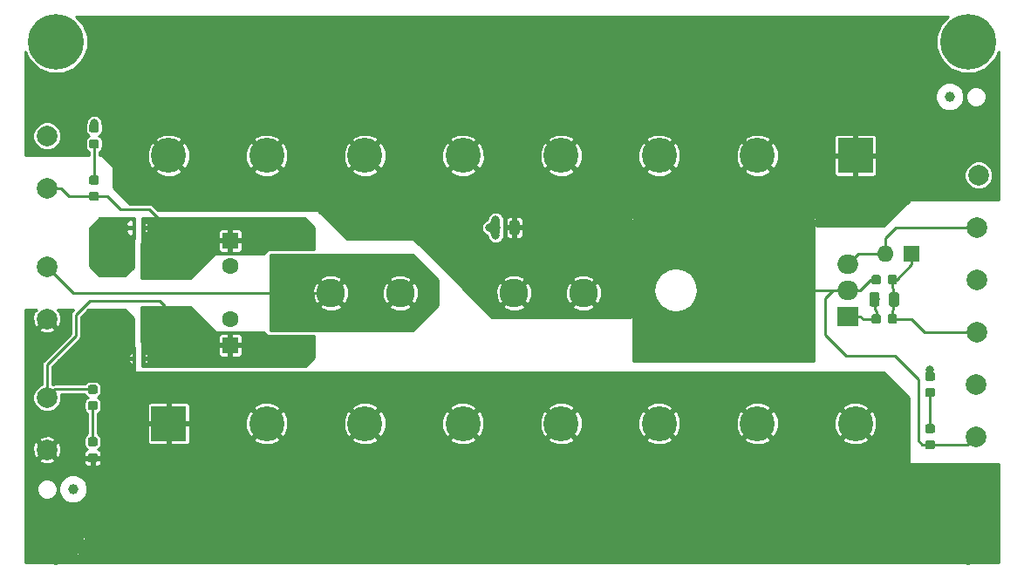
<source format=gbr>
G04 #@! TF.GenerationSoftware,KiCad,Pcbnew,5.0.2-bee76a0~70~ubuntu18.04.1*
G04 #@! TF.CreationDate,2019-06-21T09:24:01-07:00*
G04 #@! TF.ProjectId,aa-power,61612d70-6f77-4657-922e-6b696361645f,rev?*
G04 #@! TF.SameCoordinates,Original*
G04 #@! TF.FileFunction,Copper,L1,Top*
G04 #@! TF.FilePolarity,Positive*
%FSLAX46Y46*%
G04 Gerber Fmt 4.6, Leading zero omitted, Abs format (unit mm)*
G04 Created by KiCad (PCBNEW 5.0.2-bee76a0~70~ubuntu18.04.1) date Fri 21 Jun 2019 09:24:01 AM PDT*
%MOMM*%
%LPD*%
G01*
G04 APERTURE LIST*
G04 #@! TA.AperFunction,ComponentPad*
%ADD10R,1.600000X1.600000*%
G04 #@! TD*
G04 #@! TA.AperFunction,ComponentPad*
%ADD11O,1.600000X1.600000*%
G04 #@! TD*
G04 #@! TA.AperFunction,ComponentPad*
%ADD12C,2.000000*%
G04 #@! TD*
G04 #@! TA.AperFunction,BGAPad,CuDef*
%ADD13C,1.000000*%
G04 #@! TD*
G04 #@! TA.AperFunction,ComponentPad*
%ADD14R,2.000000X1.905000*%
G04 #@! TD*
G04 #@! TA.AperFunction,ComponentPad*
%ADD15O,2.000000X1.905000*%
G04 #@! TD*
G04 #@! TA.AperFunction,Conductor*
%ADD16C,0.100000*%
G04 #@! TD*
G04 #@! TA.AperFunction,SMDPad,CuDef*
%ADD17C,0.975000*%
G04 #@! TD*
G04 #@! TA.AperFunction,ComponentPad*
%ADD18C,1.600000*%
G04 #@! TD*
G04 #@! TA.AperFunction,ComponentPad*
%ADD19C,0.800000*%
G04 #@! TD*
G04 #@! TA.AperFunction,ComponentPad*
%ADD20C,5.400000*%
G04 #@! TD*
G04 #@! TA.AperFunction,ComponentPad*
%ADD21C,3.500120*%
G04 #@! TD*
G04 #@! TA.AperFunction,ComponentPad*
%ADD22R,3.500120X3.500120*%
G04 #@! TD*
G04 #@! TA.AperFunction,SMDPad,CuDef*
%ADD23C,0.875000*%
G04 #@! TD*
G04 #@! TA.AperFunction,SMDPad,CuDef*
%ADD24R,2.100000X1.400000*%
G04 #@! TD*
G04 #@! TA.AperFunction,SMDPad,CuDef*
%ADD25R,0.300000X0.400000*%
G04 #@! TD*
G04 #@! TA.AperFunction,ComponentPad*
%ADD26C,2.780000*%
G04 #@! TD*
G04 #@! TA.AperFunction,ComponentPad*
%ADD27C,3.400000*%
G04 #@! TD*
G04 #@! TA.AperFunction,ComponentPad*
%ADD28R,3.400000X3.400000*%
G04 #@! TD*
G04 #@! TA.AperFunction,ViaPad*
%ADD29C,0.800000*%
G04 #@! TD*
G04 #@! TA.AperFunction,Conductor*
%ADD30C,0.508000*%
G04 #@! TD*
G04 #@! TA.AperFunction,Conductor*
%ADD31C,0.254000*%
G04 #@! TD*
G04 APERTURE END LIST*
D10*
G04 #@! TO.P,D8,1*
G04 #@! TO.N,Net-(C4-Pad1)*
X188087000Y-96520000D03*
D11*
G04 #@! TO.P,D8,2*
G04 #@! TO.N,Net-(D8-Pad2)*
X185547000Y-96520000D03*
G04 #@! TD*
D12*
G04 #@! TO.P,TP12,1*
G04 #@! TO.N,GND*
X194564000Y-88900000D03*
G04 #@! TD*
G04 #@! TO.P,TP10,1*
G04 #@! TO.N,GND*
X194437000Y-99060000D03*
G04 #@! TD*
G04 #@! TO.P,TP9,1*
G04 #@! TO.N,Net-(C4-Pad1)*
X194437000Y-104140000D03*
G04 #@! TD*
G04 #@! TO.P,TP8,1*
G04 #@! TO.N,GND*
X194310000Y-109220000D03*
G04 #@! TD*
G04 #@! TO.P,TP11,1*
G04 #@! TO.N,Net-(D8-Pad2)*
X194437000Y-93980000D03*
G04 #@! TD*
G04 #@! TO.P,TP7,1*
G04 #@! TO.N,/+12V*
X194310000Y-114300000D03*
G04 #@! TD*
G04 #@! TO.P,TP6,1*
G04 #@! TO.N,GND*
X104140000Y-102870000D03*
G04 #@! TD*
G04 #@! TO.P,TP5,1*
G04 #@! TO.N,Net-(D5-Pad1)*
X104140000Y-97790000D03*
G04 #@! TD*
G04 #@! TO.P,TP4,1*
G04 #@! TO.N,GND*
X104140000Y-115570000D03*
G04 #@! TD*
G04 #@! TO.P,TP3,1*
G04 #@! TO.N,Net-(C2-Pad1)*
X104140000Y-110490000D03*
G04 #@! TD*
G04 #@! TO.P,TP2,1*
G04 #@! TO.N,GND*
X104140000Y-85090000D03*
G04 #@! TD*
G04 #@! TO.P,TP1,1*
G04 #@! TO.N,Net-(C1-Pad1)*
X104140000Y-90170000D03*
G04 #@! TD*
D13*
G04 #@! TO.P,FD2,*
G04 #@! TO.N,*
X191770000Y-81280000D03*
G04 #@! TD*
D14*
G04 #@! TO.P,Q1,1*
G04 #@! TO.N,GND*
X181842162Y-102592621D03*
D15*
G04 #@! TO.P,Q1,2*
G04 #@! TO.N,/+12V*
X181842162Y-100052621D03*
G04 #@! TO.P,Q1,3*
G04 #@! TO.N,Net-(D8-Pad2)*
X181842162Y-97512621D03*
G04 #@! TD*
D16*
G04 #@! TO.N,Net-(C4-Pad1)*
G04 #@! TO.C,C4*
G36*
X186625142Y-100266174D02*
X186648803Y-100269684D01*
X186672007Y-100275496D01*
X186694529Y-100283554D01*
X186716153Y-100293782D01*
X186736670Y-100306079D01*
X186755883Y-100320329D01*
X186773607Y-100336393D01*
X186789671Y-100354117D01*
X186803921Y-100373330D01*
X186816218Y-100393847D01*
X186826446Y-100415471D01*
X186834504Y-100437993D01*
X186840316Y-100461197D01*
X186843826Y-100484858D01*
X186845000Y-100508750D01*
X186845000Y-101421250D01*
X186843826Y-101445142D01*
X186840316Y-101468803D01*
X186834504Y-101492007D01*
X186826446Y-101514529D01*
X186816218Y-101536153D01*
X186803921Y-101556670D01*
X186789671Y-101575883D01*
X186773607Y-101593607D01*
X186755883Y-101609671D01*
X186736670Y-101623921D01*
X186716153Y-101636218D01*
X186694529Y-101646446D01*
X186672007Y-101654504D01*
X186648803Y-101660316D01*
X186625142Y-101663826D01*
X186601250Y-101665000D01*
X186113750Y-101665000D01*
X186089858Y-101663826D01*
X186066197Y-101660316D01*
X186042993Y-101654504D01*
X186020471Y-101646446D01*
X185998847Y-101636218D01*
X185978330Y-101623921D01*
X185959117Y-101609671D01*
X185941393Y-101593607D01*
X185925329Y-101575883D01*
X185911079Y-101556670D01*
X185898782Y-101536153D01*
X185888554Y-101514529D01*
X185880496Y-101492007D01*
X185874684Y-101468803D01*
X185871174Y-101445142D01*
X185870000Y-101421250D01*
X185870000Y-100508750D01*
X185871174Y-100484858D01*
X185874684Y-100461197D01*
X185880496Y-100437993D01*
X185888554Y-100415471D01*
X185898782Y-100393847D01*
X185911079Y-100373330D01*
X185925329Y-100354117D01*
X185941393Y-100336393D01*
X185959117Y-100320329D01*
X185978330Y-100306079D01*
X185998847Y-100293782D01*
X186020471Y-100283554D01*
X186042993Y-100275496D01*
X186066197Y-100269684D01*
X186089858Y-100266174D01*
X186113750Y-100265000D01*
X186601250Y-100265000D01*
X186625142Y-100266174D01*
X186625142Y-100266174D01*
G37*
D17*
G04 #@! TD*
G04 #@! TO.P,C4,1*
G04 #@! TO.N,Net-(C4-Pad1)*
X186357500Y-100965000D03*
D16*
G04 #@! TO.N,GND*
G04 #@! TO.C,C4*
G36*
X184750142Y-100266174D02*
X184773803Y-100269684D01*
X184797007Y-100275496D01*
X184819529Y-100283554D01*
X184841153Y-100293782D01*
X184861670Y-100306079D01*
X184880883Y-100320329D01*
X184898607Y-100336393D01*
X184914671Y-100354117D01*
X184928921Y-100373330D01*
X184941218Y-100393847D01*
X184951446Y-100415471D01*
X184959504Y-100437993D01*
X184965316Y-100461197D01*
X184968826Y-100484858D01*
X184970000Y-100508750D01*
X184970000Y-101421250D01*
X184968826Y-101445142D01*
X184965316Y-101468803D01*
X184959504Y-101492007D01*
X184951446Y-101514529D01*
X184941218Y-101536153D01*
X184928921Y-101556670D01*
X184914671Y-101575883D01*
X184898607Y-101593607D01*
X184880883Y-101609671D01*
X184861670Y-101623921D01*
X184841153Y-101636218D01*
X184819529Y-101646446D01*
X184797007Y-101654504D01*
X184773803Y-101660316D01*
X184750142Y-101663826D01*
X184726250Y-101665000D01*
X184238750Y-101665000D01*
X184214858Y-101663826D01*
X184191197Y-101660316D01*
X184167993Y-101654504D01*
X184145471Y-101646446D01*
X184123847Y-101636218D01*
X184103330Y-101623921D01*
X184084117Y-101609671D01*
X184066393Y-101593607D01*
X184050329Y-101575883D01*
X184036079Y-101556670D01*
X184023782Y-101536153D01*
X184013554Y-101514529D01*
X184005496Y-101492007D01*
X183999684Y-101468803D01*
X183996174Y-101445142D01*
X183995000Y-101421250D01*
X183995000Y-100508750D01*
X183996174Y-100484858D01*
X183999684Y-100461197D01*
X184005496Y-100437993D01*
X184013554Y-100415471D01*
X184023782Y-100393847D01*
X184036079Y-100373330D01*
X184050329Y-100354117D01*
X184066393Y-100336393D01*
X184084117Y-100320329D01*
X184103330Y-100306079D01*
X184123847Y-100293782D01*
X184145471Y-100283554D01*
X184167993Y-100275496D01*
X184191197Y-100269684D01*
X184214858Y-100266174D01*
X184238750Y-100265000D01*
X184726250Y-100265000D01*
X184750142Y-100266174D01*
X184750142Y-100266174D01*
G37*
D17*
G04 #@! TD*
G04 #@! TO.P,C4,2*
G04 #@! TO.N,GND*
X184482500Y-100965000D03*
D18*
G04 #@! TO.P,C2,2*
G04 #@! TO.N,GND*
X121920000Y-102910000D03*
D10*
G04 #@! TO.P,C2,1*
G04 #@! TO.N,Net-(C2-Pad1)*
X121920000Y-105410000D03*
G04 #@! TD*
G04 #@! TO.P,C1,1*
G04 #@! TO.N,Net-(C1-Pad1)*
X121920000Y-95250000D03*
D18*
G04 #@! TO.P,C1,2*
G04 #@! TO.N,GND*
X121920000Y-97750000D03*
G04 #@! TD*
D19*
G04 #@! TO.P,H1,1*
G04 #@! TO.N,GND*
X194979891Y-74514109D03*
X193548000Y-73921000D03*
X192116109Y-74514109D03*
X191523000Y-75946000D03*
X192116109Y-77377891D03*
X193548000Y-77971000D03*
X194979891Y-77377891D03*
X195573000Y-75946000D03*
D20*
X193548000Y-75946000D03*
G04 #@! TD*
G04 #@! TO.P,H2,1*
G04 #@! TO.N,GND*
X105029000Y-75946000D03*
D19*
X107054000Y-75946000D03*
X106460891Y-77377891D03*
X105029000Y-77971000D03*
X103597109Y-77377891D03*
X103004000Y-75946000D03*
X103597109Y-74514109D03*
X105029000Y-73921000D03*
X106460891Y-74514109D03*
G04 #@! TD*
G04 #@! TO.P,H3,1*
G04 #@! TO.N,GND*
X106460891Y-122647109D03*
X105029000Y-122054000D03*
X103597109Y-122647109D03*
X103004000Y-124079000D03*
X103597109Y-125510891D03*
X105029000Y-126104000D03*
X106460891Y-125510891D03*
X107054000Y-124079000D03*
D20*
X105029000Y-124079000D03*
G04 #@! TD*
G04 #@! TO.P,H4,1*
G04 #@! TO.N,GND*
X193548000Y-124079000D03*
D19*
X195573000Y-124079000D03*
X194979891Y-125510891D03*
X193548000Y-126104000D03*
X192116109Y-125510891D03*
X191523000Y-124079000D03*
X192116109Y-122647109D03*
X193548000Y-122054000D03*
X194979891Y-122647109D03*
G04 #@! TD*
D16*
G04 #@! TO.N,/+12V*
G04 #@! TO.C,C3*
G36*
X149795142Y-93281174D02*
X149818803Y-93284684D01*
X149842007Y-93290496D01*
X149864529Y-93298554D01*
X149886153Y-93308782D01*
X149906670Y-93321079D01*
X149925883Y-93335329D01*
X149943607Y-93351393D01*
X149959671Y-93369117D01*
X149973921Y-93388330D01*
X149986218Y-93408847D01*
X149996446Y-93430471D01*
X150004504Y-93452993D01*
X150010316Y-93476197D01*
X150013826Y-93499858D01*
X150015000Y-93523750D01*
X150015000Y-94436250D01*
X150013826Y-94460142D01*
X150010316Y-94483803D01*
X150004504Y-94507007D01*
X149996446Y-94529529D01*
X149986218Y-94551153D01*
X149973921Y-94571670D01*
X149959671Y-94590883D01*
X149943607Y-94608607D01*
X149925883Y-94624671D01*
X149906670Y-94638921D01*
X149886153Y-94651218D01*
X149864529Y-94661446D01*
X149842007Y-94669504D01*
X149818803Y-94675316D01*
X149795142Y-94678826D01*
X149771250Y-94680000D01*
X149283750Y-94680000D01*
X149259858Y-94678826D01*
X149236197Y-94675316D01*
X149212993Y-94669504D01*
X149190471Y-94661446D01*
X149168847Y-94651218D01*
X149148330Y-94638921D01*
X149129117Y-94624671D01*
X149111393Y-94608607D01*
X149095329Y-94590883D01*
X149081079Y-94571670D01*
X149068782Y-94551153D01*
X149058554Y-94529529D01*
X149050496Y-94507007D01*
X149044684Y-94483803D01*
X149041174Y-94460142D01*
X149040000Y-94436250D01*
X149040000Y-93523750D01*
X149041174Y-93499858D01*
X149044684Y-93476197D01*
X149050496Y-93452993D01*
X149058554Y-93430471D01*
X149068782Y-93408847D01*
X149081079Y-93388330D01*
X149095329Y-93369117D01*
X149111393Y-93351393D01*
X149129117Y-93335329D01*
X149148330Y-93321079D01*
X149168847Y-93308782D01*
X149190471Y-93298554D01*
X149212993Y-93290496D01*
X149236197Y-93284684D01*
X149259858Y-93281174D01*
X149283750Y-93280000D01*
X149771250Y-93280000D01*
X149795142Y-93281174D01*
X149795142Y-93281174D01*
G37*
D17*
G04 #@! TD*
G04 #@! TO.P,C3,1*
G04 #@! TO.N,/+12V*
X149527500Y-93980000D03*
D16*
G04 #@! TO.N,GND*
G04 #@! TO.C,C3*
G36*
X147920142Y-93281174D02*
X147943803Y-93284684D01*
X147967007Y-93290496D01*
X147989529Y-93298554D01*
X148011153Y-93308782D01*
X148031670Y-93321079D01*
X148050883Y-93335329D01*
X148068607Y-93351393D01*
X148084671Y-93369117D01*
X148098921Y-93388330D01*
X148111218Y-93408847D01*
X148121446Y-93430471D01*
X148129504Y-93452993D01*
X148135316Y-93476197D01*
X148138826Y-93499858D01*
X148140000Y-93523750D01*
X148140000Y-94436250D01*
X148138826Y-94460142D01*
X148135316Y-94483803D01*
X148129504Y-94507007D01*
X148121446Y-94529529D01*
X148111218Y-94551153D01*
X148098921Y-94571670D01*
X148084671Y-94590883D01*
X148068607Y-94608607D01*
X148050883Y-94624671D01*
X148031670Y-94638921D01*
X148011153Y-94651218D01*
X147989529Y-94661446D01*
X147967007Y-94669504D01*
X147943803Y-94675316D01*
X147920142Y-94678826D01*
X147896250Y-94680000D01*
X147408750Y-94680000D01*
X147384858Y-94678826D01*
X147361197Y-94675316D01*
X147337993Y-94669504D01*
X147315471Y-94661446D01*
X147293847Y-94651218D01*
X147273330Y-94638921D01*
X147254117Y-94624671D01*
X147236393Y-94608607D01*
X147220329Y-94590883D01*
X147206079Y-94571670D01*
X147193782Y-94551153D01*
X147183554Y-94529529D01*
X147175496Y-94507007D01*
X147169684Y-94483803D01*
X147166174Y-94460142D01*
X147165000Y-94436250D01*
X147165000Y-93523750D01*
X147166174Y-93499858D01*
X147169684Y-93476197D01*
X147175496Y-93452993D01*
X147183554Y-93430471D01*
X147193782Y-93408847D01*
X147206079Y-93388330D01*
X147220329Y-93369117D01*
X147236393Y-93351393D01*
X147254117Y-93335329D01*
X147273330Y-93321079D01*
X147293847Y-93308782D01*
X147315471Y-93298554D01*
X147337993Y-93290496D01*
X147361197Y-93284684D01*
X147384858Y-93281174D01*
X147408750Y-93280000D01*
X147896250Y-93280000D01*
X147920142Y-93281174D01*
X147920142Y-93281174D01*
G37*
D17*
G04 #@! TD*
G04 #@! TO.P,C3,2*
G04 #@! TO.N,GND*
X147652500Y-93980000D03*
D21*
G04 #@! TO.P,CN1,2*
G04 #@! TO.N,GND*
X110490000Y-96520000D03*
D22*
G04 #@! TO.P,CN1,1*
G04 #@! TO.N,Net-(C1-Pad1)*
X115570000Y-96520000D03*
G04 #@! TD*
G04 #@! TO.P,CN2,1*
G04 #@! TO.N,Net-(C2-Pad1)*
X115570000Y-104140000D03*
D21*
G04 #@! TO.P,CN2,2*
G04 #@! TO.N,GND*
X110490000Y-104140000D03*
G04 #@! TD*
D16*
G04 #@! TO.N,Net-(D3-Pad1)*
G04 #@! TO.C,D3*
G36*
X108989691Y-88946053D02*
X109010926Y-88949203D01*
X109031750Y-88954419D01*
X109051962Y-88961651D01*
X109071368Y-88970830D01*
X109089781Y-88981866D01*
X109107024Y-88994654D01*
X109122930Y-89009070D01*
X109137346Y-89024976D01*
X109150134Y-89042219D01*
X109161170Y-89060632D01*
X109170349Y-89080038D01*
X109177581Y-89100250D01*
X109182797Y-89121074D01*
X109185947Y-89142309D01*
X109187000Y-89163750D01*
X109187000Y-89601250D01*
X109185947Y-89622691D01*
X109182797Y-89643926D01*
X109177581Y-89664750D01*
X109170349Y-89684962D01*
X109161170Y-89704368D01*
X109150134Y-89722781D01*
X109137346Y-89740024D01*
X109122930Y-89755930D01*
X109107024Y-89770346D01*
X109089781Y-89783134D01*
X109071368Y-89794170D01*
X109051962Y-89803349D01*
X109031750Y-89810581D01*
X109010926Y-89815797D01*
X108989691Y-89818947D01*
X108968250Y-89820000D01*
X108455750Y-89820000D01*
X108434309Y-89818947D01*
X108413074Y-89815797D01*
X108392250Y-89810581D01*
X108372038Y-89803349D01*
X108352632Y-89794170D01*
X108334219Y-89783134D01*
X108316976Y-89770346D01*
X108301070Y-89755930D01*
X108286654Y-89740024D01*
X108273866Y-89722781D01*
X108262830Y-89704368D01*
X108253651Y-89684962D01*
X108246419Y-89664750D01*
X108241203Y-89643926D01*
X108238053Y-89622691D01*
X108237000Y-89601250D01*
X108237000Y-89163750D01*
X108238053Y-89142309D01*
X108241203Y-89121074D01*
X108246419Y-89100250D01*
X108253651Y-89080038D01*
X108262830Y-89060632D01*
X108273866Y-89042219D01*
X108286654Y-89024976D01*
X108301070Y-89009070D01*
X108316976Y-88994654D01*
X108334219Y-88981866D01*
X108352632Y-88970830D01*
X108372038Y-88961651D01*
X108392250Y-88954419D01*
X108413074Y-88949203D01*
X108434309Y-88946053D01*
X108455750Y-88945000D01*
X108968250Y-88945000D01*
X108989691Y-88946053D01*
X108989691Y-88946053D01*
G37*
D23*
G04 #@! TD*
G04 #@! TO.P,D3,1*
G04 #@! TO.N,Net-(D3-Pad1)*
X108712000Y-89382500D03*
D16*
G04 #@! TO.N,Net-(C1-Pad1)*
G04 #@! TO.C,D3*
G36*
X108989691Y-90521053D02*
X109010926Y-90524203D01*
X109031750Y-90529419D01*
X109051962Y-90536651D01*
X109071368Y-90545830D01*
X109089781Y-90556866D01*
X109107024Y-90569654D01*
X109122930Y-90584070D01*
X109137346Y-90599976D01*
X109150134Y-90617219D01*
X109161170Y-90635632D01*
X109170349Y-90655038D01*
X109177581Y-90675250D01*
X109182797Y-90696074D01*
X109185947Y-90717309D01*
X109187000Y-90738750D01*
X109187000Y-91176250D01*
X109185947Y-91197691D01*
X109182797Y-91218926D01*
X109177581Y-91239750D01*
X109170349Y-91259962D01*
X109161170Y-91279368D01*
X109150134Y-91297781D01*
X109137346Y-91315024D01*
X109122930Y-91330930D01*
X109107024Y-91345346D01*
X109089781Y-91358134D01*
X109071368Y-91369170D01*
X109051962Y-91378349D01*
X109031750Y-91385581D01*
X109010926Y-91390797D01*
X108989691Y-91393947D01*
X108968250Y-91395000D01*
X108455750Y-91395000D01*
X108434309Y-91393947D01*
X108413074Y-91390797D01*
X108392250Y-91385581D01*
X108372038Y-91378349D01*
X108352632Y-91369170D01*
X108334219Y-91358134D01*
X108316976Y-91345346D01*
X108301070Y-91330930D01*
X108286654Y-91315024D01*
X108273866Y-91297781D01*
X108262830Y-91279368D01*
X108253651Y-91259962D01*
X108246419Y-91239750D01*
X108241203Y-91218926D01*
X108238053Y-91197691D01*
X108237000Y-91176250D01*
X108237000Y-90738750D01*
X108238053Y-90717309D01*
X108241203Y-90696074D01*
X108246419Y-90675250D01*
X108253651Y-90655038D01*
X108262830Y-90635632D01*
X108273866Y-90617219D01*
X108286654Y-90599976D01*
X108301070Y-90584070D01*
X108316976Y-90569654D01*
X108334219Y-90556866D01*
X108352632Y-90545830D01*
X108372038Y-90536651D01*
X108392250Y-90529419D01*
X108413074Y-90524203D01*
X108434309Y-90521053D01*
X108455750Y-90520000D01*
X108968250Y-90520000D01*
X108989691Y-90521053D01*
X108989691Y-90521053D01*
G37*
D23*
G04 #@! TD*
G04 #@! TO.P,D3,2*
G04 #@! TO.N,Net-(C1-Pad1)*
X108712000Y-90957500D03*
D16*
G04 #@! TO.N,Net-(C2-Pad1)*
G04 #@! TO.C,D4*
G36*
X108862691Y-109266053D02*
X108883926Y-109269203D01*
X108904750Y-109274419D01*
X108924962Y-109281651D01*
X108944368Y-109290830D01*
X108962781Y-109301866D01*
X108980024Y-109314654D01*
X108995930Y-109329070D01*
X109010346Y-109344976D01*
X109023134Y-109362219D01*
X109034170Y-109380632D01*
X109043349Y-109400038D01*
X109050581Y-109420250D01*
X109055797Y-109441074D01*
X109058947Y-109462309D01*
X109060000Y-109483750D01*
X109060000Y-109921250D01*
X109058947Y-109942691D01*
X109055797Y-109963926D01*
X109050581Y-109984750D01*
X109043349Y-110004962D01*
X109034170Y-110024368D01*
X109023134Y-110042781D01*
X109010346Y-110060024D01*
X108995930Y-110075930D01*
X108980024Y-110090346D01*
X108962781Y-110103134D01*
X108944368Y-110114170D01*
X108924962Y-110123349D01*
X108904750Y-110130581D01*
X108883926Y-110135797D01*
X108862691Y-110138947D01*
X108841250Y-110140000D01*
X108328750Y-110140000D01*
X108307309Y-110138947D01*
X108286074Y-110135797D01*
X108265250Y-110130581D01*
X108245038Y-110123349D01*
X108225632Y-110114170D01*
X108207219Y-110103134D01*
X108189976Y-110090346D01*
X108174070Y-110075930D01*
X108159654Y-110060024D01*
X108146866Y-110042781D01*
X108135830Y-110024368D01*
X108126651Y-110004962D01*
X108119419Y-109984750D01*
X108114203Y-109963926D01*
X108111053Y-109942691D01*
X108110000Y-109921250D01*
X108110000Y-109483750D01*
X108111053Y-109462309D01*
X108114203Y-109441074D01*
X108119419Y-109420250D01*
X108126651Y-109400038D01*
X108135830Y-109380632D01*
X108146866Y-109362219D01*
X108159654Y-109344976D01*
X108174070Y-109329070D01*
X108189976Y-109314654D01*
X108207219Y-109301866D01*
X108225632Y-109290830D01*
X108245038Y-109281651D01*
X108265250Y-109274419D01*
X108286074Y-109269203D01*
X108307309Y-109266053D01*
X108328750Y-109265000D01*
X108841250Y-109265000D01*
X108862691Y-109266053D01*
X108862691Y-109266053D01*
G37*
D23*
G04 #@! TD*
G04 #@! TO.P,D4,2*
G04 #@! TO.N,Net-(C2-Pad1)*
X108585000Y-109702500D03*
D16*
G04 #@! TO.N,Net-(D4-Pad1)*
G04 #@! TO.C,D4*
G36*
X108862691Y-110841053D02*
X108883926Y-110844203D01*
X108904750Y-110849419D01*
X108924962Y-110856651D01*
X108944368Y-110865830D01*
X108962781Y-110876866D01*
X108980024Y-110889654D01*
X108995930Y-110904070D01*
X109010346Y-110919976D01*
X109023134Y-110937219D01*
X109034170Y-110955632D01*
X109043349Y-110975038D01*
X109050581Y-110995250D01*
X109055797Y-111016074D01*
X109058947Y-111037309D01*
X109060000Y-111058750D01*
X109060000Y-111496250D01*
X109058947Y-111517691D01*
X109055797Y-111538926D01*
X109050581Y-111559750D01*
X109043349Y-111579962D01*
X109034170Y-111599368D01*
X109023134Y-111617781D01*
X109010346Y-111635024D01*
X108995930Y-111650930D01*
X108980024Y-111665346D01*
X108962781Y-111678134D01*
X108944368Y-111689170D01*
X108924962Y-111698349D01*
X108904750Y-111705581D01*
X108883926Y-111710797D01*
X108862691Y-111713947D01*
X108841250Y-111715000D01*
X108328750Y-111715000D01*
X108307309Y-111713947D01*
X108286074Y-111710797D01*
X108265250Y-111705581D01*
X108245038Y-111698349D01*
X108225632Y-111689170D01*
X108207219Y-111678134D01*
X108189976Y-111665346D01*
X108174070Y-111650930D01*
X108159654Y-111635024D01*
X108146866Y-111617781D01*
X108135830Y-111599368D01*
X108126651Y-111579962D01*
X108119419Y-111559750D01*
X108114203Y-111538926D01*
X108111053Y-111517691D01*
X108110000Y-111496250D01*
X108110000Y-111058750D01*
X108111053Y-111037309D01*
X108114203Y-111016074D01*
X108119419Y-110995250D01*
X108126651Y-110975038D01*
X108135830Y-110955632D01*
X108146866Y-110937219D01*
X108159654Y-110919976D01*
X108174070Y-110904070D01*
X108189976Y-110889654D01*
X108207219Y-110876866D01*
X108225632Y-110865830D01*
X108245038Y-110856651D01*
X108265250Y-110849419D01*
X108286074Y-110844203D01*
X108307309Y-110841053D01*
X108328750Y-110840000D01*
X108841250Y-110840000D01*
X108862691Y-110841053D01*
X108862691Y-110841053D01*
G37*
D23*
G04 #@! TD*
G04 #@! TO.P,D4,1*
G04 #@! TO.N,Net-(D4-Pad1)*
X108585000Y-111277500D03*
D16*
G04 #@! TO.N,Net-(D7-Pad1)*
G04 #@! TO.C,D7*
G36*
X190142691Y-113076053D02*
X190163926Y-113079203D01*
X190184750Y-113084419D01*
X190204962Y-113091651D01*
X190224368Y-113100830D01*
X190242781Y-113111866D01*
X190260024Y-113124654D01*
X190275930Y-113139070D01*
X190290346Y-113154976D01*
X190303134Y-113172219D01*
X190314170Y-113190632D01*
X190323349Y-113210038D01*
X190330581Y-113230250D01*
X190335797Y-113251074D01*
X190338947Y-113272309D01*
X190340000Y-113293750D01*
X190340000Y-113731250D01*
X190338947Y-113752691D01*
X190335797Y-113773926D01*
X190330581Y-113794750D01*
X190323349Y-113814962D01*
X190314170Y-113834368D01*
X190303134Y-113852781D01*
X190290346Y-113870024D01*
X190275930Y-113885930D01*
X190260024Y-113900346D01*
X190242781Y-113913134D01*
X190224368Y-113924170D01*
X190204962Y-113933349D01*
X190184750Y-113940581D01*
X190163926Y-113945797D01*
X190142691Y-113948947D01*
X190121250Y-113950000D01*
X189608750Y-113950000D01*
X189587309Y-113948947D01*
X189566074Y-113945797D01*
X189545250Y-113940581D01*
X189525038Y-113933349D01*
X189505632Y-113924170D01*
X189487219Y-113913134D01*
X189469976Y-113900346D01*
X189454070Y-113885930D01*
X189439654Y-113870024D01*
X189426866Y-113852781D01*
X189415830Y-113834368D01*
X189406651Y-113814962D01*
X189399419Y-113794750D01*
X189394203Y-113773926D01*
X189391053Y-113752691D01*
X189390000Y-113731250D01*
X189390000Y-113293750D01*
X189391053Y-113272309D01*
X189394203Y-113251074D01*
X189399419Y-113230250D01*
X189406651Y-113210038D01*
X189415830Y-113190632D01*
X189426866Y-113172219D01*
X189439654Y-113154976D01*
X189454070Y-113139070D01*
X189469976Y-113124654D01*
X189487219Y-113111866D01*
X189505632Y-113100830D01*
X189525038Y-113091651D01*
X189545250Y-113084419D01*
X189566074Y-113079203D01*
X189587309Y-113076053D01*
X189608750Y-113075000D01*
X190121250Y-113075000D01*
X190142691Y-113076053D01*
X190142691Y-113076053D01*
G37*
D23*
G04 #@! TD*
G04 #@! TO.P,D7,1*
G04 #@! TO.N,Net-(D7-Pad1)*
X189865000Y-113512500D03*
D16*
G04 #@! TO.N,/+12V*
G04 #@! TO.C,D7*
G36*
X190142691Y-114651053D02*
X190163926Y-114654203D01*
X190184750Y-114659419D01*
X190204962Y-114666651D01*
X190224368Y-114675830D01*
X190242781Y-114686866D01*
X190260024Y-114699654D01*
X190275930Y-114714070D01*
X190290346Y-114729976D01*
X190303134Y-114747219D01*
X190314170Y-114765632D01*
X190323349Y-114785038D01*
X190330581Y-114805250D01*
X190335797Y-114826074D01*
X190338947Y-114847309D01*
X190340000Y-114868750D01*
X190340000Y-115306250D01*
X190338947Y-115327691D01*
X190335797Y-115348926D01*
X190330581Y-115369750D01*
X190323349Y-115389962D01*
X190314170Y-115409368D01*
X190303134Y-115427781D01*
X190290346Y-115445024D01*
X190275930Y-115460930D01*
X190260024Y-115475346D01*
X190242781Y-115488134D01*
X190224368Y-115499170D01*
X190204962Y-115508349D01*
X190184750Y-115515581D01*
X190163926Y-115520797D01*
X190142691Y-115523947D01*
X190121250Y-115525000D01*
X189608750Y-115525000D01*
X189587309Y-115523947D01*
X189566074Y-115520797D01*
X189545250Y-115515581D01*
X189525038Y-115508349D01*
X189505632Y-115499170D01*
X189487219Y-115488134D01*
X189469976Y-115475346D01*
X189454070Y-115460930D01*
X189439654Y-115445024D01*
X189426866Y-115427781D01*
X189415830Y-115409368D01*
X189406651Y-115389962D01*
X189399419Y-115369750D01*
X189394203Y-115348926D01*
X189391053Y-115327691D01*
X189390000Y-115306250D01*
X189390000Y-114868750D01*
X189391053Y-114847309D01*
X189394203Y-114826074D01*
X189399419Y-114805250D01*
X189406651Y-114785038D01*
X189415830Y-114765632D01*
X189426866Y-114747219D01*
X189439654Y-114729976D01*
X189454070Y-114714070D01*
X189469976Y-114699654D01*
X189487219Y-114686866D01*
X189505632Y-114675830D01*
X189525038Y-114666651D01*
X189545250Y-114659419D01*
X189566074Y-114654203D01*
X189587309Y-114651053D01*
X189608750Y-114650000D01*
X190121250Y-114650000D01*
X190142691Y-114651053D01*
X190142691Y-114651053D01*
G37*
D23*
G04 #@! TD*
G04 #@! TO.P,D7,2*
G04 #@! TO.N,/+12V*
X189865000Y-115087500D03*
D16*
G04 #@! TO.N,Net-(C4-Pad1)*
G04 #@! TO.C,R5*
G36*
X186447691Y-102396053D02*
X186468926Y-102399203D01*
X186489750Y-102404419D01*
X186509962Y-102411651D01*
X186529368Y-102420830D01*
X186547781Y-102431866D01*
X186565024Y-102444654D01*
X186580930Y-102459070D01*
X186595346Y-102474976D01*
X186608134Y-102492219D01*
X186619170Y-102510632D01*
X186628349Y-102530038D01*
X186635581Y-102550250D01*
X186640797Y-102571074D01*
X186643947Y-102592309D01*
X186645000Y-102613750D01*
X186645000Y-103126250D01*
X186643947Y-103147691D01*
X186640797Y-103168926D01*
X186635581Y-103189750D01*
X186628349Y-103209962D01*
X186619170Y-103229368D01*
X186608134Y-103247781D01*
X186595346Y-103265024D01*
X186580930Y-103280930D01*
X186565024Y-103295346D01*
X186547781Y-103308134D01*
X186529368Y-103319170D01*
X186509962Y-103328349D01*
X186489750Y-103335581D01*
X186468926Y-103340797D01*
X186447691Y-103343947D01*
X186426250Y-103345000D01*
X185988750Y-103345000D01*
X185967309Y-103343947D01*
X185946074Y-103340797D01*
X185925250Y-103335581D01*
X185905038Y-103328349D01*
X185885632Y-103319170D01*
X185867219Y-103308134D01*
X185849976Y-103295346D01*
X185834070Y-103280930D01*
X185819654Y-103265024D01*
X185806866Y-103247781D01*
X185795830Y-103229368D01*
X185786651Y-103209962D01*
X185779419Y-103189750D01*
X185774203Y-103168926D01*
X185771053Y-103147691D01*
X185770000Y-103126250D01*
X185770000Y-102613750D01*
X185771053Y-102592309D01*
X185774203Y-102571074D01*
X185779419Y-102550250D01*
X185786651Y-102530038D01*
X185795830Y-102510632D01*
X185806866Y-102492219D01*
X185819654Y-102474976D01*
X185834070Y-102459070D01*
X185849976Y-102444654D01*
X185867219Y-102431866D01*
X185885632Y-102420830D01*
X185905038Y-102411651D01*
X185925250Y-102404419D01*
X185946074Y-102399203D01*
X185967309Y-102396053D01*
X185988750Y-102395000D01*
X186426250Y-102395000D01*
X186447691Y-102396053D01*
X186447691Y-102396053D01*
G37*
D23*
G04 #@! TD*
G04 #@! TO.P,R5,1*
G04 #@! TO.N,Net-(C4-Pad1)*
X186207500Y-102870000D03*
D16*
G04 #@! TO.N,GND*
G04 #@! TO.C,R5*
G36*
X184872691Y-102396053D02*
X184893926Y-102399203D01*
X184914750Y-102404419D01*
X184934962Y-102411651D01*
X184954368Y-102420830D01*
X184972781Y-102431866D01*
X184990024Y-102444654D01*
X185005930Y-102459070D01*
X185020346Y-102474976D01*
X185033134Y-102492219D01*
X185044170Y-102510632D01*
X185053349Y-102530038D01*
X185060581Y-102550250D01*
X185065797Y-102571074D01*
X185068947Y-102592309D01*
X185070000Y-102613750D01*
X185070000Y-103126250D01*
X185068947Y-103147691D01*
X185065797Y-103168926D01*
X185060581Y-103189750D01*
X185053349Y-103209962D01*
X185044170Y-103229368D01*
X185033134Y-103247781D01*
X185020346Y-103265024D01*
X185005930Y-103280930D01*
X184990024Y-103295346D01*
X184972781Y-103308134D01*
X184954368Y-103319170D01*
X184934962Y-103328349D01*
X184914750Y-103335581D01*
X184893926Y-103340797D01*
X184872691Y-103343947D01*
X184851250Y-103345000D01*
X184413750Y-103345000D01*
X184392309Y-103343947D01*
X184371074Y-103340797D01*
X184350250Y-103335581D01*
X184330038Y-103328349D01*
X184310632Y-103319170D01*
X184292219Y-103308134D01*
X184274976Y-103295346D01*
X184259070Y-103280930D01*
X184244654Y-103265024D01*
X184231866Y-103247781D01*
X184220830Y-103229368D01*
X184211651Y-103209962D01*
X184204419Y-103189750D01*
X184199203Y-103168926D01*
X184196053Y-103147691D01*
X184195000Y-103126250D01*
X184195000Y-102613750D01*
X184196053Y-102592309D01*
X184199203Y-102571074D01*
X184204419Y-102550250D01*
X184211651Y-102530038D01*
X184220830Y-102510632D01*
X184231866Y-102492219D01*
X184244654Y-102474976D01*
X184259070Y-102459070D01*
X184274976Y-102444654D01*
X184292219Y-102431866D01*
X184310632Y-102420830D01*
X184330038Y-102411651D01*
X184350250Y-102404419D01*
X184371074Y-102399203D01*
X184392309Y-102396053D01*
X184413750Y-102395000D01*
X184851250Y-102395000D01*
X184872691Y-102396053D01*
X184872691Y-102396053D01*
G37*
D23*
G04 #@! TD*
G04 #@! TO.P,R5,2*
G04 #@! TO.N,GND*
X184632500Y-102870000D03*
D16*
G04 #@! TO.N,Net-(C4-Pad1)*
G04 #@! TO.C,R4*
G36*
X186447691Y-98586053D02*
X186468926Y-98589203D01*
X186489750Y-98594419D01*
X186509962Y-98601651D01*
X186529368Y-98610830D01*
X186547781Y-98621866D01*
X186565024Y-98634654D01*
X186580930Y-98649070D01*
X186595346Y-98664976D01*
X186608134Y-98682219D01*
X186619170Y-98700632D01*
X186628349Y-98720038D01*
X186635581Y-98740250D01*
X186640797Y-98761074D01*
X186643947Y-98782309D01*
X186645000Y-98803750D01*
X186645000Y-99316250D01*
X186643947Y-99337691D01*
X186640797Y-99358926D01*
X186635581Y-99379750D01*
X186628349Y-99399962D01*
X186619170Y-99419368D01*
X186608134Y-99437781D01*
X186595346Y-99455024D01*
X186580930Y-99470930D01*
X186565024Y-99485346D01*
X186547781Y-99498134D01*
X186529368Y-99509170D01*
X186509962Y-99518349D01*
X186489750Y-99525581D01*
X186468926Y-99530797D01*
X186447691Y-99533947D01*
X186426250Y-99535000D01*
X185988750Y-99535000D01*
X185967309Y-99533947D01*
X185946074Y-99530797D01*
X185925250Y-99525581D01*
X185905038Y-99518349D01*
X185885632Y-99509170D01*
X185867219Y-99498134D01*
X185849976Y-99485346D01*
X185834070Y-99470930D01*
X185819654Y-99455024D01*
X185806866Y-99437781D01*
X185795830Y-99419368D01*
X185786651Y-99399962D01*
X185779419Y-99379750D01*
X185774203Y-99358926D01*
X185771053Y-99337691D01*
X185770000Y-99316250D01*
X185770000Y-98803750D01*
X185771053Y-98782309D01*
X185774203Y-98761074D01*
X185779419Y-98740250D01*
X185786651Y-98720038D01*
X185795830Y-98700632D01*
X185806866Y-98682219D01*
X185819654Y-98664976D01*
X185834070Y-98649070D01*
X185849976Y-98634654D01*
X185867219Y-98621866D01*
X185885632Y-98610830D01*
X185905038Y-98601651D01*
X185925250Y-98594419D01*
X185946074Y-98589203D01*
X185967309Y-98586053D01*
X185988750Y-98585000D01*
X186426250Y-98585000D01*
X186447691Y-98586053D01*
X186447691Y-98586053D01*
G37*
D23*
G04 #@! TD*
G04 #@! TO.P,R4,2*
G04 #@! TO.N,Net-(C4-Pad1)*
X186207500Y-99060000D03*
D16*
G04 #@! TO.N,/+12V*
G04 #@! TO.C,R4*
G36*
X184872691Y-98586053D02*
X184893926Y-98589203D01*
X184914750Y-98594419D01*
X184934962Y-98601651D01*
X184954368Y-98610830D01*
X184972781Y-98621866D01*
X184990024Y-98634654D01*
X185005930Y-98649070D01*
X185020346Y-98664976D01*
X185033134Y-98682219D01*
X185044170Y-98700632D01*
X185053349Y-98720038D01*
X185060581Y-98740250D01*
X185065797Y-98761074D01*
X185068947Y-98782309D01*
X185070000Y-98803750D01*
X185070000Y-99316250D01*
X185068947Y-99337691D01*
X185065797Y-99358926D01*
X185060581Y-99379750D01*
X185053349Y-99399962D01*
X185044170Y-99419368D01*
X185033134Y-99437781D01*
X185020346Y-99455024D01*
X185005930Y-99470930D01*
X184990024Y-99485346D01*
X184972781Y-99498134D01*
X184954368Y-99509170D01*
X184934962Y-99518349D01*
X184914750Y-99525581D01*
X184893926Y-99530797D01*
X184872691Y-99533947D01*
X184851250Y-99535000D01*
X184413750Y-99535000D01*
X184392309Y-99533947D01*
X184371074Y-99530797D01*
X184350250Y-99525581D01*
X184330038Y-99518349D01*
X184310632Y-99509170D01*
X184292219Y-99498134D01*
X184274976Y-99485346D01*
X184259070Y-99470930D01*
X184244654Y-99455024D01*
X184231866Y-99437781D01*
X184220830Y-99419368D01*
X184211651Y-99399962D01*
X184204419Y-99379750D01*
X184199203Y-99358926D01*
X184196053Y-99337691D01*
X184195000Y-99316250D01*
X184195000Y-98803750D01*
X184196053Y-98782309D01*
X184199203Y-98761074D01*
X184204419Y-98740250D01*
X184211651Y-98720038D01*
X184220830Y-98700632D01*
X184231866Y-98682219D01*
X184244654Y-98664976D01*
X184259070Y-98649070D01*
X184274976Y-98634654D01*
X184292219Y-98621866D01*
X184310632Y-98610830D01*
X184330038Y-98601651D01*
X184350250Y-98594419D01*
X184371074Y-98589203D01*
X184392309Y-98586053D01*
X184413750Y-98585000D01*
X184851250Y-98585000D01*
X184872691Y-98586053D01*
X184872691Y-98586053D01*
G37*
D23*
G04 #@! TD*
G04 #@! TO.P,R4,1*
G04 #@! TO.N,/+12V*
X184632500Y-99060000D03*
D16*
G04 #@! TO.N,GND*
G04 #@! TO.C,R2*
G36*
X108862691Y-115921053D02*
X108883926Y-115924203D01*
X108904750Y-115929419D01*
X108924962Y-115936651D01*
X108944368Y-115945830D01*
X108962781Y-115956866D01*
X108980024Y-115969654D01*
X108995930Y-115984070D01*
X109010346Y-115999976D01*
X109023134Y-116017219D01*
X109034170Y-116035632D01*
X109043349Y-116055038D01*
X109050581Y-116075250D01*
X109055797Y-116096074D01*
X109058947Y-116117309D01*
X109060000Y-116138750D01*
X109060000Y-116576250D01*
X109058947Y-116597691D01*
X109055797Y-116618926D01*
X109050581Y-116639750D01*
X109043349Y-116659962D01*
X109034170Y-116679368D01*
X109023134Y-116697781D01*
X109010346Y-116715024D01*
X108995930Y-116730930D01*
X108980024Y-116745346D01*
X108962781Y-116758134D01*
X108944368Y-116769170D01*
X108924962Y-116778349D01*
X108904750Y-116785581D01*
X108883926Y-116790797D01*
X108862691Y-116793947D01*
X108841250Y-116795000D01*
X108328750Y-116795000D01*
X108307309Y-116793947D01*
X108286074Y-116790797D01*
X108265250Y-116785581D01*
X108245038Y-116778349D01*
X108225632Y-116769170D01*
X108207219Y-116758134D01*
X108189976Y-116745346D01*
X108174070Y-116730930D01*
X108159654Y-116715024D01*
X108146866Y-116697781D01*
X108135830Y-116679368D01*
X108126651Y-116659962D01*
X108119419Y-116639750D01*
X108114203Y-116618926D01*
X108111053Y-116597691D01*
X108110000Y-116576250D01*
X108110000Y-116138750D01*
X108111053Y-116117309D01*
X108114203Y-116096074D01*
X108119419Y-116075250D01*
X108126651Y-116055038D01*
X108135830Y-116035632D01*
X108146866Y-116017219D01*
X108159654Y-115999976D01*
X108174070Y-115984070D01*
X108189976Y-115969654D01*
X108207219Y-115956866D01*
X108225632Y-115945830D01*
X108245038Y-115936651D01*
X108265250Y-115929419D01*
X108286074Y-115924203D01*
X108307309Y-115921053D01*
X108328750Y-115920000D01*
X108841250Y-115920000D01*
X108862691Y-115921053D01*
X108862691Y-115921053D01*
G37*
D23*
G04 #@! TD*
G04 #@! TO.P,R2,1*
G04 #@! TO.N,GND*
X108585000Y-116357500D03*
D16*
G04 #@! TO.N,Net-(D4-Pad1)*
G04 #@! TO.C,R2*
G36*
X108862691Y-114346053D02*
X108883926Y-114349203D01*
X108904750Y-114354419D01*
X108924962Y-114361651D01*
X108944368Y-114370830D01*
X108962781Y-114381866D01*
X108980024Y-114394654D01*
X108995930Y-114409070D01*
X109010346Y-114424976D01*
X109023134Y-114442219D01*
X109034170Y-114460632D01*
X109043349Y-114480038D01*
X109050581Y-114500250D01*
X109055797Y-114521074D01*
X109058947Y-114542309D01*
X109060000Y-114563750D01*
X109060000Y-115001250D01*
X109058947Y-115022691D01*
X109055797Y-115043926D01*
X109050581Y-115064750D01*
X109043349Y-115084962D01*
X109034170Y-115104368D01*
X109023134Y-115122781D01*
X109010346Y-115140024D01*
X108995930Y-115155930D01*
X108980024Y-115170346D01*
X108962781Y-115183134D01*
X108944368Y-115194170D01*
X108924962Y-115203349D01*
X108904750Y-115210581D01*
X108883926Y-115215797D01*
X108862691Y-115218947D01*
X108841250Y-115220000D01*
X108328750Y-115220000D01*
X108307309Y-115218947D01*
X108286074Y-115215797D01*
X108265250Y-115210581D01*
X108245038Y-115203349D01*
X108225632Y-115194170D01*
X108207219Y-115183134D01*
X108189976Y-115170346D01*
X108174070Y-115155930D01*
X108159654Y-115140024D01*
X108146866Y-115122781D01*
X108135830Y-115104368D01*
X108126651Y-115084962D01*
X108119419Y-115064750D01*
X108114203Y-115043926D01*
X108111053Y-115022691D01*
X108110000Y-115001250D01*
X108110000Y-114563750D01*
X108111053Y-114542309D01*
X108114203Y-114521074D01*
X108119419Y-114500250D01*
X108126651Y-114480038D01*
X108135830Y-114460632D01*
X108146866Y-114442219D01*
X108159654Y-114424976D01*
X108174070Y-114409070D01*
X108189976Y-114394654D01*
X108207219Y-114381866D01*
X108225632Y-114370830D01*
X108245038Y-114361651D01*
X108265250Y-114354419D01*
X108286074Y-114349203D01*
X108307309Y-114346053D01*
X108328750Y-114345000D01*
X108841250Y-114345000D01*
X108862691Y-114346053D01*
X108862691Y-114346053D01*
G37*
D23*
G04 #@! TD*
G04 #@! TO.P,R2,2*
G04 #@! TO.N,Net-(D4-Pad1)*
X108585000Y-114782500D03*
D16*
G04 #@! TO.N,Net-(D3-Pad1)*
G04 #@! TO.C,R1*
G36*
X108989691Y-85441053D02*
X109010926Y-85444203D01*
X109031750Y-85449419D01*
X109051962Y-85456651D01*
X109071368Y-85465830D01*
X109089781Y-85476866D01*
X109107024Y-85489654D01*
X109122930Y-85504070D01*
X109137346Y-85519976D01*
X109150134Y-85537219D01*
X109161170Y-85555632D01*
X109170349Y-85575038D01*
X109177581Y-85595250D01*
X109182797Y-85616074D01*
X109185947Y-85637309D01*
X109187000Y-85658750D01*
X109187000Y-86096250D01*
X109185947Y-86117691D01*
X109182797Y-86138926D01*
X109177581Y-86159750D01*
X109170349Y-86179962D01*
X109161170Y-86199368D01*
X109150134Y-86217781D01*
X109137346Y-86235024D01*
X109122930Y-86250930D01*
X109107024Y-86265346D01*
X109089781Y-86278134D01*
X109071368Y-86289170D01*
X109051962Y-86298349D01*
X109031750Y-86305581D01*
X109010926Y-86310797D01*
X108989691Y-86313947D01*
X108968250Y-86315000D01*
X108455750Y-86315000D01*
X108434309Y-86313947D01*
X108413074Y-86310797D01*
X108392250Y-86305581D01*
X108372038Y-86298349D01*
X108352632Y-86289170D01*
X108334219Y-86278134D01*
X108316976Y-86265346D01*
X108301070Y-86250930D01*
X108286654Y-86235024D01*
X108273866Y-86217781D01*
X108262830Y-86199368D01*
X108253651Y-86179962D01*
X108246419Y-86159750D01*
X108241203Y-86138926D01*
X108238053Y-86117691D01*
X108237000Y-86096250D01*
X108237000Y-85658750D01*
X108238053Y-85637309D01*
X108241203Y-85616074D01*
X108246419Y-85595250D01*
X108253651Y-85575038D01*
X108262830Y-85555632D01*
X108273866Y-85537219D01*
X108286654Y-85519976D01*
X108301070Y-85504070D01*
X108316976Y-85489654D01*
X108334219Y-85476866D01*
X108352632Y-85465830D01*
X108372038Y-85456651D01*
X108392250Y-85449419D01*
X108413074Y-85444203D01*
X108434309Y-85441053D01*
X108455750Y-85440000D01*
X108968250Y-85440000D01*
X108989691Y-85441053D01*
X108989691Y-85441053D01*
G37*
D23*
G04 #@! TD*
G04 #@! TO.P,R1,2*
G04 #@! TO.N,Net-(D3-Pad1)*
X108712000Y-85877500D03*
D16*
G04 #@! TO.N,GND*
G04 #@! TO.C,R1*
G36*
X108989691Y-83866053D02*
X109010926Y-83869203D01*
X109031750Y-83874419D01*
X109051962Y-83881651D01*
X109071368Y-83890830D01*
X109089781Y-83901866D01*
X109107024Y-83914654D01*
X109122930Y-83929070D01*
X109137346Y-83944976D01*
X109150134Y-83962219D01*
X109161170Y-83980632D01*
X109170349Y-84000038D01*
X109177581Y-84020250D01*
X109182797Y-84041074D01*
X109185947Y-84062309D01*
X109187000Y-84083750D01*
X109187000Y-84521250D01*
X109185947Y-84542691D01*
X109182797Y-84563926D01*
X109177581Y-84584750D01*
X109170349Y-84604962D01*
X109161170Y-84624368D01*
X109150134Y-84642781D01*
X109137346Y-84660024D01*
X109122930Y-84675930D01*
X109107024Y-84690346D01*
X109089781Y-84703134D01*
X109071368Y-84714170D01*
X109051962Y-84723349D01*
X109031750Y-84730581D01*
X109010926Y-84735797D01*
X108989691Y-84738947D01*
X108968250Y-84740000D01*
X108455750Y-84740000D01*
X108434309Y-84738947D01*
X108413074Y-84735797D01*
X108392250Y-84730581D01*
X108372038Y-84723349D01*
X108352632Y-84714170D01*
X108334219Y-84703134D01*
X108316976Y-84690346D01*
X108301070Y-84675930D01*
X108286654Y-84660024D01*
X108273866Y-84642781D01*
X108262830Y-84624368D01*
X108253651Y-84604962D01*
X108246419Y-84584750D01*
X108241203Y-84563926D01*
X108238053Y-84542691D01*
X108237000Y-84521250D01*
X108237000Y-84083750D01*
X108238053Y-84062309D01*
X108241203Y-84041074D01*
X108246419Y-84020250D01*
X108253651Y-84000038D01*
X108262830Y-83980632D01*
X108273866Y-83962219D01*
X108286654Y-83944976D01*
X108301070Y-83929070D01*
X108316976Y-83914654D01*
X108334219Y-83901866D01*
X108352632Y-83890830D01*
X108372038Y-83881651D01*
X108392250Y-83874419D01*
X108413074Y-83869203D01*
X108434309Y-83866053D01*
X108455750Y-83865000D01*
X108968250Y-83865000D01*
X108989691Y-83866053D01*
X108989691Y-83866053D01*
G37*
D23*
G04 #@! TD*
G04 #@! TO.P,R1,1*
G04 #@! TO.N,GND*
X108712000Y-84302500D03*
D16*
G04 #@! TO.N,GND*
G04 #@! TO.C,R3*
G36*
X190142691Y-107996053D02*
X190163926Y-107999203D01*
X190184750Y-108004419D01*
X190204962Y-108011651D01*
X190224368Y-108020830D01*
X190242781Y-108031866D01*
X190260024Y-108044654D01*
X190275930Y-108059070D01*
X190290346Y-108074976D01*
X190303134Y-108092219D01*
X190314170Y-108110632D01*
X190323349Y-108130038D01*
X190330581Y-108150250D01*
X190335797Y-108171074D01*
X190338947Y-108192309D01*
X190340000Y-108213750D01*
X190340000Y-108651250D01*
X190338947Y-108672691D01*
X190335797Y-108693926D01*
X190330581Y-108714750D01*
X190323349Y-108734962D01*
X190314170Y-108754368D01*
X190303134Y-108772781D01*
X190290346Y-108790024D01*
X190275930Y-108805930D01*
X190260024Y-108820346D01*
X190242781Y-108833134D01*
X190224368Y-108844170D01*
X190204962Y-108853349D01*
X190184750Y-108860581D01*
X190163926Y-108865797D01*
X190142691Y-108868947D01*
X190121250Y-108870000D01*
X189608750Y-108870000D01*
X189587309Y-108868947D01*
X189566074Y-108865797D01*
X189545250Y-108860581D01*
X189525038Y-108853349D01*
X189505632Y-108844170D01*
X189487219Y-108833134D01*
X189469976Y-108820346D01*
X189454070Y-108805930D01*
X189439654Y-108790024D01*
X189426866Y-108772781D01*
X189415830Y-108754368D01*
X189406651Y-108734962D01*
X189399419Y-108714750D01*
X189394203Y-108693926D01*
X189391053Y-108672691D01*
X189390000Y-108651250D01*
X189390000Y-108213750D01*
X189391053Y-108192309D01*
X189394203Y-108171074D01*
X189399419Y-108150250D01*
X189406651Y-108130038D01*
X189415830Y-108110632D01*
X189426866Y-108092219D01*
X189439654Y-108074976D01*
X189454070Y-108059070D01*
X189469976Y-108044654D01*
X189487219Y-108031866D01*
X189505632Y-108020830D01*
X189525038Y-108011651D01*
X189545250Y-108004419D01*
X189566074Y-107999203D01*
X189587309Y-107996053D01*
X189608750Y-107995000D01*
X190121250Y-107995000D01*
X190142691Y-107996053D01*
X190142691Y-107996053D01*
G37*
D23*
G04 #@! TD*
G04 #@! TO.P,R3,1*
G04 #@! TO.N,GND*
X189865000Y-108432500D03*
D16*
G04 #@! TO.N,Net-(D7-Pad1)*
G04 #@! TO.C,R3*
G36*
X190142691Y-109571053D02*
X190163926Y-109574203D01*
X190184750Y-109579419D01*
X190204962Y-109586651D01*
X190224368Y-109595830D01*
X190242781Y-109606866D01*
X190260024Y-109619654D01*
X190275930Y-109634070D01*
X190290346Y-109649976D01*
X190303134Y-109667219D01*
X190314170Y-109685632D01*
X190323349Y-109705038D01*
X190330581Y-109725250D01*
X190335797Y-109746074D01*
X190338947Y-109767309D01*
X190340000Y-109788750D01*
X190340000Y-110226250D01*
X190338947Y-110247691D01*
X190335797Y-110268926D01*
X190330581Y-110289750D01*
X190323349Y-110309962D01*
X190314170Y-110329368D01*
X190303134Y-110347781D01*
X190290346Y-110365024D01*
X190275930Y-110380930D01*
X190260024Y-110395346D01*
X190242781Y-110408134D01*
X190224368Y-110419170D01*
X190204962Y-110428349D01*
X190184750Y-110435581D01*
X190163926Y-110440797D01*
X190142691Y-110443947D01*
X190121250Y-110445000D01*
X189608750Y-110445000D01*
X189587309Y-110443947D01*
X189566074Y-110440797D01*
X189545250Y-110435581D01*
X189525038Y-110428349D01*
X189505632Y-110419170D01*
X189487219Y-110408134D01*
X189469976Y-110395346D01*
X189454070Y-110380930D01*
X189439654Y-110365024D01*
X189426866Y-110347781D01*
X189415830Y-110329368D01*
X189406651Y-110309962D01*
X189399419Y-110289750D01*
X189394203Y-110268926D01*
X189391053Y-110247691D01*
X189390000Y-110226250D01*
X189390000Y-109788750D01*
X189391053Y-109767309D01*
X189394203Y-109746074D01*
X189399419Y-109725250D01*
X189406651Y-109705038D01*
X189415830Y-109685632D01*
X189426866Y-109667219D01*
X189439654Y-109649976D01*
X189454070Y-109634070D01*
X189469976Y-109619654D01*
X189487219Y-109606866D01*
X189505632Y-109595830D01*
X189525038Y-109586651D01*
X189545250Y-109579419D01*
X189566074Y-109574203D01*
X189587309Y-109571053D01*
X189608750Y-109570000D01*
X190121250Y-109570000D01*
X190142691Y-109571053D01*
X190142691Y-109571053D01*
G37*
D23*
G04 #@! TD*
G04 #@! TO.P,R3,2*
G04 #@! TO.N,Net-(D7-Pad1)*
X189865000Y-110007500D03*
D24*
G04 #@! TO.P,D5,2*
G04 #@! TO.N,Net-(C1-Pad1)*
X127508000Y-94320000D03*
G04 #@! TO.P,D5,1*
G04 #@! TO.N,Net-(D5-Pad1)*
X127508000Y-98720000D03*
G04 #@! TD*
G04 #@! TO.P,D6,1*
G04 #@! TO.N,Net-(D5-Pad1)*
X127508000Y-101940000D03*
G04 #@! TO.P,D6,2*
G04 #@! TO.N,Net-(C2-Pad1)*
X127508000Y-106340000D03*
G04 #@! TD*
D25*
G04 #@! TO.P,D2,2*
G04 #@! TO.N,GND*
X112580000Y-106680000D03*
G04 #@! TO.P,D2,1*
G04 #@! TO.N,Net-(C2-Pad1)*
X113480000Y-106680000D03*
G04 #@! TD*
G04 #@! TO.P,D1,1*
G04 #@! TO.N,Net-(C1-Pad1)*
X113480000Y-93980000D03*
G04 #@! TO.P,D1,2*
G04 #@! TO.N,GND*
X112580000Y-93980000D03*
G04 #@! TD*
D26*
G04 #@! TO.P,F1,2*
G04 #@! TO.N,Net-(D5-Pad1)*
X131699000Y-100330000D03*
X138430000Y-100330000D03*
G04 #@! TO.P,F1,1*
G04 #@! TO.N,/+12V*
X149479000Y-100330000D03*
X156210000Y-100330000D03*
G04 #@! TD*
D27*
G04 #@! TO.P,CN3,8*
G04 #@! TO.N,/+12V*
X115951000Y-86995000D03*
G04 #@! TO.P,CN3,7*
X125476000Y-86995000D03*
G04 #@! TO.P,CN3,6*
X135001000Y-86995000D03*
G04 #@! TO.P,CN3,5*
X144531000Y-86995000D03*
G04 #@! TO.P,CN3,4*
X154051000Y-86995000D03*
G04 #@! TO.P,CN3,3*
X163576000Y-86995000D03*
G04 #@! TO.P,CN3,2*
X173106000Y-86995000D03*
D28*
G04 #@! TO.P,CN3,1*
X182626000Y-86995000D03*
G04 #@! TD*
G04 #@! TO.P,CN4,1*
G04 #@! TO.N,GND*
X115951000Y-113030000D03*
D27*
G04 #@! TO.P,CN4,2*
X125471000Y-113030000D03*
G04 #@! TO.P,CN4,3*
X135001000Y-113030000D03*
G04 #@! TO.P,CN4,4*
X144526000Y-113030000D03*
G04 #@! TO.P,CN4,5*
X154046000Y-113030000D03*
G04 #@! TO.P,CN4,6*
X163576000Y-113030000D03*
G04 #@! TO.P,CN4,7*
X173101000Y-113030000D03*
G04 #@! TO.P,CN4,8*
X182626000Y-113030000D03*
G04 #@! TD*
D13*
G04 #@! TO.P,FD1,*
G04 #@! TO.N,*
X106680000Y-119380000D03*
G04 #@! TD*
D29*
G04 #@! TO.N,GND*
X147701000Y-93218000D03*
X147701000Y-94742000D03*
X147066000Y-93980000D03*
X189865000Y-107823000D03*
X108712010Y-83820000D03*
G04 #@! TO.N,/+12V*
X162157162Y-93702621D03*
X167237162Y-93702621D03*
X162157162Y-96242621D03*
X164719000Y-96266000D03*
X167259000Y-96266000D03*
X167259000Y-103886000D03*
X164719000Y-103886000D03*
X163449000Y-97536000D03*
X163449000Y-102616000D03*
X162179000Y-103886000D03*
X162179000Y-101346000D03*
X162179000Y-98806000D03*
X165989000Y-102616000D03*
X165989000Y-97536000D03*
X167259000Y-98806000D03*
X167259000Y-101346000D03*
X162179000Y-106426000D03*
X167259000Y-106553000D03*
X169799000Y-105156000D03*
X169799000Y-95123000D03*
X173609000Y-105156000D03*
X173609000Y-100076000D03*
X173609000Y-95123000D03*
X177419000Y-95123000D03*
X177419000Y-100052621D03*
X177419000Y-105156000D03*
X169799000Y-98171000D03*
X169799000Y-101981000D03*
G04 #@! TD*
D30*
G04 #@! TO.N,GND*
X147652500Y-93980000D02*
X147652500Y-93266500D01*
X147652500Y-93266500D02*
X147701000Y-93218000D01*
X147652500Y-93980000D02*
X147652500Y-94693500D01*
X147652500Y-94693500D02*
X147701000Y-94742000D01*
X147652500Y-93980000D02*
X147066000Y-93980000D01*
D31*
X184482500Y-101981000D02*
X184482500Y-100965000D01*
X184658000Y-102156500D02*
X184482500Y-101981000D01*
X181842162Y-102592621D02*
X183096162Y-102592621D01*
X183096162Y-102592621D02*
X183373541Y-102870000D01*
X183373541Y-102870000D02*
X184658000Y-102870000D01*
X184658000Y-102870000D02*
X184658000Y-102156500D01*
X189865000Y-108432500D02*
X189865000Y-107823000D01*
X108644979Y-83887031D02*
X108712010Y-83820000D01*
X108644979Y-84356453D02*
X108644979Y-83887031D01*
X108644981Y-84356455D02*
X108644979Y-84356453D01*
G04 #@! TO.N,Net-(D5-Pad1)*
X104140000Y-97790000D02*
X106680000Y-100330000D01*
X106680000Y-100330000D02*
X131699000Y-100330000D01*
G04 #@! TO.N,Net-(D7-Pad1)*
X189865000Y-110007500D02*
X189865000Y-113538000D01*
G04 #@! TO.N,Net-(D3-Pad1)*
X108670481Y-85931455D02*
X108644981Y-85905955D01*
X108712000Y-85877500D02*
X108712000Y-89408000D01*
G04 #@! TO.N,Net-(D4-Pad1)*
X108585000Y-111277500D02*
X108585000Y-111815000D01*
X108585000Y-111815000D02*
X108585000Y-114808000D01*
G04 #@! TO.N,Net-(D8-Pad2)*
X192278000Y-93980000D02*
X194437000Y-93980000D01*
X192278000Y-93980000D02*
X186563000Y-93980000D01*
X186563000Y-93980000D02*
X185547000Y-94996000D01*
X185547000Y-94996000D02*
X185547000Y-96520000D01*
X185547000Y-96520000D02*
X182880000Y-96520000D01*
X182880000Y-96520000D02*
X181864000Y-97536000D01*
G04 #@! TO.N,/+12V*
X183096162Y-100052621D02*
X184088783Y-99060000D01*
X181842162Y-100052621D02*
X183096162Y-100052621D01*
X184088783Y-99060000D02*
X184658000Y-99060000D01*
X186412627Y-106402627D02*
X181713627Y-106402627D01*
X180467000Y-100076000D02*
X181737000Y-100076000D01*
X179705000Y-100838000D02*
X180467000Y-100076000D01*
X181713627Y-106402627D02*
X179705000Y-104394000D01*
X179705000Y-104394000D02*
X179705000Y-100838000D01*
X177439179Y-100072800D02*
X177419000Y-100052621D01*
X181842162Y-100052621D02*
X181821983Y-100072800D01*
X181821983Y-100072800D02*
X177439179Y-100072800D01*
X186412627Y-106402627D02*
X188087000Y-108077000D01*
X188087000Y-108077000D02*
X188722000Y-108712000D01*
X188722000Y-108712000D02*
X188722000Y-114681000D01*
X188722000Y-114681000D02*
X189103000Y-115062000D01*
X189103000Y-115062000D02*
X189992000Y-115062000D01*
X189865000Y-115087500D02*
X193522500Y-115087500D01*
X193522500Y-115087500D02*
X194310000Y-114300000D01*
G04 #@! TO.N,Net-(C1-Pad1)*
X105554213Y-90170000D02*
X106316213Y-90932000D01*
X104140000Y-90170000D02*
X105554213Y-90170000D01*
X106316213Y-90932000D02*
X108712000Y-90932000D01*
X114046000Y-92202000D02*
X115570000Y-93726000D01*
X111252000Y-92202000D02*
X114046000Y-92202000D01*
X115570000Y-93726000D02*
X115570000Y-96647000D01*
X109982000Y-90932000D02*
X111252000Y-92202000D01*
X109982000Y-90932000D02*
X108712000Y-90932000D01*
G04 #@! TO.N,Net-(C2-Pad1)*
X106680000Y-109702500D02*
X104927500Y-109702500D01*
X104927500Y-109702500D02*
X104140000Y-110490000D01*
X115570000Y-101600000D02*
X115570000Y-104140000D01*
X115062000Y-101092000D02*
X115570000Y-101600000D01*
X104140000Y-107315000D02*
X106934000Y-104521000D01*
X106934000Y-104521000D02*
X106934000Y-102489000D01*
X104140000Y-110490000D02*
X104140000Y-107315000D01*
X108331000Y-101092000D02*
X115062000Y-101092000D01*
X106934000Y-102489000D02*
X108331000Y-101092000D01*
X106680000Y-109702500D02*
X108559500Y-109702500D01*
X108559500Y-109702500D02*
X108585000Y-109728000D01*
G04 #@! TO.N,Net-(C4-Pad1)*
X186207500Y-99847500D02*
X186207500Y-99060000D01*
X186309000Y-99949000D02*
X186207500Y-99847500D01*
X186309000Y-101981000D02*
X186309000Y-99949000D01*
X186207500Y-102870000D02*
X186207500Y-102082500D01*
X186207500Y-102082500D02*
X186309000Y-101981000D01*
X188087000Y-97574000D02*
X186601000Y-99060000D01*
X188087000Y-96520000D02*
X188087000Y-97574000D01*
X186601000Y-99060000D02*
X186182000Y-99060000D01*
X189357000Y-104140000D02*
X194437000Y-104140000D01*
X186207500Y-102870000D02*
X188087000Y-102870000D01*
X188087000Y-102870000D02*
X189357000Y-104140000D01*
G04 #@! TD*
G04 #@! TO.N,/+12V*
G36*
X190936055Y-74200754D02*
X190467000Y-75333151D01*
X190467000Y-76558849D01*
X190936055Y-77691246D01*
X191802754Y-78557945D01*
X192935151Y-79027000D01*
X194160849Y-79027000D01*
X195293246Y-78557945D01*
X196159945Y-77691246D01*
X196496000Y-76879939D01*
X196496000Y-91313000D01*
X187960000Y-91313000D01*
X187911399Y-91322667D01*
X187870197Y-91350197D01*
X185367394Y-93853000D01*
X178816000Y-93853000D01*
X178816000Y-93091000D01*
X178806333Y-93042399D01*
X178778803Y-93001197D01*
X178737601Y-92973667D01*
X178689000Y-92964000D01*
X160909000Y-92964000D01*
X160860399Y-92973667D01*
X160819197Y-93001197D01*
X160791667Y-93042399D01*
X160782000Y-93091000D01*
X160782000Y-102743000D01*
X147372606Y-102743000D01*
X146255538Y-101625932D01*
X148362673Y-101625932D01*
X148523012Y-101861870D01*
X149182003Y-102111104D01*
X149886209Y-102089181D01*
X150434988Y-101861870D01*
X150595327Y-101625932D01*
X155093673Y-101625932D01*
X155254012Y-101861870D01*
X155913003Y-102111104D01*
X156617209Y-102089181D01*
X157165988Y-101861870D01*
X157326327Y-101625932D01*
X156210000Y-100509605D01*
X155093673Y-101625932D01*
X150595327Y-101625932D01*
X149479000Y-100509605D01*
X148362673Y-101625932D01*
X146255538Y-101625932D01*
X144662609Y-100033003D01*
X147697896Y-100033003D01*
X147719819Y-100737209D01*
X147947130Y-101285988D01*
X148183068Y-101446327D01*
X149299395Y-100330000D01*
X149658605Y-100330000D01*
X150774932Y-101446327D01*
X151010870Y-101285988D01*
X151260104Y-100626997D01*
X151241613Y-100033003D01*
X154428896Y-100033003D01*
X154450819Y-100737209D01*
X154678130Y-101285988D01*
X154914068Y-101446327D01*
X156030395Y-100330000D01*
X156389605Y-100330000D01*
X157505932Y-101446327D01*
X157741870Y-101285988D01*
X157991104Y-100626997D01*
X157969181Y-99922791D01*
X157741870Y-99374012D01*
X157505932Y-99213673D01*
X156389605Y-100330000D01*
X156030395Y-100330000D01*
X154914068Y-99213673D01*
X154678130Y-99374012D01*
X154428896Y-100033003D01*
X151241613Y-100033003D01*
X151238181Y-99922791D01*
X151010870Y-99374012D01*
X150774932Y-99213673D01*
X149658605Y-100330000D01*
X149299395Y-100330000D01*
X148183068Y-99213673D01*
X147947130Y-99374012D01*
X147697896Y-100033003D01*
X144662609Y-100033003D01*
X143663674Y-99034068D01*
X148362673Y-99034068D01*
X149479000Y-100150395D01*
X150595327Y-99034068D01*
X155093673Y-99034068D01*
X156210000Y-100150395D01*
X157326327Y-99034068D01*
X157165988Y-98798130D01*
X156506997Y-98548896D01*
X155802791Y-98570819D01*
X155254012Y-98798130D01*
X155093673Y-99034068D01*
X150595327Y-99034068D01*
X150434988Y-98798130D01*
X149775997Y-98548896D01*
X149071791Y-98570819D01*
X148523012Y-98798130D01*
X148362673Y-99034068D01*
X143663674Y-99034068D01*
X139789803Y-95160197D01*
X139748601Y-95132667D01*
X139700000Y-95123000D01*
X133275606Y-95123000D01*
X131977255Y-93824649D01*
X146285000Y-93824649D01*
X146285000Y-94135351D01*
X146403900Y-94422401D01*
X146623599Y-94642100D01*
X146868262Y-94743443D01*
X146920000Y-94820874D01*
X146920000Y-94897351D01*
X147038900Y-95184401D01*
X147258599Y-95404100D01*
X147545649Y-95523000D01*
X147856351Y-95523000D01*
X148143401Y-95404100D01*
X148363100Y-95184401D01*
X148482000Y-94897351D01*
X148482000Y-94669843D01*
X148528464Y-94436250D01*
X148528464Y-94202250D01*
X148659000Y-94202250D01*
X148659000Y-94755785D01*
X148717004Y-94895819D01*
X148824180Y-95002996D01*
X148964214Y-95061000D01*
X149305250Y-95061000D01*
X149400500Y-94965750D01*
X149400500Y-94107000D01*
X149654500Y-94107000D01*
X149654500Y-94965750D01*
X149749750Y-95061000D01*
X150090786Y-95061000D01*
X150230820Y-95002996D01*
X150337996Y-94895819D01*
X150396000Y-94755785D01*
X150396000Y-94202250D01*
X150300750Y-94107000D01*
X149654500Y-94107000D01*
X149400500Y-94107000D01*
X148754250Y-94107000D01*
X148659000Y-94202250D01*
X148528464Y-94202250D01*
X148528464Y-93523750D01*
X148482000Y-93290157D01*
X148482000Y-93204215D01*
X148659000Y-93204215D01*
X148659000Y-93757750D01*
X148754250Y-93853000D01*
X149400500Y-93853000D01*
X149400500Y-92994250D01*
X149654500Y-92994250D01*
X149654500Y-93853000D01*
X150300750Y-93853000D01*
X150396000Y-93757750D01*
X150396000Y-93204215D01*
X150337996Y-93064181D01*
X150230820Y-92957004D01*
X150090786Y-92899000D01*
X149749750Y-92899000D01*
X149654500Y-92994250D01*
X149400500Y-92994250D01*
X149305250Y-92899000D01*
X148964214Y-92899000D01*
X148824180Y-92957004D01*
X148717004Y-93064181D01*
X148659000Y-93204215D01*
X148482000Y-93204215D01*
X148482000Y-93062649D01*
X148363100Y-92775599D01*
X148143401Y-92555900D01*
X147856351Y-92437000D01*
X147545649Y-92437000D01*
X147258599Y-92555900D01*
X147038900Y-92775599D01*
X146920000Y-93062649D01*
X146920000Y-93139126D01*
X146868262Y-93216557D01*
X146623599Y-93317900D01*
X146403900Y-93537599D01*
X146285000Y-93824649D01*
X131977255Y-93824649D01*
X130518803Y-92366197D01*
X130477601Y-92338667D01*
X130429000Y-92329000D01*
X114891420Y-92329000D01*
X114440587Y-91878167D01*
X114412247Y-91835753D01*
X114244212Y-91723475D01*
X114096032Y-91694000D01*
X114096028Y-91694000D01*
X114046000Y-91684049D01*
X113995972Y-91694000D01*
X112193606Y-91694000D01*
X110617000Y-90117394D01*
X110617000Y-88514951D01*
X114610654Y-88514951D01*
X114808837Y-88783118D01*
X115580062Y-89084093D01*
X116407759Y-89067023D01*
X117093163Y-88783118D01*
X117291346Y-88514951D01*
X124135654Y-88514951D01*
X124333837Y-88783118D01*
X125105062Y-89084093D01*
X125932759Y-89067023D01*
X126618163Y-88783118D01*
X126816346Y-88514951D01*
X133660654Y-88514951D01*
X133858837Y-88783118D01*
X134630062Y-89084093D01*
X135457759Y-89067023D01*
X136143163Y-88783118D01*
X136341346Y-88514951D01*
X143190654Y-88514951D01*
X143388837Y-88783118D01*
X144160062Y-89084093D01*
X144987759Y-89067023D01*
X145673163Y-88783118D01*
X145871346Y-88514951D01*
X152710654Y-88514951D01*
X152908837Y-88783118D01*
X153680062Y-89084093D01*
X154507759Y-89067023D01*
X155193163Y-88783118D01*
X155391346Y-88514951D01*
X162235654Y-88514951D01*
X162433837Y-88783118D01*
X163205062Y-89084093D01*
X164032759Y-89067023D01*
X164718163Y-88783118D01*
X164916346Y-88514951D01*
X171765654Y-88514951D01*
X171963837Y-88783118D01*
X172735062Y-89084093D01*
X173562759Y-89067023D01*
X174248163Y-88783118D01*
X174446346Y-88514951D01*
X173106000Y-87174605D01*
X171765654Y-88514951D01*
X164916346Y-88514951D01*
X163576000Y-87174605D01*
X162235654Y-88514951D01*
X155391346Y-88514951D01*
X154051000Y-87174605D01*
X152710654Y-88514951D01*
X145871346Y-88514951D01*
X144531000Y-87174605D01*
X143190654Y-88514951D01*
X136341346Y-88514951D01*
X135001000Y-87174605D01*
X133660654Y-88514951D01*
X126816346Y-88514951D01*
X125476000Y-87174605D01*
X124135654Y-88514951D01*
X117291346Y-88514951D01*
X115951000Y-87174605D01*
X114610654Y-88514951D01*
X110617000Y-88514951D01*
X110617000Y-88138000D01*
X110607333Y-88089399D01*
X110579803Y-88048197D01*
X109563803Y-87032197D01*
X109522601Y-87004667D01*
X109474000Y-86995000D01*
X109220000Y-86995000D01*
X109220000Y-86644294D01*
X109250279Y-86624062D01*
X113861907Y-86624062D01*
X113878977Y-87451759D01*
X114162882Y-88137163D01*
X114431049Y-88335346D01*
X115771395Y-86995000D01*
X116130605Y-86995000D01*
X117470951Y-88335346D01*
X117739118Y-88137163D01*
X118040093Y-87365938D01*
X118024793Y-86624062D01*
X123386907Y-86624062D01*
X123403977Y-87451759D01*
X123687882Y-88137163D01*
X123956049Y-88335346D01*
X125296395Y-86995000D01*
X125655605Y-86995000D01*
X126995951Y-88335346D01*
X127264118Y-88137163D01*
X127565093Y-87365938D01*
X127549793Y-86624062D01*
X132911907Y-86624062D01*
X132928977Y-87451759D01*
X133212882Y-88137163D01*
X133481049Y-88335346D01*
X134821395Y-86995000D01*
X135180605Y-86995000D01*
X136520951Y-88335346D01*
X136789118Y-88137163D01*
X137090093Y-87365938D01*
X137074793Y-86624062D01*
X142441907Y-86624062D01*
X142458977Y-87451759D01*
X142742882Y-88137163D01*
X143011049Y-88335346D01*
X144351395Y-86995000D01*
X144710605Y-86995000D01*
X146050951Y-88335346D01*
X146319118Y-88137163D01*
X146620093Y-87365938D01*
X146604793Y-86624062D01*
X151961907Y-86624062D01*
X151978977Y-87451759D01*
X152262882Y-88137163D01*
X152531049Y-88335346D01*
X153871395Y-86995000D01*
X154230605Y-86995000D01*
X155570951Y-88335346D01*
X155839118Y-88137163D01*
X156140093Y-87365938D01*
X156124793Y-86624062D01*
X161486907Y-86624062D01*
X161503977Y-87451759D01*
X161787882Y-88137163D01*
X162056049Y-88335346D01*
X163396395Y-86995000D01*
X163755605Y-86995000D01*
X165095951Y-88335346D01*
X165364118Y-88137163D01*
X165665093Y-87365938D01*
X165649793Y-86624062D01*
X171016907Y-86624062D01*
X171033977Y-87451759D01*
X171317882Y-88137163D01*
X171586049Y-88335346D01*
X172926395Y-86995000D01*
X173285605Y-86995000D01*
X174625951Y-88335346D01*
X174894118Y-88137163D01*
X175195093Y-87365938D01*
X175192027Y-87217250D01*
X180545000Y-87217250D01*
X180545000Y-88770785D01*
X180603004Y-88910819D01*
X180710180Y-89017996D01*
X180850214Y-89076000D01*
X182403750Y-89076000D01*
X182499000Y-88980750D01*
X182499000Y-87122000D01*
X182753000Y-87122000D01*
X182753000Y-88980750D01*
X182848250Y-89076000D01*
X184401786Y-89076000D01*
X184541820Y-89017996D01*
X184648996Y-88910819D01*
X184707000Y-88770785D01*
X184707000Y-88625302D01*
X193183000Y-88625302D01*
X193183000Y-89174698D01*
X193393245Y-89682273D01*
X193781727Y-90070755D01*
X194289302Y-90281000D01*
X194838698Y-90281000D01*
X195346273Y-90070755D01*
X195734755Y-89682273D01*
X195945000Y-89174698D01*
X195945000Y-88625302D01*
X195734755Y-88117727D01*
X195346273Y-87729245D01*
X194838698Y-87519000D01*
X194289302Y-87519000D01*
X193781727Y-87729245D01*
X193393245Y-88117727D01*
X193183000Y-88625302D01*
X184707000Y-88625302D01*
X184707000Y-87217250D01*
X184611750Y-87122000D01*
X182753000Y-87122000D01*
X182499000Y-87122000D01*
X180640250Y-87122000D01*
X180545000Y-87217250D01*
X175192027Y-87217250D01*
X175178023Y-86538241D01*
X174894118Y-85852837D01*
X174625951Y-85654654D01*
X173285605Y-86995000D01*
X172926395Y-86995000D01*
X171586049Y-85654654D01*
X171317882Y-85852837D01*
X171016907Y-86624062D01*
X165649793Y-86624062D01*
X165648023Y-86538241D01*
X165364118Y-85852837D01*
X165095951Y-85654654D01*
X163755605Y-86995000D01*
X163396395Y-86995000D01*
X162056049Y-85654654D01*
X161787882Y-85852837D01*
X161486907Y-86624062D01*
X156124793Y-86624062D01*
X156123023Y-86538241D01*
X155839118Y-85852837D01*
X155570951Y-85654654D01*
X154230605Y-86995000D01*
X153871395Y-86995000D01*
X152531049Y-85654654D01*
X152262882Y-85852837D01*
X151961907Y-86624062D01*
X146604793Y-86624062D01*
X146603023Y-86538241D01*
X146319118Y-85852837D01*
X146050951Y-85654654D01*
X144710605Y-86995000D01*
X144351395Y-86995000D01*
X143011049Y-85654654D01*
X142742882Y-85852837D01*
X142441907Y-86624062D01*
X137074793Y-86624062D01*
X137073023Y-86538241D01*
X136789118Y-85852837D01*
X136520951Y-85654654D01*
X135180605Y-86995000D01*
X134821395Y-86995000D01*
X133481049Y-85654654D01*
X133212882Y-85852837D01*
X132911907Y-86624062D01*
X127549793Y-86624062D01*
X127548023Y-86538241D01*
X127264118Y-85852837D01*
X126995951Y-85654654D01*
X125655605Y-86995000D01*
X125296395Y-86995000D01*
X123956049Y-85654654D01*
X123687882Y-85852837D01*
X123386907Y-86624062D01*
X118024793Y-86624062D01*
X118023023Y-86538241D01*
X117739118Y-85852837D01*
X117470951Y-85654654D01*
X116130605Y-86995000D01*
X115771395Y-86995000D01*
X114431049Y-85654654D01*
X114162882Y-85852837D01*
X113861907Y-86624062D01*
X109250279Y-86624062D01*
X109397615Y-86525615D01*
X109529243Y-86328621D01*
X109575464Y-86096250D01*
X109575464Y-85658750D01*
X109538924Y-85475049D01*
X114610654Y-85475049D01*
X115951000Y-86815395D01*
X117291346Y-85475049D01*
X124135654Y-85475049D01*
X125476000Y-86815395D01*
X126816346Y-85475049D01*
X133660654Y-85475049D01*
X135001000Y-86815395D01*
X136341346Y-85475049D01*
X143190654Y-85475049D01*
X144531000Y-86815395D01*
X145871346Y-85475049D01*
X152710654Y-85475049D01*
X154051000Y-86815395D01*
X155391346Y-85475049D01*
X162235654Y-85475049D01*
X163576000Y-86815395D01*
X164916346Y-85475049D01*
X171765654Y-85475049D01*
X173106000Y-86815395D01*
X174446346Y-85475049D01*
X174257278Y-85219215D01*
X180545000Y-85219215D01*
X180545000Y-86772750D01*
X180640250Y-86868000D01*
X182499000Y-86868000D01*
X182499000Y-85009250D01*
X182753000Y-85009250D01*
X182753000Y-86868000D01*
X184611750Y-86868000D01*
X184707000Y-86772750D01*
X184707000Y-85219215D01*
X184648996Y-85079181D01*
X184541820Y-84972004D01*
X184401786Y-84914000D01*
X182848250Y-84914000D01*
X182753000Y-85009250D01*
X182499000Y-85009250D01*
X182403750Y-84914000D01*
X180850214Y-84914000D01*
X180710180Y-84972004D01*
X180603004Y-85079181D01*
X180545000Y-85219215D01*
X174257278Y-85219215D01*
X174248163Y-85206882D01*
X173476938Y-84905907D01*
X172649241Y-84922977D01*
X171963837Y-85206882D01*
X171765654Y-85475049D01*
X164916346Y-85475049D01*
X164718163Y-85206882D01*
X163946938Y-84905907D01*
X163119241Y-84922977D01*
X162433837Y-85206882D01*
X162235654Y-85475049D01*
X155391346Y-85475049D01*
X155193163Y-85206882D01*
X154421938Y-84905907D01*
X153594241Y-84922977D01*
X152908837Y-85206882D01*
X152710654Y-85475049D01*
X145871346Y-85475049D01*
X145673163Y-85206882D01*
X144901938Y-84905907D01*
X144074241Y-84922977D01*
X143388837Y-85206882D01*
X143190654Y-85475049D01*
X136341346Y-85475049D01*
X136143163Y-85206882D01*
X135371938Y-84905907D01*
X134544241Y-84922977D01*
X133858837Y-85206882D01*
X133660654Y-85475049D01*
X126816346Y-85475049D01*
X126618163Y-85206882D01*
X125846938Y-84905907D01*
X125019241Y-84922977D01*
X124333837Y-85206882D01*
X124135654Y-85475049D01*
X117291346Y-85475049D01*
X117093163Y-85206882D01*
X116321938Y-84905907D01*
X115494241Y-84922977D01*
X114808837Y-85206882D01*
X114610654Y-85475049D01*
X109538924Y-85475049D01*
X109529243Y-85426379D01*
X109397615Y-85229385D01*
X109200621Y-85097757D01*
X109161624Y-85090000D01*
X109200621Y-85082243D01*
X109397615Y-84950615D01*
X109529243Y-84753621D01*
X109575464Y-84521250D01*
X109575464Y-84083750D01*
X109529243Y-83851379D01*
X109493010Y-83797153D01*
X109493010Y-83664649D01*
X109374110Y-83377599D01*
X109154411Y-83157900D01*
X108867361Y-83039000D01*
X108556659Y-83039000D01*
X108269609Y-83157900D01*
X108049910Y-83377599D01*
X107931010Y-83664649D01*
X107931010Y-83797123D01*
X107894757Y-83851379D01*
X107848536Y-84083750D01*
X107848536Y-84521250D01*
X107894757Y-84753621D01*
X108026385Y-84950615D01*
X108223379Y-85082243D01*
X108262376Y-85090000D01*
X108223379Y-85097757D01*
X108026385Y-85229385D01*
X107894757Y-85426379D01*
X107848536Y-85658750D01*
X107848536Y-86096250D01*
X107894757Y-86328621D01*
X108026385Y-86525615D01*
X108204000Y-86644294D01*
X108204000Y-86995000D01*
X102081000Y-86995000D01*
X102081000Y-84815302D01*
X102759000Y-84815302D01*
X102759000Y-85364698D01*
X102969245Y-85872273D01*
X103357727Y-86260755D01*
X103865302Y-86471000D01*
X104414698Y-86471000D01*
X104922273Y-86260755D01*
X105310755Y-85872273D01*
X105521000Y-85364698D01*
X105521000Y-84815302D01*
X105310755Y-84307727D01*
X104922273Y-83919245D01*
X104414698Y-83709000D01*
X103865302Y-83709000D01*
X103357727Y-83919245D01*
X102969245Y-84307727D01*
X102759000Y-84815302D01*
X102081000Y-84815302D01*
X102081000Y-81002119D01*
X190373000Y-81002119D01*
X190373000Y-81557881D01*
X190585680Y-82071337D01*
X190978663Y-82464320D01*
X191492119Y-82677000D01*
X192047881Y-82677000D01*
X192561337Y-82464320D01*
X192954320Y-82071337D01*
X193167000Y-81557881D01*
X193167000Y-81077905D01*
X193294000Y-81077905D01*
X193294000Y-81482095D01*
X193448676Y-81855518D01*
X193734482Y-82141324D01*
X194107905Y-82296000D01*
X194512095Y-82296000D01*
X194885518Y-82141324D01*
X195171324Y-81855518D01*
X195326000Y-81482095D01*
X195326000Y-81077905D01*
X195171324Y-80704482D01*
X194885518Y-80418676D01*
X194512095Y-80264000D01*
X194107905Y-80264000D01*
X193734482Y-80418676D01*
X193448676Y-80704482D01*
X193294000Y-81077905D01*
X193167000Y-81077905D01*
X193167000Y-81002119D01*
X192954320Y-80488663D01*
X192561337Y-80095680D01*
X192047881Y-79883000D01*
X191492119Y-79883000D01*
X190978663Y-80095680D01*
X190585680Y-80488663D01*
X190373000Y-81002119D01*
X102081000Y-81002119D01*
X102081000Y-76879939D01*
X102417055Y-77691246D01*
X103283754Y-78557945D01*
X104416151Y-79027000D01*
X105641849Y-79027000D01*
X106774246Y-78557945D01*
X107640945Y-77691246D01*
X108110000Y-76558849D01*
X108110000Y-75333151D01*
X107640945Y-74200754D01*
X106946191Y-73506000D01*
X191630809Y-73506000D01*
X190936055Y-74200754D01*
X190936055Y-74200754D01*
G37*
X190936055Y-74200754D02*
X190467000Y-75333151D01*
X190467000Y-76558849D01*
X190936055Y-77691246D01*
X191802754Y-78557945D01*
X192935151Y-79027000D01*
X194160849Y-79027000D01*
X195293246Y-78557945D01*
X196159945Y-77691246D01*
X196496000Y-76879939D01*
X196496000Y-91313000D01*
X187960000Y-91313000D01*
X187911399Y-91322667D01*
X187870197Y-91350197D01*
X185367394Y-93853000D01*
X178816000Y-93853000D01*
X178816000Y-93091000D01*
X178806333Y-93042399D01*
X178778803Y-93001197D01*
X178737601Y-92973667D01*
X178689000Y-92964000D01*
X160909000Y-92964000D01*
X160860399Y-92973667D01*
X160819197Y-93001197D01*
X160791667Y-93042399D01*
X160782000Y-93091000D01*
X160782000Y-102743000D01*
X147372606Y-102743000D01*
X146255538Y-101625932D01*
X148362673Y-101625932D01*
X148523012Y-101861870D01*
X149182003Y-102111104D01*
X149886209Y-102089181D01*
X150434988Y-101861870D01*
X150595327Y-101625932D01*
X155093673Y-101625932D01*
X155254012Y-101861870D01*
X155913003Y-102111104D01*
X156617209Y-102089181D01*
X157165988Y-101861870D01*
X157326327Y-101625932D01*
X156210000Y-100509605D01*
X155093673Y-101625932D01*
X150595327Y-101625932D01*
X149479000Y-100509605D01*
X148362673Y-101625932D01*
X146255538Y-101625932D01*
X144662609Y-100033003D01*
X147697896Y-100033003D01*
X147719819Y-100737209D01*
X147947130Y-101285988D01*
X148183068Y-101446327D01*
X149299395Y-100330000D01*
X149658605Y-100330000D01*
X150774932Y-101446327D01*
X151010870Y-101285988D01*
X151260104Y-100626997D01*
X151241613Y-100033003D01*
X154428896Y-100033003D01*
X154450819Y-100737209D01*
X154678130Y-101285988D01*
X154914068Y-101446327D01*
X156030395Y-100330000D01*
X156389605Y-100330000D01*
X157505932Y-101446327D01*
X157741870Y-101285988D01*
X157991104Y-100626997D01*
X157969181Y-99922791D01*
X157741870Y-99374012D01*
X157505932Y-99213673D01*
X156389605Y-100330000D01*
X156030395Y-100330000D01*
X154914068Y-99213673D01*
X154678130Y-99374012D01*
X154428896Y-100033003D01*
X151241613Y-100033003D01*
X151238181Y-99922791D01*
X151010870Y-99374012D01*
X150774932Y-99213673D01*
X149658605Y-100330000D01*
X149299395Y-100330000D01*
X148183068Y-99213673D01*
X147947130Y-99374012D01*
X147697896Y-100033003D01*
X144662609Y-100033003D01*
X143663674Y-99034068D01*
X148362673Y-99034068D01*
X149479000Y-100150395D01*
X150595327Y-99034068D01*
X155093673Y-99034068D01*
X156210000Y-100150395D01*
X157326327Y-99034068D01*
X157165988Y-98798130D01*
X156506997Y-98548896D01*
X155802791Y-98570819D01*
X155254012Y-98798130D01*
X155093673Y-99034068D01*
X150595327Y-99034068D01*
X150434988Y-98798130D01*
X149775997Y-98548896D01*
X149071791Y-98570819D01*
X148523012Y-98798130D01*
X148362673Y-99034068D01*
X143663674Y-99034068D01*
X139789803Y-95160197D01*
X139748601Y-95132667D01*
X139700000Y-95123000D01*
X133275606Y-95123000D01*
X131977255Y-93824649D01*
X146285000Y-93824649D01*
X146285000Y-94135351D01*
X146403900Y-94422401D01*
X146623599Y-94642100D01*
X146868262Y-94743443D01*
X146920000Y-94820874D01*
X146920000Y-94897351D01*
X147038900Y-95184401D01*
X147258599Y-95404100D01*
X147545649Y-95523000D01*
X147856351Y-95523000D01*
X148143401Y-95404100D01*
X148363100Y-95184401D01*
X148482000Y-94897351D01*
X148482000Y-94669843D01*
X148528464Y-94436250D01*
X148528464Y-94202250D01*
X148659000Y-94202250D01*
X148659000Y-94755785D01*
X148717004Y-94895819D01*
X148824180Y-95002996D01*
X148964214Y-95061000D01*
X149305250Y-95061000D01*
X149400500Y-94965750D01*
X149400500Y-94107000D01*
X149654500Y-94107000D01*
X149654500Y-94965750D01*
X149749750Y-95061000D01*
X150090786Y-95061000D01*
X150230820Y-95002996D01*
X150337996Y-94895819D01*
X150396000Y-94755785D01*
X150396000Y-94202250D01*
X150300750Y-94107000D01*
X149654500Y-94107000D01*
X149400500Y-94107000D01*
X148754250Y-94107000D01*
X148659000Y-94202250D01*
X148528464Y-94202250D01*
X148528464Y-93523750D01*
X148482000Y-93290157D01*
X148482000Y-93204215D01*
X148659000Y-93204215D01*
X148659000Y-93757750D01*
X148754250Y-93853000D01*
X149400500Y-93853000D01*
X149400500Y-92994250D01*
X149654500Y-92994250D01*
X149654500Y-93853000D01*
X150300750Y-93853000D01*
X150396000Y-93757750D01*
X150396000Y-93204215D01*
X150337996Y-93064181D01*
X150230820Y-92957004D01*
X150090786Y-92899000D01*
X149749750Y-92899000D01*
X149654500Y-92994250D01*
X149400500Y-92994250D01*
X149305250Y-92899000D01*
X148964214Y-92899000D01*
X148824180Y-92957004D01*
X148717004Y-93064181D01*
X148659000Y-93204215D01*
X148482000Y-93204215D01*
X148482000Y-93062649D01*
X148363100Y-92775599D01*
X148143401Y-92555900D01*
X147856351Y-92437000D01*
X147545649Y-92437000D01*
X147258599Y-92555900D01*
X147038900Y-92775599D01*
X146920000Y-93062649D01*
X146920000Y-93139126D01*
X146868262Y-93216557D01*
X146623599Y-93317900D01*
X146403900Y-93537599D01*
X146285000Y-93824649D01*
X131977255Y-93824649D01*
X130518803Y-92366197D01*
X130477601Y-92338667D01*
X130429000Y-92329000D01*
X114891420Y-92329000D01*
X114440587Y-91878167D01*
X114412247Y-91835753D01*
X114244212Y-91723475D01*
X114096032Y-91694000D01*
X114096028Y-91694000D01*
X114046000Y-91684049D01*
X113995972Y-91694000D01*
X112193606Y-91694000D01*
X110617000Y-90117394D01*
X110617000Y-88514951D01*
X114610654Y-88514951D01*
X114808837Y-88783118D01*
X115580062Y-89084093D01*
X116407759Y-89067023D01*
X117093163Y-88783118D01*
X117291346Y-88514951D01*
X124135654Y-88514951D01*
X124333837Y-88783118D01*
X125105062Y-89084093D01*
X125932759Y-89067023D01*
X126618163Y-88783118D01*
X126816346Y-88514951D01*
X133660654Y-88514951D01*
X133858837Y-88783118D01*
X134630062Y-89084093D01*
X135457759Y-89067023D01*
X136143163Y-88783118D01*
X136341346Y-88514951D01*
X143190654Y-88514951D01*
X143388837Y-88783118D01*
X144160062Y-89084093D01*
X144987759Y-89067023D01*
X145673163Y-88783118D01*
X145871346Y-88514951D01*
X152710654Y-88514951D01*
X152908837Y-88783118D01*
X153680062Y-89084093D01*
X154507759Y-89067023D01*
X155193163Y-88783118D01*
X155391346Y-88514951D01*
X162235654Y-88514951D01*
X162433837Y-88783118D01*
X163205062Y-89084093D01*
X164032759Y-89067023D01*
X164718163Y-88783118D01*
X164916346Y-88514951D01*
X171765654Y-88514951D01*
X171963837Y-88783118D01*
X172735062Y-89084093D01*
X173562759Y-89067023D01*
X174248163Y-88783118D01*
X174446346Y-88514951D01*
X173106000Y-87174605D01*
X171765654Y-88514951D01*
X164916346Y-88514951D01*
X163576000Y-87174605D01*
X162235654Y-88514951D01*
X155391346Y-88514951D01*
X154051000Y-87174605D01*
X152710654Y-88514951D01*
X145871346Y-88514951D01*
X144531000Y-87174605D01*
X143190654Y-88514951D01*
X136341346Y-88514951D01*
X135001000Y-87174605D01*
X133660654Y-88514951D01*
X126816346Y-88514951D01*
X125476000Y-87174605D01*
X124135654Y-88514951D01*
X117291346Y-88514951D01*
X115951000Y-87174605D01*
X114610654Y-88514951D01*
X110617000Y-88514951D01*
X110617000Y-88138000D01*
X110607333Y-88089399D01*
X110579803Y-88048197D01*
X109563803Y-87032197D01*
X109522601Y-87004667D01*
X109474000Y-86995000D01*
X109220000Y-86995000D01*
X109220000Y-86644294D01*
X109250279Y-86624062D01*
X113861907Y-86624062D01*
X113878977Y-87451759D01*
X114162882Y-88137163D01*
X114431049Y-88335346D01*
X115771395Y-86995000D01*
X116130605Y-86995000D01*
X117470951Y-88335346D01*
X117739118Y-88137163D01*
X118040093Y-87365938D01*
X118024793Y-86624062D01*
X123386907Y-86624062D01*
X123403977Y-87451759D01*
X123687882Y-88137163D01*
X123956049Y-88335346D01*
X125296395Y-86995000D01*
X125655605Y-86995000D01*
X126995951Y-88335346D01*
X127264118Y-88137163D01*
X127565093Y-87365938D01*
X127549793Y-86624062D01*
X132911907Y-86624062D01*
X132928977Y-87451759D01*
X133212882Y-88137163D01*
X133481049Y-88335346D01*
X134821395Y-86995000D01*
X135180605Y-86995000D01*
X136520951Y-88335346D01*
X136789118Y-88137163D01*
X137090093Y-87365938D01*
X137074793Y-86624062D01*
X142441907Y-86624062D01*
X142458977Y-87451759D01*
X142742882Y-88137163D01*
X143011049Y-88335346D01*
X144351395Y-86995000D01*
X144710605Y-86995000D01*
X146050951Y-88335346D01*
X146319118Y-88137163D01*
X146620093Y-87365938D01*
X146604793Y-86624062D01*
X151961907Y-86624062D01*
X151978977Y-87451759D01*
X152262882Y-88137163D01*
X152531049Y-88335346D01*
X153871395Y-86995000D01*
X154230605Y-86995000D01*
X155570951Y-88335346D01*
X155839118Y-88137163D01*
X156140093Y-87365938D01*
X156124793Y-86624062D01*
X161486907Y-86624062D01*
X161503977Y-87451759D01*
X161787882Y-88137163D01*
X162056049Y-88335346D01*
X163396395Y-86995000D01*
X163755605Y-86995000D01*
X165095951Y-88335346D01*
X165364118Y-88137163D01*
X165665093Y-87365938D01*
X165649793Y-86624062D01*
X171016907Y-86624062D01*
X171033977Y-87451759D01*
X171317882Y-88137163D01*
X171586049Y-88335346D01*
X172926395Y-86995000D01*
X173285605Y-86995000D01*
X174625951Y-88335346D01*
X174894118Y-88137163D01*
X175195093Y-87365938D01*
X175192027Y-87217250D01*
X180545000Y-87217250D01*
X180545000Y-88770785D01*
X180603004Y-88910819D01*
X180710180Y-89017996D01*
X180850214Y-89076000D01*
X182403750Y-89076000D01*
X182499000Y-88980750D01*
X182499000Y-87122000D01*
X182753000Y-87122000D01*
X182753000Y-88980750D01*
X182848250Y-89076000D01*
X184401786Y-89076000D01*
X184541820Y-89017996D01*
X184648996Y-88910819D01*
X184707000Y-88770785D01*
X184707000Y-88625302D01*
X193183000Y-88625302D01*
X193183000Y-89174698D01*
X193393245Y-89682273D01*
X193781727Y-90070755D01*
X194289302Y-90281000D01*
X194838698Y-90281000D01*
X195346273Y-90070755D01*
X195734755Y-89682273D01*
X195945000Y-89174698D01*
X195945000Y-88625302D01*
X195734755Y-88117727D01*
X195346273Y-87729245D01*
X194838698Y-87519000D01*
X194289302Y-87519000D01*
X193781727Y-87729245D01*
X193393245Y-88117727D01*
X193183000Y-88625302D01*
X184707000Y-88625302D01*
X184707000Y-87217250D01*
X184611750Y-87122000D01*
X182753000Y-87122000D01*
X182499000Y-87122000D01*
X180640250Y-87122000D01*
X180545000Y-87217250D01*
X175192027Y-87217250D01*
X175178023Y-86538241D01*
X174894118Y-85852837D01*
X174625951Y-85654654D01*
X173285605Y-86995000D01*
X172926395Y-86995000D01*
X171586049Y-85654654D01*
X171317882Y-85852837D01*
X171016907Y-86624062D01*
X165649793Y-86624062D01*
X165648023Y-86538241D01*
X165364118Y-85852837D01*
X165095951Y-85654654D01*
X163755605Y-86995000D01*
X163396395Y-86995000D01*
X162056049Y-85654654D01*
X161787882Y-85852837D01*
X161486907Y-86624062D01*
X156124793Y-86624062D01*
X156123023Y-86538241D01*
X155839118Y-85852837D01*
X155570951Y-85654654D01*
X154230605Y-86995000D01*
X153871395Y-86995000D01*
X152531049Y-85654654D01*
X152262882Y-85852837D01*
X151961907Y-86624062D01*
X146604793Y-86624062D01*
X146603023Y-86538241D01*
X146319118Y-85852837D01*
X146050951Y-85654654D01*
X144710605Y-86995000D01*
X144351395Y-86995000D01*
X143011049Y-85654654D01*
X142742882Y-85852837D01*
X142441907Y-86624062D01*
X137074793Y-86624062D01*
X137073023Y-86538241D01*
X136789118Y-85852837D01*
X136520951Y-85654654D01*
X135180605Y-86995000D01*
X134821395Y-86995000D01*
X133481049Y-85654654D01*
X133212882Y-85852837D01*
X132911907Y-86624062D01*
X127549793Y-86624062D01*
X127548023Y-86538241D01*
X127264118Y-85852837D01*
X126995951Y-85654654D01*
X125655605Y-86995000D01*
X125296395Y-86995000D01*
X123956049Y-85654654D01*
X123687882Y-85852837D01*
X123386907Y-86624062D01*
X118024793Y-86624062D01*
X118023023Y-86538241D01*
X117739118Y-85852837D01*
X117470951Y-85654654D01*
X116130605Y-86995000D01*
X115771395Y-86995000D01*
X114431049Y-85654654D01*
X114162882Y-85852837D01*
X113861907Y-86624062D01*
X109250279Y-86624062D01*
X109397615Y-86525615D01*
X109529243Y-86328621D01*
X109575464Y-86096250D01*
X109575464Y-85658750D01*
X109538924Y-85475049D01*
X114610654Y-85475049D01*
X115951000Y-86815395D01*
X117291346Y-85475049D01*
X124135654Y-85475049D01*
X125476000Y-86815395D01*
X126816346Y-85475049D01*
X133660654Y-85475049D01*
X135001000Y-86815395D01*
X136341346Y-85475049D01*
X143190654Y-85475049D01*
X144531000Y-86815395D01*
X145871346Y-85475049D01*
X152710654Y-85475049D01*
X154051000Y-86815395D01*
X155391346Y-85475049D01*
X162235654Y-85475049D01*
X163576000Y-86815395D01*
X164916346Y-85475049D01*
X171765654Y-85475049D01*
X173106000Y-86815395D01*
X174446346Y-85475049D01*
X174257278Y-85219215D01*
X180545000Y-85219215D01*
X180545000Y-86772750D01*
X180640250Y-86868000D01*
X182499000Y-86868000D01*
X182499000Y-85009250D01*
X182753000Y-85009250D01*
X182753000Y-86868000D01*
X184611750Y-86868000D01*
X184707000Y-86772750D01*
X184707000Y-85219215D01*
X184648996Y-85079181D01*
X184541820Y-84972004D01*
X184401786Y-84914000D01*
X182848250Y-84914000D01*
X182753000Y-85009250D01*
X182499000Y-85009250D01*
X182403750Y-84914000D01*
X180850214Y-84914000D01*
X180710180Y-84972004D01*
X180603004Y-85079181D01*
X180545000Y-85219215D01*
X174257278Y-85219215D01*
X174248163Y-85206882D01*
X173476938Y-84905907D01*
X172649241Y-84922977D01*
X171963837Y-85206882D01*
X171765654Y-85475049D01*
X164916346Y-85475049D01*
X164718163Y-85206882D01*
X163946938Y-84905907D01*
X163119241Y-84922977D01*
X162433837Y-85206882D01*
X162235654Y-85475049D01*
X155391346Y-85475049D01*
X155193163Y-85206882D01*
X154421938Y-84905907D01*
X153594241Y-84922977D01*
X152908837Y-85206882D01*
X152710654Y-85475049D01*
X145871346Y-85475049D01*
X145673163Y-85206882D01*
X144901938Y-84905907D01*
X144074241Y-84922977D01*
X143388837Y-85206882D01*
X143190654Y-85475049D01*
X136341346Y-85475049D01*
X136143163Y-85206882D01*
X135371938Y-84905907D01*
X134544241Y-84922977D01*
X133858837Y-85206882D01*
X133660654Y-85475049D01*
X126816346Y-85475049D01*
X126618163Y-85206882D01*
X125846938Y-84905907D01*
X125019241Y-84922977D01*
X124333837Y-85206882D01*
X124135654Y-85475049D01*
X117291346Y-85475049D01*
X117093163Y-85206882D01*
X116321938Y-84905907D01*
X115494241Y-84922977D01*
X114808837Y-85206882D01*
X114610654Y-85475049D01*
X109538924Y-85475049D01*
X109529243Y-85426379D01*
X109397615Y-85229385D01*
X109200621Y-85097757D01*
X109161624Y-85090000D01*
X109200621Y-85082243D01*
X109397615Y-84950615D01*
X109529243Y-84753621D01*
X109575464Y-84521250D01*
X109575464Y-84083750D01*
X109529243Y-83851379D01*
X109493010Y-83797153D01*
X109493010Y-83664649D01*
X109374110Y-83377599D01*
X109154411Y-83157900D01*
X108867361Y-83039000D01*
X108556659Y-83039000D01*
X108269609Y-83157900D01*
X108049910Y-83377599D01*
X107931010Y-83664649D01*
X107931010Y-83797123D01*
X107894757Y-83851379D01*
X107848536Y-84083750D01*
X107848536Y-84521250D01*
X107894757Y-84753621D01*
X108026385Y-84950615D01*
X108223379Y-85082243D01*
X108262376Y-85090000D01*
X108223379Y-85097757D01*
X108026385Y-85229385D01*
X107894757Y-85426379D01*
X107848536Y-85658750D01*
X107848536Y-86096250D01*
X107894757Y-86328621D01*
X108026385Y-86525615D01*
X108204000Y-86644294D01*
X108204000Y-86995000D01*
X102081000Y-86995000D01*
X102081000Y-84815302D01*
X102759000Y-84815302D01*
X102759000Y-85364698D01*
X102969245Y-85872273D01*
X103357727Y-86260755D01*
X103865302Y-86471000D01*
X104414698Y-86471000D01*
X104922273Y-86260755D01*
X105310755Y-85872273D01*
X105521000Y-85364698D01*
X105521000Y-84815302D01*
X105310755Y-84307727D01*
X104922273Y-83919245D01*
X104414698Y-83709000D01*
X103865302Y-83709000D01*
X103357727Y-83919245D01*
X102969245Y-84307727D01*
X102759000Y-84815302D01*
X102081000Y-84815302D01*
X102081000Y-81002119D01*
X190373000Y-81002119D01*
X190373000Y-81557881D01*
X190585680Y-82071337D01*
X190978663Y-82464320D01*
X191492119Y-82677000D01*
X192047881Y-82677000D01*
X192561337Y-82464320D01*
X192954320Y-82071337D01*
X193167000Y-81557881D01*
X193167000Y-81077905D01*
X193294000Y-81077905D01*
X193294000Y-81482095D01*
X193448676Y-81855518D01*
X193734482Y-82141324D01*
X194107905Y-82296000D01*
X194512095Y-82296000D01*
X194885518Y-82141324D01*
X195171324Y-81855518D01*
X195326000Y-81482095D01*
X195326000Y-81077905D01*
X195171324Y-80704482D01*
X194885518Y-80418676D01*
X194512095Y-80264000D01*
X194107905Y-80264000D01*
X193734482Y-80418676D01*
X193448676Y-80704482D01*
X193294000Y-81077905D01*
X193167000Y-81077905D01*
X193167000Y-81002119D01*
X192954320Y-80488663D01*
X192561337Y-80095680D01*
X192047881Y-79883000D01*
X191492119Y-79883000D01*
X190978663Y-80095680D01*
X190585680Y-80488663D01*
X190373000Y-81002119D01*
X102081000Y-81002119D01*
X102081000Y-76879939D01*
X102417055Y-77691246D01*
X103283754Y-78557945D01*
X104416151Y-79027000D01*
X105641849Y-79027000D01*
X106774246Y-78557945D01*
X107640945Y-77691246D01*
X108110000Y-76558849D01*
X108110000Y-75333151D01*
X107640945Y-74200754D01*
X106946191Y-73506000D01*
X191630809Y-73506000D01*
X190936055Y-74200754D01*
G04 #@! TO.N,Net-(D5-Pad1)*
G36*
X142113000Y-99112606D02*
X142113000Y-101547394D01*
X139647394Y-104013000D01*
X125857000Y-104013000D01*
X125857000Y-101625932D01*
X130582673Y-101625932D01*
X130743012Y-101861870D01*
X131402003Y-102111104D01*
X132106209Y-102089181D01*
X132654988Y-101861870D01*
X132815327Y-101625932D01*
X137313673Y-101625932D01*
X137474012Y-101861870D01*
X138133003Y-102111104D01*
X138837209Y-102089181D01*
X139385988Y-101861870D01*
X139546327Y-101625932D01*
X138430000Y-100509605D01*
X137313673Y-101625932D01*
X132815327Y-101625932D01*
X131699000Y-100509605D01*
X130582673Y-101625932D01*
X125857000Y-101625932D01*
X125857000Y-100033003D01*
X129917896Y-100033003D01*
X129939819Y-100737209D01*
X130167130Y-101285988D01*
X130403068Y-101446327D01*
X131519395Y-100330000D01*
X131878605Y-100330000D01*
X132994932Y-101446327D01*
X133230870Y-101285988D01*
X133480104Y-100626997D01*
X133461613Y-100033003D01*
X136648896Y-100033003D01*
X136670819Y-100737209D01*
X136898130Y-101285988D01*
X137134068Y-101446327D01*
X138250395Y-100330000D01*
X138609605Y-100330000D01*
X139725932Y-101446327D01*
X139961870Y-101285988D01*
X140211104Y-100626997D01*
X140189181Y-99922791D01*
X139961870Y-99374012D01*
X139725932Y-99213673D01*
X138609605Y-100330000D01*
X138250395Y-100330000D01*
X137134068Y-99213673D01*
X136898130Y-99374012D01*
X136648896Y-100033003D01*
X133461613Y-100033003D01*
X133458181Y-99922791D01*
X133230870Y-99374012D01*
X132994932Y-99213673D01*
X131878605Y-100330000D01*
X131519395Y-100330000D01*
X130403068Y-99213673D01*
X130167130Y-99374012D01*
X129917896Y-100033003D01*
X125857000Y-100033003D01*
X125857000Y-99034068D01*
X130582673Y-99034068D01*
X131699000Y-100150395D01*
X132815327Y-99034068D01*
X137313673Y-99034068D01*
X138430000Y-100150395D01*
X139546327Y-99034068D01*
X139385988Y-98798130D01*
X138726997Y-98548896D01*
X138022791Y-98570819D01*
X137474012Y-98798130D01*
X137313673Y-99034068D01*
X132815327Y-99034068D01*
X132654988Y-98798130D01*
X131995997Y-98548896D01*
X131291791Y-98570819D01*
X130743012Y-98798130D01*
X130582673Y-99034068D01*
X125857000Y-99034068D01*
X125857000Y-96647000D01*
X139647394Y-96647000D01*
X142113000Y-99112606D01*
X142113000Y-99112606D01*
G37*
X142113000Y-99112606D02*
X142113000Y-101547394D01*
X139647394Y-104013000D01*
X125857000Y-104013000D01*
X125857000Y-101625932D01*
X130582673Y-101625932D01*
X130743012Y-101861870D01*
X131402003Y-102111104D01*
X132106209Y-102089181D01*
X132654988Y-101861870D01*
X132815327Y-101625932D01*
X137313673Y-101625932D01*
X137474012Y-101861870D01*
X138133003Y-102111104D01*
X138837209Y-102089181D01*
X139385988Y-101861870D01*
X139546327Y-101625932D01*
X138430000Y-100509605D01*
X137313673Y-101625932D01*
X132815327Y-101625932D01*
X131699000Y-100509605D01*
X130582673Y-101625932D01*
X125857000Y-101625932D01*
X125857000Y-100033003D01*
X129917896Y-100033003D01*
X129939819Y-100737209D01*
X130167130Y-101285988D01*
X130403068Y-101446327D01*
X131519395Y-100330000D01*
X131878605Y-100330000D01*
X132994932Y-101446327D01*
X133230870Y-101285988D01*
X133480104Y-100626997D01*
X133461613Y-100033003D01*
X136648896Y-100033003D01*
X136670819Y-100737209D01*
X136898130Y-101285988D01*
X137134068Y-101446327D01*
X138250395Y-100330000D01*
X138609605Y-100330000D01*
X139725932Y-101446327D01*
X139961870Y-101285988D01*
X140211104Y-100626997D01*
X140189181Y-99922791D01*
X139961870Y-99374012D01*
X139725932Y-99213673D01*
X138609605Y-100330000D01*
X138250395Y-100330000D01*
X137134068Y-99213673D01*
X136898130Y-99374012D01*
X136648896Y-100033003D01*
X133461613Y-100033003D01*
X133458181Y-99922791D01*
X133230870Y-99374012D01*
X132994932Y-99213673D01*
X131878605Y-100330000D01*
X131519395Y-100330000D01*
X130403068Y-99213673D01*
X130167130Y-99374012D01*
X129917896Y-100033003D01*
X125857000Y-100033003D01*
X125857000Y-99034068D01*
X130582673Y-99034068D01*
X131699000Y-100150395D01*
X132815327Y-99034068D01*
X137313673Y-99034068D01*
X138430000Y-100150395D01*
X139546327Y-99034068D01*
X139385988Y-98798130D01*
X138726997Y-98548896D01*
X138022791Y-98570819D01*
X137474012Y-98798130D01*
X137313673Y-99034068D01*
X132815327Y-99034068D01*
X132654988Y-98798130D01*
X131995997Y-98548896D01*
X131291791Y-98570819D01*
X130743012Y-98798130D01*
X130582673Y-99034068D01*
X125857000Y-99034068D01*
X125857000Y-96647000D01*
X139647394Y-96647000D01*
X142113000Y-99112606D01*
G04 #@! TO.N,Net-(C1-Pad1)*
G36*
X130048000Y-94032606D02*
X130048000Y-96139000D01*
X125603000Y-96139000D01*
X125554399Y-96148667D01*
X125513197Y-96176197D01*
X125169394Y-96520000D01*
X120523000Y-96520000D01*
X120474399Y-96529667D01*
X120433197Y-96557197D01*
X118057394Y-98933000D01*
X113284000Y-98933000D01*
X113284000Y-95556606D01*
X113368356Y-95472250D01*
X120739000Y-95472250D01*
X120739000Y-96125786D01*
X120797004Y-96265820D01*
X120904181Y-96372996D01*
X121044215Y-96431000D01*
X121697750Y-96431000D01*
X121793000Y-96335750D01*
X121793000Y-95377000D01*
X122047000Y-95377000D01*
X122047000Y-96335750D01*
X122142250Y-96431000D01*
X122795785Y-96431000D01*
X122935819Y-96372996D01*
X123042996Y-96265820D01*
X123101000Y-96125786D01*
X123101000Y-95472250D01*
X123005750Y-95377000D01*
X122047000Y-95377000D01*
X121793000Y-95377000D01*
X120834250Y-95377000D01*
X120739000Y-95472250D01*
X113368356Y-95472250D01*
X113373803Y-95466803D01*
X113401333Y-95425601D01*
X113411000Y-95377000D01*
X113411000Y-94080000D01*
X113555000Y-94080000D01*
X113555000Y-94465750D01*
X113650250Y-94561000D01*
X113705786Y-94561000D01*
X113845820Y-94502996D01*
X113952996Y-94395819D01*
X113961945Y-94374214D01*
X120739000Y-94374214D01*
X120739000Y-95027750D01*
X120834250Y-95123000D01*
X121793000Y-95123000D01*
X121793000Y-94164250D01*
X122047000Y-94164250D01*
X122047000Y-95123000D01*
X123005750Y-95123000D01*
X123101000Y-95027750D01*
X123101000Y-94374214D01*
X123042996Y-94234180D01*
X122935819Y-94127004D01*
X122795785Y-94069000D01*
X122142250Y-94069000D01*
X122047000Y-94164250D01*
X121793000Y-94164250D01*
X121697750Y-94069000D01*
X121044215Y-94069000D01*
X120904181Y-94127004D01*
X120797004Y-94234180D01*
X120739000Y-94374214D01*
X113961945Y-94374214D01*
X114011000Y-94255785D01*
X114011000Y-94175250D01*
X113915750Y-94080000D01*
X113555000Y-94080000D01*
X113411000Y-94080000D01*
X113411000Y-93494250D01*
X113555000Y-93494250D01*
X113555000Y-93880000D01*
X113915750Y-93880000D01*
X114011000Y-93784750D01*
X114011000Y-93704215D01*
X113952996Y-93564181D01*
X113845820Y-93457004D01*
X113705786Y-93399000D01*
X113650250Y-93399000D01*
X113555000Y-93494250D01*
X113411000Y-93494250D01*
X113411000Y-93091000D01*
X129106394Y-93091000D01*
X130048000Y-94032606D01*
X130048000Y-94032606D01*
G37*
X130048000Y-94032606D02*
X130048000Y-96139000D01*
X125603000Y-96139000D01*
X125554399Y-96148667D01*
X125513197Y-96176197D01*
X125169394Y-96520000D01*
X120523000Y-96520000D01*
X120474399Y-96529667D01*
X120433197Y-96557197D01*
X118057394Y-98933000D01*
X113284000Y-98933000D01*
X113284000Y-95556606D01*
X113368356Y-95472250D01*
X120739000Y-95472250D01*
X120739000Y-96125786D01*
X120797004Y-96265820D01*
X120904181Y-96372996D01*
X121044215Y-96431000D01*
X121697750Y-96431000D01*
X121793000Y-96335750D01*
X121793000Y-95377000D01*
X122047000Y-95377000D01*
X122047000Y-96335750D01*
X122142250Y-96431000D01*
X122795785Y-96431000D01*
X122935819Y-96372996D01*
X123042996Y-96265820D01*
X123101000Y-96125786D01*
X123101000Y-95472250D01*
X123005750Y-95377000D01*
X122047000Y-95377000D01*
X121793000Y-95377000D01*
X120834250Y-95377000D01*
X120739000Y-95472250D01*
X113368356Y-95472250D01*
X113373803Y-95466803D01*
X113401333Y-95425601D01*
X113411000Y-95377000D01*
X113411000Y-94080000D01*
X113555000Y-94080000D01*
X113555000Y-94465750D01*
X113650250Y-94561000D01*
X113705786Y-94561000D01*
X113845820Y-94502996D01*
X113952996Y-94395819D01*
X113961945Y-94374214D01*
X120739000Y-94374214D01*
X120739000Y-95027750D01*
X120834250Y-95123000D01*
X121793000Y-95123000D01*
X121793000Y-94164250D01*
X122047000Y-94164250D01*
X122047000Y-95123000D01*
X123005750Y-95123000D01*
X123101000Y-95027750D01*
X123101000Y-94374214D01*
X123042996Y-94234180D01*
X122935819Y-94127004D01*
X122795785Y-94069000D01*
X122142250Y-94069000D01*
X122047000Y-94164250D01*
X121793000Y-94164250D01*
X121697750Y-94069000D01*
X121044215Y-94069000D01*
X120904181Y-94127004D01*
X120797004Y-94234180D01*
X120739000Y-94374214D01*
X113961945Y-94374214D01*
X114011000Y-94255785D01*
X114011000Y-94175250D01*
X113915750Y-94080000D01*
X113555000Y-94080000D01*
X113411000Y-94080000D01*
X113411000Y-93494250D01*
X113555000Y-93494250D01*
X113555000Y-93880000D01*
X113915750Y-93880000D01*
X114011000Y-93784750D01*
X114011000Y-93704215D01*
X113952996Y-93564181D01*
X113845820Y-93457004D01*
X113705786Y-93399000D01*
X113650250Y-93399000D01*
X113555000Y-93494250D01*
X113411000Y-93494250D01*
X113411000Y-93091000D01*
X129106394Y-93091000D01*
X130048000Y-94032606D01*
G04 #@! TO.N,Net-(C2-Pad1)*
G36*
X120433197Y-104102803D02*
X120474399Y-104130333D01*
X120523000Y-104140000D01*
X125169394Y-104140000D01*
X125513197Y-104483803D01*
X125554399Y-104511333D01*
X125603000Y-104521000D01*
X130048000Y-104521000D01*
X130048000Y-106627394D01*
X129233394Y-107442000D01*
X113411000Y-107442000D01*
X113411000Y-106780000D01*
X113555000Y-106780000D01*
X113555000Y-107165750D01*
X113650250Y-107261000D01*
X113705786Y-107261000D01*
X113845820Y-107202996D01*
X113952996Y-107095819D01*
X114011000Y-106955785D01*
X114011000Y-106875250D01*
X113915750Y-106780000D01*
X113555000Y-106780000D01*
X113411000Y-106780000D01*
X113411000Y-106194250D01*
X113555000Y-106194250D01*
X113555000Y-106580000D01*
X113915750Y-106580000D01*
X114011000Y-106484750D01*
X114011000Y-106404215D01*
X113952996Y-106264181D01*
X113845820Y-106157004D01*
X113705786Y-106099000D01*
X113650250Y-106099000D01*
X113555000Y-106194250D01*
X113411000Y-106194250D01*
X113411000Y-105632250D01*
X120739000Y-105632250D01*
X120739000Y-106285786D01*
X120797004Y-106425820D01*
X120904181Y-106532996D01*
X121044215Y-106591000D01*
X121697750Y-106591000D01*
X121793000Y-106495750D01*
X121793000Y-105537000D01*
X122047000Y-105537000D01*
X122047000Y-106495750D01*
X122142250Y-106591000D01*
X122795785Y-106591000D01*
X122935819Y-106532996D01*
X123042996Y-106425820D01*
X123101000Y-106285786D01*
X123101000Y-105632250D01*
X123005750Y-105537000D01*
X122047000Y-105537000D01*
X121793000Y-105537000D01*
X120834250Y-105537000D01*
X120739000Y-105632250D01*
X113411000Y-105632250D01*
X113411000Y-105283000D01*
X113401333Y-105234399D01*
X113373803Y-105193197D01*
X113284000Y-105103394D01*
X113284000Y-104534214D01*
X120739000Y-104534214D01*
X120739000Y-105187750D01*
X120834250Y-105283000D01*
X121793000Y-105283000D01*
X121793000Y-104324250D01*
X122047000Y-104324250D01*
X122047000Y-105283000D01*
X123005750Y-105283000D01*
X123101000Y-105187750D01*
X123101000Y-104534214D01*
X123042996Y-104394180D01*
X122935819Y-104287004D01*
X122795785Y-104229000D01*
X122142250Y-104229000D01*
X122047000Y-104324250D01*
X121793000Y-104324250D01*
X121697750Y-104229000D01*
X121044215Y-104229000D01*
X120904181Y-104287004D01*
X120797004Y-104394180D01*
X120739000Y-104534214D01*
X113284000Y-104534214D01*
X113284000Y-101727000D01*
X118057394Y-101727000D01*
X120433197Y-104102803D01*
X120433197Y-104102803D01*
G37*
X120433197Y-104102803D02*
X120474399Y-104130333D01*
X120523000Y-104140000D01*
X125169394Y-104140000D01*
X125513197Y-104483803D01*
X125554399Y-104511333D01*
X125603000Y-104521000D01*
X130048000Y-104521000D01*
X130048000Y-106627394D01*
X129233394Y-107442000D01*
X113411000Y-107442000D01*
X113411000Y-106780000D01*
X113555000Y-106780000D01*
X113555000Y-107165750D01*
X113650250Y-107261000D01*
X113705786Y-107261000D01*
X113845820Y-107202996D01*
X113952996Y-107095819D01*
X114011000Y-106955785D01*
X114011000Y-106875250D01*
X113915750Y-106780000D01*
X113555000Y-106780000D01*
X113411000Y-106780000D01*
X113411000Y-106194250D01*
X113555000Y-106194250D01*
X113555000Y-106580000D01*
X113915750Y-106580000D01*
X114011000Y-106484750D01*
X114011000Y-106404215D01*
X113952996Y-106264181D01*
X113845820Y-106157004D01*
X113705786Y-106099000D01*
X113650250Y-106099000D01*
X113555000Y-106194250D01*
X113411000Y-106194250D01*
X113411000Y-105632250D01*
X120739000Y-105632250D01*
X120739000Y-106285786D01*
X120797004Y-106425820D01*
X120904181Y-106532996D01*
X121044215Y-106591000D01*
X121697750Y-106591000D01*
X121793000Y-106495750D01*
X121793000Y-105537000D01*
X122047000Y-105537000D01*
X122047000Y-106495750D01*
X122142250Y-106591000D01*
X122795785Y-106591000D01*
X122935819Y-106532996D01*
X123042996Y-106425820D01*
X123101000Y-106285786D01*
X123101000Y-105632250D01*
X123005750Y-105537000D01*
X122047000Y-105537000D01*
X121793000Y-105537000D01*
X120834250Y-105537000D01*
X120739000Y-105632250D01*
X113411000Y-105632250D01*
X113411000Y-105283000D01*
X113401333Y-105234399D01*
X113373803Y-105193197D01*
X113284000Y-105103394D01*
X113284000Y-104534214D01*
X120739000Y-104534214D01*
X120739000Y-105187750D01*
X120834250Y-105283000D01*
X121793000Y-105283000D01*
X121793000Y-104324250D01*
X122047000Y-104324250D01*
X122047000Y-105283000D01*
X123005750Y-105283000D01*
X123101000Y-105187750D01*
X123101000Y-104534214D01*
X123042996Y-104394180D01*
X122935819Y-104287004D01*
X122795785Y-104229000D01*
X122142250Y-104229000D01*
X122047000Y-104324250D01*
X121793000Y-104324250D01*
X121697750Y-104229000D01*
X121044215Y-104229000D01*
X120904181Y-104287004D01*
X120797004Y-104394180D01*
X120739000Y-104534214D01*
X113284000Y-104534214D01*
X113284000Y-101727000D01*
X118057394Y-101727000D01*
X120433197Y-104102803D01*
G04 #@! TO.N,GND*
G36*
X103126256Y-102035864D02*
X102930854Y-102148485D01*
X102746783Y-102666126D01*
X102774816Y-103214806D01*
X102930854Y-103591515D01*
X103126258Y-103704137D01*
X103960395Y-102870000D01*
X103946253Y-102855858D01*
X104125858Y-102676253D01*
X104140000Y-102690395D01*
X104154143Y-102676253D01*
X104333748Y-102855858D01*
X104319605Y-102870000D01*
X105153742Y-103704137D01*
X105349146Y-103591515D01*
X105533217Y-103073874D01*
X105505184Y-102525194D01*
X105349146Y-102148485D01*
X105153744Y-102035864D01*
X105208608Y-101981000D01*
X106723580Y-101981000D01*
X106610166Y-102094414D01*
X106567754Y-102122753D01*
X106539415Y-102165165D01*
X106539412Y-102165168D01*
X106455475Y-102290789D01*
X106416049Y-102489000D01*
X106426001Y-102539033D01*
X106426000Y-104310579D01*
X103816166Y-106920414D01*
X103773754Y-106948753D01*
X103745415Y-106991165D01*
X103745412Y-106991168D01*
X103661475Y-107116789D01*
X103622049Y-107315000D01*
X103632001Y-107365033D01*
X103632000Y-109205637D01*
X103357727Y-109319245D01*
X102969245Y-109707727D01*
X102759000Y-110215302D01*
X102759000Y-110764698D01*
X102969245Y-111272273D01*
X103357727Y-111660755D01*
X103865302Y-111871000D01*
X104414698Y-111871000D01*
X104922273Y-111660755D01*
X105310755Y-111272273D01*
X105521000Y-110764698D01*
X105521000Y-110215302D01*
X105519011Y-110210500D01*
X107805763Y-110210500D01*
X107899385Y-110350615D01*
X108096379Y-110482243D01*
X108135376Y-110490000D01*
X108096379Y-110497757D01*
X107899385Y-110629385D01*
X107767757Y-110826379D01*
X107721536Y-111058750D01*
X107721536Y-111496250D01*
X107767757Y-111728621D01*
X107899385Y-111925615D01*
X108077000Y-112044294D01*
X108077001Y-114015705D01*
X107899385Y-114134385D01*
X107767757Y-114331379D01*
X107721536Y-114563750D01*
X107721536Y-115001250D01*
X107767757Y-115233621D01*
X107899385Y-115430615D01*
X108061594Y-115539000D01*
X108034215Y-115539000D01*
X107894181Y-115597004D01*
X107787004Y-115704180D01*
X107729000Y-115844214D01*
X107729000Y-116135250D01*
X107824250Y-116230500D01*
X108458000Y-116230500D01*
X108458000Y-116210500D01*
X108712000Y-116210500D01*
X108712000Y-116230500D01*
X109345750Y-116230500D01*
X109441000Y-116135250D01*
X109441000Y-115844214D01*
X109382996Y-115704180D01*
X109275819Y-115597004D01*
X109135785Y-115539000D01*
X109108406Y-115539000D01*
X109270615Y-115430615D01*
X109402243Y-115233621D01*
X109448464Y-115001250D01*
X109448464Y-114563750D01*
X109402243Y-114331379D01*
X109270615Y-114134385D01*
X109093000Y-114015706D01*
X109093000Y-113252250D01*
X113870000Y-113252250D01*
X113870000Y-114805785D01*
X113928004Y-114945819D01*
X114035180Y-115052996D01*
X114175214Y-115111000D01*
X115728750Y-115111000D01*
X115824000Y-115015750D01*
X115824000Y-113157000D01*
X116078000Y-113157000D01*
X116078000Y-115015750D01*
X116173250Y-115111000D01*
X117726786Y-115111000D01*
X117866820Y-115052996D01*
X117973996Y-114945819D01*
X118032000Y-114805785D01*
X118032000Y-114549951D01*
X124130654Y-114549951D01*
X124328837Y-114818118D01*
X125100062Y-115119093D01*
X125927759Y-115102023D01*
X126613163Y-114818118D01*
X126811346Y-114549951D01*
X133660654Y-114549951D01*
X133858837Y-114818118D01*
X134630062Y-115119093D01*
X135457759Y-115102023D01*
X136143163Y-114818118D01*
X136341346Y-114549951D01*
X143185654Y-114549951D01*
X143383837Y-114818118D01*
X144155062Y-115119093D01*
X144982759Y-115102023D01*
X145668163Y-114818118D01*
X145866346Y-114549951D01*
X152705654Y-114549951D01*
X152903837Y-114818118D01*
X153675062Y-115119093D01*
X154502759Y-115102023D01*
X155188163Y-114818118D01*
X155386346Y-114549951D01*
X162235654Y-114549951D01*
X162433837Y-114818118D01*
X163205062Y-115119093D01*
X164032759Y-115102023D01*
X164718163Y-114818118D01*
X164916346Y-114549951D01*
X171760654Y-114549951D01*
X171958837Y-114818118D01*
X172730062Y-115119093D01*
X173557759Y-115102023D01*
X174243163Y-114818118D01*
X174441346Y-114549951D01*
X181285654Y-114549951D01*
X181483837Y-114818118D01*
X182255062Y-115119093D01*
X183082759Y-115102023D01*
X183768163Y-114818118D01*
X183966346Y-114549951D01*
X182626000Y-113209605D01*
X181285654Y-114549951D01*
X174441346Y-114549951D01*
X173101000Y-113209605D01*
X171760654Y-114549951D01*
X164916346Y-114549951D01*
X163576000Y-113209605D01*
X162235654Y-114549951D01*
X155386346Y-114549951D01*
X154046000Y-113209605D01*
X152705654Y-114549951D01*
X145866346Y-114549951D01*
X144526000Y-113209605D01*
X143185654Y-114549951D01*
X136341346Y-114549951D01*
X135001000Y-113209605D01*
X133660654Y-114549951D01*
X126811346Y-114549951D01*
X125471000Y-113209605D01*
X124130654Y-114549951D01*
X118032000Y-114549951D01*
X118032000Y-113252250D01*
X117936750Y-113157000D01*
X116078000Y-113157000D01*
X115824000Y-113157000D01*
X113965250Y-113157000D01*
X113870000Y-113252250D01*
X109093000Y-113252250D01*
X109093000Y-112044294D01*
X109270615Y-111925615D01*
X109402243Y-111728621D01*
X109448464Y-111496250D01*
X109448464Y-111254215D01*
X113870000Y-111254215D01*
X113870000Y-112807750D01*
X113965250Y-112903000D01*
X115824000Y-112903000D01*
X115824000Y-111044250D01*
X116078000Y-111044250D01*
X116078000Y-112903000D01*
X117936750Y-112903000D01*
X118032000Y-112807750D01*
X118032000Y-112659062D01*
X123381907Y-112659062D01*
X123398977Y-113486759D01*
X123682882Y-114172163D01*
X123951049Y-114370346D01*
X125291395Y-113030000D01*
X125650605Y-113030000D01*
X126990951Y-114370346D01*
X127259118Y-114172163D01*
X127560093Y-113400938D01*
X127544793Y-112659062D01*
X132911907Y-112659062D01*
X132928977Y-113486759D01*
X133212882Y-114172163D01*
X133481049Y-114370346D01*
X134821395Y-113030000D01*
X135180605Y-113030000D01*
X136520951Y-114370346D01*
X136789118Y-114172163D01*
X137090093Y-113400938D01*
X137074793Y-112659062D01*
X142436907Y-112659062D01*
X142453977Y-113486759D01*
X142737882Y-114172163D01*
X143006049Y-114370346D01*
X144346395Y-113030000D01*
X144705605Y-113030000D01*
X146045951Y-114370346D01*
X146314118Y-114172163D01*
X146615093Y-113400938D01*
X146599793Y-112659062D01*
X151956907Y-112659062D01*
X151973977Y-113486759D01*
X152257882Y-114172163D01*
X152526049Y-114370346D01*
X153866395Y-113030000D01*
X154225605Y-113030000D01*
X155565951Y-114370346D01*
X155834118Y-114172163D01*
X156135093Y-113400938D01*
X156119793Y-112659062D01*
X161486907Y-112659062D01*
X161503977Y-113486759D01*
X161787882Y-114172163D01*
X162056049Y-114370346D01*
X163396395Y-113030000D01*
X163755605Y-113030000D01*
X165095951Y-114370346D01*
X165364118Y-114172163D01*
X165665093Y-113400938D01*
X165649793Y-112659062D01*
X171011907Y-112659062D01*
X171028977Y-113486759D01*
X171312882Y-114172163D01*
X171581049Y-114370346D01*
X172921395Y-113030000D01*
X173280605Y-113030000D01*
X174620951Y-114370346D01*
X174889118Y-114172163D01*
X175190093Y-113400938D01*
X175174793Y-112659062D01*
X180536907Y-112659062D01*
X180553977Y-113486759D01*
X180837882Y-114172163D01*
X181106049Y-114370346D01*
X182446395Y-113030000D01*
X182805605Y-113030000D01*
X184145951Y-114370346D01*
X184414118Y-114172163D01*
X184715093Y-113400938D01*
X184698023Y-112573241D01*
X184414118Y-111887837D01*
X184145951Y-111689654D01*
X182805605Y-113030000D01*
X182446395Y-113030000D01*
X181106049Y-111689654D01*
X180837882Y-111887837D01*
X180536907Y-112659062D01*
X175174793Y-112659062D01*
X175173023Y-112573241D01*
X174889118Y-111887837D01*
X174620951Y-111689654D01*
X173280605Y-113030000D01*
X172921395Y-113030000D01*
X171581049Y-111689654D01*
X171312882Y-111887837D01*
X171011907Y-112659062D01*
X165649793Y-112659062D01*
X165648023Y-112573241D01*
X165364118Y-111887837D01*
X165095951Y-111689654D01*
X163755605Y-113030000D01*
X163396395Y-113030000D01*
X162056049Y-111689654D01*
X161787882Y-111887837D01*
X161486907Y-112659062D01*
X156119793Y-112659062D01*
X156118023Y-112573241D01*
X155834118Y-111887837D01*
X155565951Y-111689654D01*
X154225605Y-113030000D01*
X153866395Y-113030000D01*
X152526049Y-111689654D01*
X152257882Y-111887837D01*
X151956907Y-112659062D01*
X146599793Y-112659062D01*
X146598023Y-112573241D01*
X146314118Y-111887837D01*
X146045951Y-111689654D01*
X144705605Y-113030000D01*
X144346395Y-113030000D01*
X143006049Y-111689654D01*
X142737882Y-111887837D01*
X142436907Y-112659062D01*
X137074793Y-112659062D01*
X137073023Y-112573241D01*
X136789118Y-111887837D01*
X136520951Y-111689654D01*
X135180605Y-113030000D01*
X134821395Y-113030000D01*
X133481049Y-111689654D01*
X133212882Y-111887837D01*
X132911907Y-112659062D01*
X127544793Y-112659062D01*
X127543023Y-112573241D01*
X127259118Y-111887837D01*
X126990951Y-111689654D01*
X125650605Y-113030000D01*
X125291395Y-113030000D01*
X123951049Y-111689654D01*
X123682882Y-111887837D01*
X123381907Y-112659062D01*
X118032000Y-112659062D01*
X118032000Y-111510049D01*
X124130654Y-111510049D01*
X125471000Y-112850395D01*
X126811346Y-111510049D01*
X133660654Y-111510049D01*
X135001000Y-112850395D01*
X136341346Y-111510049D01*
X143185654Y-111510049D01*
X144526000Y-112850395D01*
X145866346Y-111510049D01*
X152705654Y-111510049D01*
X154046000Y-112850395D01*
X155386346Y-111510049D01*
X162235654Y-111510049D01*
X163576000Y-112850395D01*
X164916346Y-111510049D01*
X171760654Y-111510049D01*
X173101000Y-112850395D01*
X174441346Y-111510049D01*
X181285654Y-111510049D01*
X182626000Y-112850395D01*
X183966346Y-111510049D01*
X183768163Y-111241882D01*
X182996938Y-110940907D01*
X182169241Y-110957977D01*
X181483837Y-111241882D01*
X181285654Y-111510049D01*
X174441346Y-111510049D01*
X174243163Y-111241882D01*
X173471938Y-110940907D01*
X172644241Y-110957977D01*
X171958837Y-111241882D01*
X171760654Y-111510049D01*
X164916346Y-111510049D01*
X164718163Y-111241882D01*
X163946938Y-110940907D01*
X163119241Y-110957977D01*
X162433837Y-111241882D01*
X162235654Y-111510049D01*
X155386346Y-111510049D01*
X155188163Y-111241882D01*
X154416938Y-110940907D01*
X153589241Y-110957977D01*
X152903837Y-111241882D01*
X152705654Y-111510049D01*
X145866346Y-111510049D01*
X145668163Y-111241882D01*
X144896938Y-110940907D01*
X144069241Y-110957977D01*
X143383837Y-111241882D01*
X143185654Y-111510049D01*
X136341346Y-111510049D01*
X136143163Y-111241882D01*
X135371938Y-110940907D01*
X134544241Y-110957977D01*
X133858837Y-111241882D01*
X133660654Y-111510049D01*
X126811346Y-111510049D01*
X126613163Y-111241882D01*
X125841938Y-110940907D01*
X125014241Y-110957977D01*
X124328837Y-111241882D01*
X124130654Y-111510049D01*
X118032000Y-111510049D01*
X118032000Y-111254215D01*
X117973996Y-111114181D01*
X117866820Y-111007004D01*
X117726786Y-110949000D01*
X116173250Y-110949000D01*
X116078000Y-111044250D01*
X115824000Y-111044250D01*
X115728750Y-110949000D01*
X114175214Y-110949000D01*
X114035180Y-111007004D01*
X113928004Y-111114181D01*
X113870000Y-111254215D01*
X109448464Y-111254215D01*
X109448464Y-111058750D01*
X109402243Y-110826379D01*
X109270615Y-110629385D01*
X109073621Y-110497757D01*
X109034624Y-110490000D01*
X109073621Y-110482243D01*
X109270615Y-110350615D01*
X109402243Y-110153621D01*
X109448464Y-109921250D01*
X109448464Y-109483750D01*
X109402243Y-109251379D01*
X109270615Y-109054385D01*
X109073621Y-108922757D01*
X108841250Y-108876536D01*
X108328750Y-108876536D01*
X108096379Y-108922757D01*
X107899385Y-109054385D01*
X107805763Y-109194500D01*
X104977527Y-109194500D01*
X104927499Y-109184549D01*
X104877471Y-109194500D01*
X104877468Y-109194500D01*
X104749272Y-109220000D01*
X104729288Y-109223975D01*
X104715122Y-109233440D01*
X104648000Y-109205637D01*
X104648000Y-107525420D01*
X105298170Y-106875250D01*
X112049000Y-106875250D01*
X112049000Y-106955785D01*
X112107004Y-107095819D01*
X112214180Y-107202996D01*
X112354214Y-107261000D01*
X112409750Y-107261000D01*
X112505000Y-107165750D01*
X112505000Y-106780000D01*
X112144250Y-106780000D01*
X112049000Y-106875250D01*
X105298170Y-106875250D01*
X105769205Y-106404215D01*
X112049000Y-106404215D01*
X112049000Y-106484750D01*
X112144250Y-106580000D01*
X112505000Y-106580000D01*
X112505000Y-106194250D01*
X112409750Y-106099000D01*
X112354214Y-106099000D01*
X112214180Y-106157004D01*
X112107004Y-106264181D01*
X112049000Y-106404215D01*
X105769205Y-106404215D01*
X107257836Y-104915585D01*
X107300247Y-104887247D01*
X107328586Y-104844835D01*
X107328588Y-104844833D01*
X107412525Y-104719212D01*
X107412525Y-104719211D01*
X107442000Y-104571032D01*
X107442000Y-104571028D01*
X107451951Y-104521000D01*
X107442000Y-104470972D01*
X107442000Y-102699420D01*
X108160420Y-101981000D01*
X111707394Y-101981000D01*
X112522000Y-102795606D01*
X112522000Y-105410000D01*
X112531667Y-105458601D01*
X112559197Y-105499803D01*
X112649000Y-105589606D01*
X112649000Y-107950000D01*
X112658667Y-107998601D01*
X112686197Y-108039803D01*
X112727399Y-108067333D01*
X112776000Y-108077000D01*
X185367394Y-108077000D01*
X187833000Y-110542606D01*
X187833000Y-116840000D01*
X187842667Y-116888601D01*
X187870197Y-116929803D01*
X187911399Y-116957333D01*
X187960000Y-116967000D01*
X196496001Y-116967000D01*
X196496001Y-126519000D01*
X194142608Y-126519000D01*
X194125321Y-126501713D01*
X194258624Y-126463318D01*
X194342036Y-126164022D01*
X194332826Y-126088210D01*
X194582177Y-126088210D01*
X194620573Y-126221515D01*
X194919869Y-126304927D01*
X195228303Y-126267454D01*
X195339209Y-126221515D01*
X195377605Y-126088210D01*
X194979891Y-125690496D01*
X194582177Y-126088210D01*
X194332826Y-126088210D01*
X194307684Y-125881274D01*
X194402572Y-125908605D01*
X194800286Y-125510891D01*
X195159496Y-125510891D01*
X195557210Y-125908605D01*
X195690515Y-125870209D01*
X195773927Y-125570913D01*
X195736454Y-125262479D01*
X195690515Y-125151573D01*
X195557210Y-125113177D01*
X195159496Y-125510891D01*
X194800286Y-125510891D01*
X194402572Y-125113177D01*
X194269267Y-125151573D01*
X194185855Y-125450869D01*
X194220207Y-125733617D01*
X194125319Y-125706286D01*
X193727605Y-126104000D01*
X193741748Y-126118143D01*
X193562143Y-126297748D01*
X193548000Y-126283605D01*
X193533858Y-126297748D01*
X193354253Y-126118143D01*
X193368395Y-126104000D01*
X192970681Y-125706286D01*
X192863841Y-125737059D01*
X192910145Y-125570913D01*
X192904772Y-125526681D01*
X193150286Y-125526681D01*
X193548000Y-125924395D01*
X193945714Y-125526681D01*
X193907318Y-125393376D01*
X193608022Y-125309964D01*
X193299588Y-125347437D01*
X193188682Y-125393376D01*
X193150286Y-125526681D01*
X192904772Y-125526681D01*
X192872672Y-125262479D01*
X192826733Y-125151573D01*
X192693428Y-125113177D01*
X192295714Y-125510891D01*
X192693428Y-125908605D01*
X192800268Y-125877832D01*
X192753964Y-126043978D01*
X192791437Y-126352412D01*
X192837376Y-126463318D01*
X192970679Y-126501713D01*
X192953392Y-126519000D01*
X105623608Y-126519000D01*
X105606321Y-126501713D01*
X105739624Y-126463318D01*
X105823036Y-126164022D01*
X105813826Y-126088210D01*
X106063177Y-126088210D01*
X106101573Y-126221515D01*
X106400869Y-126304927D01*
X106709303Y-126267454D01*
X106820209Y-126221515D01*
X106858605Y-126088210D01*
X191718395Y-126088210D01*
X191756791Y-126221515D01*
X192056087Y-126304927D01*
X192364521Y-126267454D01*
X192475427Y-126221515D01*
X192513823Y-126088210D01*
X192116109Y-125690496D01*
X191718395Y-126088210D01*
X106858605Y-126088210D01*
X106460891Y-125690496D01*
X106063177Y-126088210D01*
X105813826Y-126088210D01*
X105788684Y-125881274D01*
X105883572Y-125908605D01*
X106281286Y-125510891D01*
X106640496Y-125510891D01*
X107038210Y-125908605D01*
X107171515Y-125870209D01*
X107254927Y-125570913D01*
X107240343Y-125450869D01*
X191322073Y-125450869D01*
X191359546Y-125759303D01*
X191405485Y-125870209D01*
X191538790Y-125908605D01*
X191936504Y-125510891D01*
X191538790Y-125113177D01*
X191405485Y-125151573D01*
X191322073Y-125450869D01*
X107240343Y-125450869D01*
X107217454Y-125262479D01*
X107171515Y-125151573D01*
X107038210Y-125113177D01*
X106640496Y-125510891D01*
X106281286Y-125510891D01*
X105883572Y-125113177D01*
X105750267Y-125151573D01*
X105666855Y-125450869D01*
X105701207Y-125733617D01*
X105606319Y-125706286D01*
X105208605Y-126104000D01*
X105222748Y-126118143D01*
X105043143Y-126297748D01*
X105029000Y-126283605D01*
X105014858Y-126297748D01*
X104835253Y-126118143D01*
X104849395Y-126104000D01*
X104451681Y-125706286D01*
X104344841Y-125737059D01*
X104391145Y-125570913D01*
X104385772Y-125526681D01*
X104631286Y-125526681D01*
X105029000Y-125924395D01*
X105426714Y-125526681D01*
X105388318Y-125393376D01*
X105089022Y-125309964D01*
X104780588Y-125347437D01*
X104669682Y-125393376D01*
X104631286Y-125526681D01*
X104385772Y-125526681D01*
X104353672Y-125262479D01*
X104307733Y-125151573D01*
X104174428Y-125113177D01*
X103776714Y-125510891D01*
X104174428Y-125908605D01*
X104281268Y-125877832D01*
X104234964Y-126043978D01*
X104272437Y-126352412D01*
X104318376Y-126463318D01*
X104451679Y-126501713D01*
X104434392Y-126519000D01*
X102081000Y-126519000D01*
X102081000Y-126088210D01*
X103199395Y-126088210D01*
X103237791Y-126221515D01*
X103537087Y-126304927D01*
X103845521Y-126267454D01*
X103956427Y-126221515D01*
X103994823Y-126088210D01*
X103597109Y-125690496D01*
X103199395Y-126088210D01*
X102081000Y-126088210D01*
X102081000Y-125450869D01*
X102803073Y-125450869D01*
X102840546Y-125759303D01*
X102886485Y-125870209D01*
X103019790Y-125908605D01*
X103417504Y-125510891D01*
X103019790Y-125113177D01*
X102886485Y-125151573D01*
X102803073Y-125450869D01*
X102081000Y-125450869D01*
X102081000Y-124656319D01*
X102606286Y-124656319D01*
X102644682Y-124789624D01*
X102943978Y-124873036D01*
X103226726Y-124838684D01*
X103199395Y-124933572D01*
X103597109Y-125331286D01*
X103994823Y-124933572D01*
X106063177Y-124933572D01*
X106460891Y-125331286D01*
X106858605Y-124933572D01*
X106827832Y-124826732D01*
X106993978Y-124873036D01*
X107302412Y-124835563D01*
X107413318Y-124789624D01*
X107451714Y-124656319D01*
X191125286Y-124656319D01*
X191163682Y-124789624D01*
X191462978Y-124873036D01*
X191745726Y-124838684D01*
X191718395Y-124933572D01*
X192116109Y-125331286D01*
X192513823Y-124933572D01*
X194582177Y-124933572D01*
X194979891Y-125331286D01*
X195377605Y-124933572D01*
X195346832Y-124826732D01*
X195512978Y-124873036D01*
X195821412Y-124835563D01*
X195932318Y-124789624D01*
X195970714Y-124656319D01*
X195573000Y-124258605D01*
X195175286Y-124656319D01*
X195206059Y-124763159D01*
X195039913Y-124716855D01*
X194731479Y-124754328D01*
X194620573Y-124800267D01*
X194582177Y-124933572D01*
X192513823Y-124933572D01*
X192475427Y-124800267D01*
X192176131Y-124716855D01*
X191893383Y-124751207D01*
X191920714Y-124656319D01*
X191523000Y-124258605D01*
X191125286Y-124656319D01*
X107451714Y-124656319D01*
X107054000Y-124258605D01*
X106656286Y-124656319D01*
X106687059Y-124763159D01*
X106520913Y-124716855D01*
X106212479Y-124754328D01*
X106101573Y-124800267D01*
X106063177Y-124933572D01*
X103994823Y-124933572D01*
X103956427Y-124800267D01*
X103657131Y-124716855D01*
X103374383Y-124751207D01*
X103401714Y-124656319D01*
X103004000Y-124258605D01*
X102606286Y-124656319D01*
X102081000Y-124656319D01*
X102081000Y-124018978D01*
X102209964Y-124018978D01*
X102247437Y-124327412D01*
X102293376Y-124438318D01*
X102426681Y-124476714D01*
X102824395Y-124079000D01*
X103183605Y-124079000D01*
X103581319Y-124476714D01*
X103714624Y-124438318D01*
X103798036Y-124139022D01*
X103783452Y-124018978D01*
X106259964Y-124018978D01*
X106297437Y-124327412D01*
X106343376Y-124438318D01*
X106476681Y-124476714D01*
X106874395Y-124079000D01*
X107233605Y-124079000D01*
X107631319Y-124476714D01*
X107764624Y-124438318D01*
X107848036Y-124139022D01*
X107833452Y-124018978D01*
X190728964Y-124018978D01*
X190766437Y-124327412D01*
X190812376Y-124438318D01*
X190945681Y-124476714D01*
X191343395Y-124079000D01*
X191702605Y-124079000D01*
X192100319Y-124476714D01*
X192233624Y-124438318D01*
X192317036Y-124139022D01*
X192302452Y-124018978D01*
X194778964Y-124018978D01*
X194816437Y-124327412D01*
X194862376Y-124438318D01*
X194995681Y-124476714D01*
X195393395Y-124079000D01*
X195752605Y-124079000D01*
X196150319Y-124476714D01*
X196283624Y-124438318D01*
X196367036Y-124139022D01*
X196329563Y-123830588D01*
X196283624Y-123719682D01*
X196150319Y-123681286D01*
X195752605Y-124079000D01*
X195393395Y-124079000D01*
X194995681Y-123681286D01*
X194862376Y-123719682D01*
X194778964Y-124018978D01*
X192302452Y-124018978D01*
X192279563Y-123830588D01*
X192233624Y-123719682D01*
X192100319Y-123681286D01*
X191702605Y-124079000D01*
X191343395Y-124079000D01*
X190945681Y-123681286D01*
X190812376Y-123719682D01*
X190728964Y-124018978D01*
X107833452Y-124018978D01*
X107810563Y-123830588D01*
X107764624Y-123719682D01*
X107631319Y-123681286D01*
X107233605Y-124079000D01*
X106874395Y-124079000D01*
X106476681Y-123681286D01*
X106343376Y-123719682D01*
X106259964Y-124018978D01*
X103783452Y-124018978D01*
X103760563Y-123830588D01*
X103714624Y-123719682D01*
X103581319Y-123681286D01*
X103183605Y-124079000D01*
X102824395Y-124079000D01*
X102426681Y-123681286D01*
X102293376Y-123719682D01*
X102209964Y-124018978D01*
X102081000Y-124018978D01*
X102081000Y-123501681D01*
X102606286Y-123501681D01*
X103004000Y-123899395D01*
X103401714Y-123501681D01*
X103370941Y-123394841D01*
X103537087Y-123441145D01*
X103845521Y-123403672D01*
X103956427Y-123357733D01*
X103994823Y-123224428D01*
X106063177Y-123224428D01*
X106101573Y-123357733D01*
X106400869Y-123441145D01*
X106683617Y-123406793D01*
X106656286Y-123501681D01*
X107054000Y-123899395D01*
X107451714Y-123501681D01*
X191125286Y-123501681D01*
X191523000Y-123899395D01*
X191920714Y-123501681D01*
X191889941Y-123394841D01*
X192056087Y-123441145D01*
X192364521Y-123403672D01*
X192475427Y-123357733D01*
X192513823Y-123224428D01*
X194582177Y-123224428D01*
X194620573Y-123357733D01*
X194919869Y-123441145D01*
X195202617Y-123406793D01*
X195175286Y-123501681D01*
X195573000Y-123899395D01*
X195970714Y-123501681D01*
X195932318Y-123368376D01*
X195633022Y-123284964D01*
X195350274Y-123319316D01*
X195377605Y-123224428D01*
X194979891Y-122826714D01*
X194582177Y-123224428D01*
X192513823Y-123224428D01*
X192116109Y-122826714D01*
X191718395Y-123224428D01*
X191749168Y-123331268D01*
X191583022Y-123284964D01*
X191274588Y-123322437D01*
X191163682Y-123368376D01*
X191125286Y-123501681D01*
X107451714Y-123501681D01*
X107413318Y-123368376D01*
X107114022Y-123284964D01*
X106831274Y-123319316D01*
X106858605Y-123224428D01*
X106460891Y-122826714D01*
X106063177Y-123224428D01*
X103994823Y-123224428D01*
X103597109Y-122826714D01*
X103199395Y-123224428D01*
X103230168Y-123331268D01*
X103064022Y-123284964D01*
X102755588Y-123322437D01*
X102644682Y-123368376D01*
X102606286Y-123501681D01*
X102081000Y-123501681D01*
X102081000Y-122587087D01*
X102803073Y-122587087D01*
X102840546Y-122895521D01*
X102886485Y-123006427D01*
X103019790Y-123044823D01*
X103417504Y-122647109D01*
X103776714Y-122647109D01*
X104174428Y-123044823D01*
X104307733Y-123006427D01*
X104391145Y-122707131D01*
X104381935Y-122631319D01*
X104631286Y-122631319D01*
X104669682Y-122764624D01*
X104968978Y-122848036D01*
X105277412Y-122810563D01*
X105388318Y-122764624D01*
X105426714Y-122631319D01*
X105029000Y-122233605D01*
X104631286Y-122631319D01*
X104381935Y-122631319D01*
X104356793Y-122424383D01*
X104451681Y-122451714D01*
X104849395Y-122054000D01*
X105208605Y-122054000D01*
X105606319Y-122451714D01*
X105713159Y-122420941D01*
X105666855Y-122587087D01*
X105704328Y-122895521D01*
X105750267Y-123006427D01*
X105883572Y-123044823D01*
X106281286Y-122647109D01*
X106640496Y-122647109D01*
X107038210Y-123044823D01*
X107171515Y-123006427D01*
X107254927Y-122707131D01*
X107240343Y-122587087D01*
X191322073Y-122587087D01*
X191359546Y-122895521D01*
X191405485Y-123006427D01*
X191538790Y-123044823D01*
X191936504Y-122647109D01*
X192295714Y-122647109D01*
X192693428Y-123044823D01*
X192826733Y-123006427D01*
X192910145Y-122707131D01*
X192900935Y-122631319D01*
X193150286Y-122631319D01*
X193188682Y-122764624D01*
X193487978Y-122848036D01*
X193796412Y-122810563D01*
X193907318Y-122764624D01*
X193945714Y-122631319D01*
X193548000Y-122233605D01*
X193150286Y-122631319D01*
X192900935Y-122631319D01*
X192875793Y-122424383D01*
X192970681Y-122451714D01*
X193368395Y-122054000D01*
X193727605Y-122054000D01*
X194125319Y-122451714D01*
X194232159Y-122420941D01*
X194185855Y-122587087D01*
X194223328Y-122895521D01*
X194269267Y-123006427D01*
X194402572Y-123044823D01*
X194800286Y-122647109D01*
X195159496Y-122647109D01*
X195557210Y-123044823D01*
X195690515Y-123006427D01*
X195773927Y-122707131D01*
X195736454Y-122398697D01*
X195690515Y-122287791D01*
X195557210Y-122249395D01*
X195159496Y-122647109D01*
X194800286Y-122647109D01*
X194402572Y-122249395D01*
X194295732Y-122280168D01*
X194342036Y-122114022D01*
X194336663Y-122069790D01*
X194582177Y-122069790D01*
X194979891Y-122467504D01*
X195377605Y-122069790D01*
X195339209Y-121936485D01*
X195039913Y-121853073D01*
X194731479Y-121890546D01*
X194620573Y-121936485D01*
X194582177Y-122069790D01*
X194336663Y-122069790D01*
X194304563Y-121805588D01*
X194258624Y-121694682D01*
X194125319Y-121656286D01*
X193727605Y-122054000D01*
X193368395Y-122054000D01*
X192970681Y-121656286D01*
X192837376Y-121694682D01*
X192753964Y-121993978D01*
X192788316Y-122276726D01*
X192693428Y-122249395D01*
X192295714Y-122647109D01*
X191936504Y-122647109D01*
X191538790Y-122249395D01*
X191405485Y-122287791D01*
X191322073Y-122587087D01*
X107240343Y-122587087D01*
X107217454Y-122398697D01*
X107171515Y-122287791D01*
X107038210Y-122249395D01*
X106640496Y-122647109D01*
X106281286Y-122647109D01*
X105883572Y-122249395D01*
X105776732Y-122280168D01*
X105823036Y-122114022D01*
X105817663Y-122069790D01*
X106063177Y-122069790D01*
X106460891Y-122467504D01*
X106858605Y-122069790D01*
X191718395Y-122069790D01*
X192116109Y-122467504D01*
X192513823Y-122069790D01*
X192475427Y-121936485D01*
X192176131Y-121853073D01*
X191867697Y-121890546D01*
X191756791Y-121936485D01*
X191718395Y-122069790D01*
X106858605Y-122069790D01*
X106820209Y-121936485D01*
X106520913Y-121853073D01*
X106212479Y-121890546D01*
X106101573Y-121936485D01*
X106063177Y-122069790D01*
X105817663Y-122069790D01*
X105785563Y-121805588D01*
X105739624Y-121694682D01*
X105606319Y-121656286D01*
X105208605Y-122054000D01*
X104849395Y-122054000D01*
X104451681Y-121656286D01*
X104318376Y-121694682D01*
X104234964Y-121993978D01*
X104269316Y-122276726D01*
X104174428Y-122249395D01*
X103776714Y-122647109D01*
X103417504Y-122647109D01*
X103019790Y-122249395D01*
X102886485Y-122287791D01*
X102803073Y-122587087D01*
X102081000Y-122587087D01*
X102081000Y-122069790D01*
X103199395Y-122069790D01*
X103597109Y-122467504D01*
X103994823Y-122069790D01*
X103956427Y-121936485D01*
X103657131Y-121853073D01*
X103348697Y-121890546D01*
X103237791Y-121936485D01*
X103199395Y-122069790D01*
X102081000Y-122069790D01*
X102081000Y-121476681D01*
X104631286Y-121476681D01*
X105029000Y-121874395D01*
X105426714Y-121476681D01*
X193150286Y-121476681D01*
X193548000Y-121874395D01*
X193945714Y-121476681D01*
X193907318Y-121343376D01*
X193608022Y-121259964D01*
X193299588Y-121297437D01*
X193188682Y-121343376D01*
X193150286Y-121476681D01*
X105426714Y-121476681D01*
X105388318Y-121343376D01*
X105089022Y-121259964D01*
X104780588Y-121297437D01*
X104669682Y-121343376D01*
X104631286Y-121476681D01*
X102081000Y-121476681D01*
X102081000Y-119177905D01*
X103124000Y-119177905D01*
X103124000Y-119582095D01*
X103278676Y-119955518D01*
X103564482Y-120241324D01*
X103937905Y-120396000D01*
X104342095Y-120396000D01*
X104715518Y-120241324D01*
X105001324Y-119955518D01*
X105156000Y-119582095D01*
X105156000Y-119177905D01*
X105124609Y-119102119D01*
X105283000Y-119102119D01*
X105283000Y-119657881D01*
X105495680Y-120171337D01*
X105888663Y-120564320D01*
X106402119Y-120777000D01*
X106957881Y-120777000D01*
X107471337Y-120564320D01*
X107864320Y-120171337D01*
X108077000Y-119657881D01*
X108077000Y-119102119D01*
X107864320Y-118588663D01*
X107471337Y-118195680D01*
X106957881Y-117983000D01*
X106402119Y-117983000D01*
X105888663Y-118195680D01*
X105495680Y-118588663D01*
X105283000Y-119102119D01*
X105124609Y-119102119D01*
X105001324Y-118804482D01*
X104715518Y-118518676D01*
X104342095Y-118364000D01*
X103937905Y-118364000D01*
X103564482Y-118518676D01*
X103278676Y-118804482D01*
X103124000Y-119177905D01*
X102081000Y-119177905D01*
X102081000Y-116583742D01*
X103305863Y-116583742D01*
X103418485Y-116779146D01*
X103936126Y-116963217D01*
X104484806Y-116935184D01*
X104861515Y-116779146D01*
X104974137Y-116583742D01*
X104970145Y-116579750D01*
X107729000Y-116579750D01*
X107729000Y-116870786D01*
X107787004Y-117010820D01*
X107894181Y-117117996D01*
X108034215Y-117176000D01*
X108362750Y-117176000D01*
X108458000Y-117080750D01*
X108458000Y-116484500D01*
X108712000Y-116484500D01*
X108712000Y-117080750D01*
X108807250Y-117176000D01*
X109135785Y-117176000D01*
X109275819Y-117117996D01*
X109382996Y-117010820D01*
X109441000Y-116870786D01*
X109441000Y-116579750D01*
X109345750Y-116484500D01*
X108712000Y-116484500D01*
X108458000Y-116484500D01*
X107824250Y-116484500D01*
X107729000Y-116579750D01*
X104970145Y-116579750D01*
X104140000Y-115749605D01*
X103305863Y-116583742D01*
X102081000Y-116583742D01*
X102081000Y-115366126D01*
X102746783Y-115366126D01*
X102774816Y-115914806D01*
X102930854Y-116291515D01*
X103126258Y-116404137D01*
X103960395Y-115570000D01*
X104319605Y-115570000D01*
X105153742Y-116404137D01*
X105349146Y-116291515D01*
X105533217Y-115773874D01*
X105505184Y-115225194D01*
X105349146Y-114848485D01*
X105153742Y-114735863D01*
X104319605Y-115570000D01*
X103960395Y-115570000D01*
X103126258Y-114735863D01*
X102930854Y-114848485D01*
X102746783Y-115366126D01*
X102081000Y-115366126D01*
X102081000Y-114556258D01*
X103305863Y-114556258D01*
X104140000Y-115390395D01*
X104974137Y-114556258D01*
X104861515Y-114360854D01*
X104343874Y-114176783D01*
X103795194Y-114204816D01*
X103418485Y-114360854D01*
X103305863Y-114556258D01*
X102081000Y-114556258D01*
X102081000Y-103883742D01*
X103305863Y-103883742D01*
X103418485Y-104079146D01*
X103936126Y-104263217D01*
X104484806Y-104235184D01*
X104861515Y-104079146D01*
X104974137Y-103883742D01*
X104140000Y-103049605D01*
X103305863Y-103883742D01*
X102081000Y-103883742D01*
X102081000Y-101981000D01*
X103071392Y-101981000D01*
X103126256Y-102035864D01*
X103126256Y-102035864D01*
G37*
X103126256Y-102035864D02*
X102930854Y-102148485D01*
X102746783Y-102666126D01*
X102774816Y-103214806D01*
X102930854Y-103591515D01*
X103126258Y-103704137D01*
X103960395Y-102870000D01*
X103946253Y-102855858D01*
X104125858Y-102676253D01*
X104140000Y-102690395D01*
X104154143Y-102676253D01*
X104333748Y-102855858D01*
X104319605Y-102870000D01*
X105153742Y-103704137D01*
X105349146Y-103591515D01*
X105533217Y-103073874D01*
X105505184Y-102525194D01*
X105349146Y-102148485D01*
X105153744Y-102035864D01*
X105208608Y-101981000D01*
X106723580Y-101981000D01*
X106610166Y-102094414D01*
X106567754Y-102122753D01*
X106539415Y-102165165D01*
X106539412Y-102165168D01*
X106455475Y-102290789D01*
X106416049Y-102489000D01*
X106426001Y-102539033D01*
X106426000Y-104310579D01*
X103816166Y-106920414D01*
X103773754Y-106948753D01*
X103745415Y-106991165D01*
X103745412Y-106991168D01*
X103661475Y-107116789D01*
X103622049Y-107315000D01*
X103632001Y-107365033D01*
X103632000Y-109205637D01*
X103357727Y-109319245D01*
X102969245Y-109707727D01*
X102759000Y-110215302D01*
X102759000Y-110764698D01*
X102969245Y-111272273D01*
X103357727Y-111660755D01*
X103865302Y-111871000D01*
X104414698Y-111871000D01*
X104922273Y-111660755D01*
X105310755Y-111272273D01*
X105521000Y-110764698D01*
X105521000Y-110215302D01*
X105519011Y-110210500D01*
X107805763Y-110210500D01*
X107899385Y-110350615D01*
X108096379Y-110482243D01*
X108135376Y-110490000D01*
X108096379Y-110497757D01*
X107899385Y-110629385D01*
X107767757Y-110826379D01*
X107721536Y-111058750D01*
X107721536Y-111496250D01*
X107767757Y-111728621D01*
X107899385Y-111925615D01*
X108077000Y-112044294D01*
X108077001Y-114015705D01*
X107899385Y-114134385D01*
X107767757Y-114331379D01*
X107721536Y-114563750D01*
X107721536Y-115001250D01*
X107767757Y-115233621D01*
X107899385Y-115430615D01*
X108061594Y-115539000D01*
X108034215Y-115539000D01*
X107894181Y-115597004D01*
X107787004Y-115704180D01*
X107729000Y-115844214D01*
X107729000Y-116135250D01*
X107824250Y-116230500D01*
X108458000Y-116230500D01*
X108458000Y-116210500D01*
X108712000Y-116210500D01*
X108712000Y-116230500D01*
X109345750Y-116230500D01*
X109441000Y-116135250D01*
X109441000Y-115844214D01*
X109382996Y-115704180D01*
X109275819Y-115597004D01*
X109135785Y-115539000D01*
X109108406Y-115539000D01*
X109270615Y-115430615D01*
X109402243Y-115233621D01*
X109448464Y-115001250D01*
X109448464Y-114563750D01*
X109402243Y-114331379D01*
X109270615Y-114134385D01*
X109093000Y-114015706D01*
X109093000Y-113252250D01*
X113870000Y-113252250D01*
X113870000Y-114805785D01*
X113928004Y-114945819D01*
X114035180Y-115052996D01*
X114175214Y-115111000D01*
X115728750Y-115111000D01*
X115824000Y-115015750D01*
X115824000Y-113157000D01*
X116078000Y-113157000D01*
X116078000Y-115015750D01*
X116173250Y-115111000D01*
X117726786Y-115111000D01*
X117866820Y-115052996D01*
X117973996Y-114945819D01*
X118032000Y-114805785D01*
X118032000Y-114549951D01*
X124130654Y-114549951D01*
X124328837Y-114818118D01*
X125100062Y-115119093D01*
X125927759Y-115102023D01*
X126613163Y-114818118D01*
X126811346Y-114549951D01*
X133660654Y-114549951D01*
X133858837Y-114818118D01*
X134630062Y-115119093D01*
X135457759Y-115102023D01*
X136143163Y-114818118D01*
X136341346Y-114549951D01*
X143185654Y-114549951D01*
X143383837Y-114818118D01*
X144155062Y-115119093D01*
X144982759Y-115102023D01*
X145668163Y-114818118D01*
X145866346Y-114549951D01*
X152705654Y-114549951D01*
X152903837Y-114818118D01*
X153675062Y-115119093D01*
X154502759Y-115102023D01*
X155188163Y-114818118D01*
X155386346Y-114549951D01*
X162235654Y-114549951D01*
X162433837Y-114818118D01*
X163205062Y-115119093D01*
X164032759Y-115102023D01*
X164718163Y-114818118D01*
X164916346Y-114549951D01*
X171760654Y-114549951D01*
X171958837Y-114818118D01*
X172730062Y-115119093D01*
X173557759Y-115102023D01*
X174243163Y-114818118D01*
X174441346Y-114549951D01*
X181285654Y-114549951D01*
X181483837Y-114818118D01*
X182255062Y-115119093D01*
X183082759Y-115102023D01*
X183768163Y-114818118D01*
X183966346Y-114549951D01*
X182626000Y-113209605D01*
X181285654Y-114549951D01*
X174441346Y-114549951D01*
X173101000Y-113209605D01*
X171760654Y-114549951D01*
X164916346Y-114549951D01*
X163576000Y-113209605D01*
X162235654Y-114549951D01*
X155386346Y-114549951D01*
X154046000Y-113209605D01*
X152705654Y-114549951D01*
X145866346Y-114549951D01*
X144526000Y-113209605D01*
X143185654Y-114549951D01*
X136341346Y-114549951D01*
X135001000Y-113209605D01*
X133660654Y-114549951D01*
X126811346Y-114549951D01*
X125471000Y-113209605D01*
X124130654Y-114549951D01*
X118032000Y-114549951D01*
X118032000Y-113252250D01*
X117936750Y-113157000D01*
X116078000Y-113157000D01*
X115824000Y-113157000D01*
X113965250Y-113157000D01*
X113870000Y-113252250D01*
X109093000Y-113252250D01*
X109093000Y-112044294D01*
X109270615Y-111925615D01*
X109402243Y-111728621D01*
X109448464Y-111496250D01*
X109448464Y-111254215D01*
X113870000Y-111254215D01*
X113870000Y-112807750D01*
X113965250Y-112903000D01*
X115824000Y-112903000D01*
X115824000Y-111044250D01*
X116078000Y-111044250D01*
X116078000Y-112903000D01*
X117936750Y-112903000D01*
X118032000Y-112807750D01*
X118032000Y-112659062D01*
X123381907Y-112659062D01*
X123398977Y-113486759D01*
X123682882Y-114172163D01*
X123951049Y-114370346D01*
X125291395Y-113030000D01*
X125650605Y-113030000D01*
X126990951Y-114370346D01*
X127259118Y-114172163D01*
X127560093Y-113400938D01*
X127544793Y-112659062D01*
X132911907Y-112659062D01*
X132928977Y-113486759D01*
X133212882Y-114172163D01*
X133481049Y-114370346D01*
X134821395Y-113030000D01*
X135180605Y-113030000D01*
X136520951Y-114370346D01*
X136789118Y-114172163D01*
X137090093Y-113400938D01*
X137074793Y-112659062D01*
X142436907Y-112659062D01*
X142453977Y-113486759D01*
X142737882Y-114172163D01*
X143006049Y-114370346D01*
X144346395Y-113030000D01*
X144705605Y-113030000D01*
X146045951Y-114370346D01*
X146314118Y-114172163D01*
X146615093Y-113400938D01*
X146599793Y-112659062D01*
X151956907Y-112659062D01*
X151973977Y-113486759D01*
X152257882Y-114172163D01*
X152526049Y-114370346D01*
X153866395Y-113030000D01*
X154225605Y-113030000D01*
X155565951Y-114370346D01*
X155834118Y-114172163D01*
X156135093Y-113400938D01*
X156119793Y-112659062D01*
X161486907Y-112659062D01*
X161503977Y-113486759D01*
X161787882Y-114172163D01*
X162056049Y-114370346D01*
X163396395Y-113030000D01*
X163755605Y-113030000D01*
X165095951Y-114370346D01*
X165364118Y-114172163D01*
X165665093Y-113400938D01*
X165649793Y-112659062D01*
X171011907Y-112659062D01*
X171028977Y-113486759D01*
X171312882Y-114172163D01*
X171581049Y-114370346D01*
X172921395Y-113030000D01*
X173280605Y-113030000D01*
X174620951Y-114370346D01*
X174889118Y-114172163D01*
X175190093Y-113400938D01*
X175174793Y-112659062D01*
X180536907Y-112659062D01*
X180553977Y-113486759D01*
X180837882Y-114172163D01*
X181106049Y-114370346D01*
X182446395Y-113030000D01*
X182805605Y-113030000D01*
X184145951Y-114370346D01*
X184414118Y-114172163D01*
X184715093Y-113400938D01*
X184698023Y-112573241D01*
X184414118Y-111887837D01*
X184145951Y-111689654D01*
X182805605Y-113030000D01*
X182446395Y-113030000D01*
X181106049Y-111689654D01*
X180837882Y-111887837D01*
X180536907Y-112659062D01*
X175174793Y-112659062D01*
X175173023Y-112573241D01*
X174889118Y-111887837D01*
X174620951Y-111689654D01*
X173280605Y-113030000D01*
X172921395Y-113030000D01*
X171581049Y-111689654D01*
X171312882Y-111887837D01*
X171011907Y-112659062D01*
X165649793Y-112659062D01*
X165648023Y-112573241D01*
X165364118Y-111887837D01*
X165095951Y-111689654D01*
X163755605Y-113030000D01*
X163396395Y-113030000D01*
X162056049Y-111689654D01*
X161787882Y-111887837D01*
X161486907Y-112659062D01*
X156119793Y-112659062D01*
X156118023Y-112573241D01*
X155834118Y-111887837D01*
X155565951Y-111689654D01*
X154225605Y-113030000D01*
X153866395Y-113030000D01*
X152526049Y-111689654D01*
X152257882Y-111887837D01*
X151956907Y-112659062D01*
X146599793Y-112659062D01*
X146598023Y-112573241D01*
X146314118Y-111887837D01*
X146045951Y-111689654D01*
X144705605Y-113030000D01*
X144346395Y-113030000D01*
X143006049Y-111689654D01*
X142737882Y-111887837D01*
X142436907Y-112659062D01*
X137074793Y-112659062D01*
X137073023Y-112573241D01*
X136789118Y-111887837D01*
X136520951Y-111689654D01*
X135180605Y-113030000D01*
X134821395Y-113030000D01*
X133481049Y-111689654D01*
X133212882Y-111887837D01*
X132911907Y-112659062D01*
X127544793Y-112659062D01*
X127543023Y-112573241D01*
X127259118Y-111887837D01*
X126990951Y-111689654D01*
X125650605Y-113030000D01*
X125291395Y-113030000D01*
X123951049Y-111689654D01*
X123682882Y-111887837D01*
X123381907Y-112659062D01*
X118032000Y-112659062D01*
X118032000Y-111510049D01*
X124130654Y-111510049D01*
X125471000Y-112850395D01*
X126811346Y-111510049D01*
X133660654Y-111510049D01*
X135001000Y-112850395D01*
X136341346Y-111510049D01*
X143185654Y-111510049D01*
X144526000Y-112850395D01*
X145866346Y-111510049D01*
X152705654Y-111510049D01*
X154046000Y-112850395D01*
X155386346Y-111510049D01*
X162235654Y-111510049D01*
X163576000Y-112850395D01*
X164916346Y-111510049D01*
X171760654Y-111510049D01*
X173101000Y-112850395D01*
X174441346Y-111510049D01*
X181285654Y-111510049D01*
X182626000Y-112850395D01*
X183966346Y-111510049D01*
X183768163Y-111241882D01*
X182996938Y-110940907D01*
X182169241Y-110957977D01*
X181483837Y-111241882D01*
X181285654Y-111510049D01*
X174441346Y-111510049D01*
X174243163Y-111241882D01*
X173471938Y-110940907D01*
X172644241Y-110957977D01*
X171958837Y-111241882D01*
X171760654Y-111510049D01*
X164916346Y-111510049D01*
X164718163Y-111241882D01*
X163946938Y-110940907D01*
X163119241Y-110957977D01*
X162433837Y-111241882D01*
X162235654Y-111510049D01*
X155386346Y-111510049D01*
X155188163Y-111241882D01*
X154416938Y-110940907D01*
X153589241Y-110957977D01*
X152903837Y-111241882D01*
X152705654Y-111510049D01*
X145866346Y-111510049D01*
X145668163Y-111241882D01*
X144896938Y-110940907D01*
X144069241Y-110957977D01*
X143383837Y-111241882D01*
X143185654Y-111510049D01*
X136341346Y-111510049D01*
X136143163Y-111241882D01*
X135371938Y-110940907D01*
X134544241Y-110957977D01*
X133858837Y-111241882D01*
X133660654Y-111510049D01*
X126811346Y-111510049D01*
X126613163Y-111241882D01*
X125841938Y-110940907D01*
X125014241Y-110957977D01*
X124328837Y-111241882D01*
X124130654Y-111510049D01*
X118032000Y-111510049D01*
X118032000Y-111254215D01*
X117973996Y-111114181D01*
X117866820Y-111007004D01*
X117726786Y-110949000D01*
X116173250Y-110949000D01*
X116078000Y-111044250D01*
X115824000Y-111044250D01*
X115728750Y-110949000D01*
X114175214Y-110949000D01*
X114035180Y-111007004D01*
X113928004Y-111114181D01*
X113870000Y-111254215D01*
X109448464Y-111254215D01*
X109448464Y-111058750D01*
X109402243Y-110826379D01*
X109270615Y-110629385D01*
X109073621Y-110497757D01*
X109034624Y-110490000D01*
X109073621Y-110482243D01*
X109270615Y-110350615D01*
X109402243Y-110153621D01*
X109448464Y-109921250D01*
X109448464Y-109483750D01*
X109402243Y-109251379D01*
X109270615Y-109054385D01*
X109073621Y-108922757D01*
X108841250Y-108876536D01*
X108328750Y-108876536D01*
X108096379Y-108922757D01*
X107899385Y-109054385D01*
X107805763Y-109194500D01*
X104977527Y-109194500D01*
X104927499Y-109184549D01*
X104877471Y-109194500D01*
X104877468Y-109194500D01*
X104749272Y-109220000D01*
X104729288Y-109223975D01*
X104715122Y-109233440D01*
X104648000Y-109205637D01*
X104648000Y-107525420D01*
X105298170Y-106875250D01*
X112049000Y-106875250D01*
X112049000Y-106955785D01*
X112107004Y-107095819D01*
X112214180Y-107202996D01*
X112354214Y-107261000D01*
X112409750Y-107261000D01*
X112505000Y-107165750D01*
X112505000Y-106780000D01*
X112144250Y-106780000D01*
X112049000Y-106875250D01*
X105298170Y-106875250D01*
X105769205Y-106404215D01*
X112049000Y-106404215D01*
X112049000Y-106484750D01*
X112144250Y-106580000D01*
X112505000Y-106580000D01*
X112505000Y-106194250D01*
X112409750Y-106099000D01*
X112354214Y-106099000D01*
X112214180Y-106157004D01*
X112107004Y-106264181D01*
X112049000Y-106404215D01*
X105769205Y-106404215D01*
X107257836Y-104915585D01*
X107300247Y-104887247D01*
X107328586Y-104844835D01*
X107328588Y-104844833D01*
X107412525Y-104719212D01*
X107412525Y-104719211D01*
X107442000Y-104571032D01*
X107442000Y-104571028D01*
X107451951Y-104521000D01*
X107442000Y-104470972D01*
X107442000Y-102699420D01*
X108160420Y-101981000D01*
X111707394Y-101981000D01*
X112522000Y-102795606D01*
X112522000Y-105410000D01*
X112531667Y-105458601D01*
X112559197Y-105499803D01*
X112649000Y-105589606D01*
X112649000Y-107950000D01*
X112658667Y-107998601D01*
X112686197Y-108039803D01*
X112727399Y-108067333D01*
X112776000Y-108077000D01*
X185367394Y-108077000D01*
X187833000Y-110542606D01*
X187833000Y-116840000D01*
X187842667Y-116888601D01*
X187870197Y-116929803D01*
X187911399Y-116957333D01*
X187960000Y-116967000D01*
X196496001Y-116967000D01*
X196496001Y-126519000D01*
X194142608Y-126519000D01*
X194125321Y-126501713D01*
X194258624Y-126463318D01*
X194342036Y-126164022D01*
X194332826Y-126088210D01*
X194582177Y-126088210D01*
X194620573Y-126221515D01*
X194919869Y-126304927D01*
X195228303Y-126267454D01*
X195339209Y-126221515D01*
X195377605Y-126088210D01*
X194979891Y-125690496D01*
X194582177Y-126088210D01*
X194332826Y-126088210D01*
X194307684Y-125881274D01*
X194402572Y-125908605D01*
X194800286Y-125510891D01*
X195159496Y-125510891D01*
X195557210Y-125908605D01*
X195690515Y-125870209D01*
X195773927Y-125570913D01*
X195736454Y-125262479D01*
X195690515Y-125151573D01*
X195557210Y-125113177D01*
X195159496Y-125510891D01*
X194800286Y-125510891D01*
X194402572Y-125113177D01*
X194269267Y-125151573D01*
X194185855Y-125450869D01*
X194220207Y-125733617D01*
X194125319Y-125706286D01*
X193727605Y-126104000D01*
X193741748Y-126118143D01*
X193562143Y-126297748D01*
X193548000Y-126283605D01*
X193533858Y-126297748D01*
X193354253Y-126118143D01*
X193368395Y-126104000D01*
X192970681Y-125706286D01*
X192863841Y-125737059D01*
X192910145Y-125570913D01*
X192904772Y-125526681D01*
X193150286Y-125526681D01*
X193548000Y-125924395D01*
X193945714Y-125526681D01*
X193907318Y-125393376D01*
X193608022Y-125309964D01*
X193299588Y-125347437D01*
X193188682Y-125393376D01*
X193150286Y-125526681D01*
X192904772Y-125526681D01*
X192872672Y-125262479D01*
X192826733Y-125151573D01*
X192693428Y-125113177D01*
X192295714Y-125510891D01*
X192693428Y-125908605D01*
X192800268Y-125877832D01*
X192753964Y-126043978D01*
X192791437Y-126352412D01*
X192837376Y-126463318D01*
X192970679Y-126501713D01*
X192953392Y-126519000D01*
X105623608Y-126519000D01*
X105606321Y-126501713D01*
X105739624Y-126463318D01*
X105823036Y-126164022D01*
X105813826Y-126088210D01*
X106063177Y-126088210D01*
X106101573Y-126221515D01*
X106400869Y-126304927D01*
X106709303Y-126267454D01*
X106820209Y-126221515D01*
X106858605Y-126088210D01*
X191718395Y-126088210D01*
X191756791Y-126221515D01*
X192056087Y-126304927D01*
X192364521Y-126267454D01*
X192475427Y-126221515D01*
X192513823Y-126088210D01*
X192116109Y-125690496D01*
X191718395Y-126088210D01*
X106858605Y-126088210D01*
X106460891Y-125690496D01*
X106063177Y-126088210D01*
X105813826Y-126088210D01*
X105788684Y-125881274D01*
X105883572Y-125908605D01*
X106281286Y-125510891D01*
X106640496Y-125510891D01*
X107038210Y-125908605D01*
X107171515Y-125870209D01*
X107254927Y-125570913D01*
X107240343Y-125450869D01*
X191322073Y-125450869D01*
X191359546Y-125759303D01*
X191405485Y-125870209D01*
X191538790Y-125908605D01*
X191936504Y-125510891D01*
X191538790Y-125113177D01*
X191405485Y-125151573D01*
X191322073Y-125450869D01*
X107240343Y-125450869D01*
X107217454Y-125262479D01*
X107171515Y-125151573D01*
X107038210Y-125113177D01*
X106640496Y-125510891D01*
X106281286Y-125510891D01*
X105883572Y-125113177D01*
X105750267Y-125151573D01*
X105666855Y-125450869D01*
X105701207Y-125733617D01*
X105606319Y-125706286D01*
X105208605Y-126104000D01*
X105222748Y-126118143D01*
X105043143Y-126297748D01*
X105029000Y-126283605D01*
X105014858Y-126297748D01*
X104835253Y-126118143D01*
X104849395Y-126104000D01*
X104451681Y-125706286D01*
X104344841Y-125737059D01*
X104391145Y-125570913D01*
X104385772Y-125526681D01*
X104631286Y-125526681D01*
X105029000Y-125924395D01*
X105426714Y-125526681D01*
X105388318Y-125393376D01*
X105089022Y-125309964D01*
X104780588Y-125347437D01*
X104669682Y-125393376D01*
X104631286Y-125526681D01*
X104385772Y-125526681D01*
X104353672Y-125262479D01*
X104307733Y-125151573D01*
X104174428Y-125113177D01*
X103776714Y-125510891D01*
X104174428Y-125908605D01*
X104281268Y-125877832D01*
X104234964Y-126043978D01*
X104272437Y-126352412D01*
X104318376Y-126463318D01*
X104451679Y-126501713D01*
X104434392Y-126519000D01*
X102081000Y-126519000D01*
X102081000Y-126088210D01*
X103199395Y-126088210D01*
X103237791Y-126221515D01*
X103537087Y-126304927D01*
X103845521Y-126267454D01*
X103956427Y-126221515D01*
X103994823Y-126088210D01*
X103597109Y-125690496D01*
X103199395Y-126088210D01*
X102081000Y-126088210D01*
X102081000Y-125450869D01*
X102803073Y-125450869D01*
X102840546Y-125759303D01*
X102886485Y-125870209D01*
X103019790Y-125908605D01*
X103417504Y-125510891D01*
X103019790Y-125113177D01*
X102886485Y-125151573D01*
X102803073Y-125450869D01*
X102081000Y-125450869D01*
X102081000Y-124656319D01*
X102606286Y-124656319D01*
X102644682Y-124789624D01*
X102943978Y-124873036D01*
X103226726Y-124838684D01*
X103199395Y-124933572D01*
X103597109Y-125331286D01*
X103994823Y-124933572D01*
X106063177Y-124933572D01*
X106460891Y-125331286D01*
X106858605Y-124933572D01*
X106827832Y-124826732D01*
X106993978Y-124873036D01*
X107302412Y-124835563D01*
X107413318Y-124789624D01*
X107451714Y-124656319D01*
X191125286Y-124656319D01*
X191163682Y-124789624D01*
X191462978Y-124873036D01*
X191745726Y-124838684D01*
X191718395Y-124933572D01*
X192116109Y-125331286D01*
X192513823Y-124933572D01*
X194582177Y-124933572D01*
X194979891Y-125331286D01*
X195377605Y-124933572D01*
X195346832Y-124826732D01*
X195512978Y-124873036D01*
X195821412Y-124835563D01*
X195932318Y-124789624D01*
X195970714Y-124656319D01*
X195573000Y-124258605D01*
X195175286Y-124656319D01*
X195206059Y-124763159D01*
X195039913Y-124716855D01*
X194731479Y-124754328D01*
X194620573Y-124800267D01*
X194582177Y-124933572D01*
X192513823Y-124933572D01*
X192475427Y-124800267D01*
X192176131Y-124716855D01*
X191893383Y-124751207D01*
X191920714Y-124656319D01*
X191523000Y-124258605D01*
X191125286Y-124656319D01*
X107451714Y-124656319D01*
X107054000Y-124258605D01*
X106656286Y-124656319D01*
X106687059Y-124763159D01*
X106520913Y-124716855D01*
X106212479Y-124754328D01*
X106101573Y-124800267D01*
X106063177Y-124933572D01*
X103994823Y-124933572D01*
X103956427Y-124800267D01*
X103657131Y-124716855D01*
X103374383Y-124751207D01*
X103401714Y-124656319D01*
X103004000Y-124258605D01*
X102606286Y-124656319D01*
X102081000Y-124656319D01*
X102081000Y-124018978D01*
X102209964Y-124018978D01*
X102247437Y-124327412D01*
X102293376Y-124438318D01*
X102426681Y-124476714D01*
X102824395Y-124079000D01*
X103183605Y-124079000D01*
X103581319Y-124476714D01*
X103714624Y-124438318D01*
X103798036Y-124139022D01*
X103783452Y-124018978D01*
X106259964Y-124018978D01*
X106297437Y-124327412D01*
X106343376Y-124438318D01*
X106476681Y-124476714D01*
X106874395Y-124079000D01*
X107233605Y-124079000D01*
X107631319Y-124476714D01*
X107764624Y-124438318D01*
X107848036Y-124139022D01*
X107833452Y-124018978D01*
X190728964Y-124018978D01*
X190766437Y-124327412D01*
X190812376Y-124438318D01*
X190945681Y-124476714D01*
X191343395Y-124079000D01*
X191702605Y-124079000D01*
X192100319Y-124476714D01*
X192233624Y-124438318D01*
X192317036Y-124139022D01*
X192302452Y-124018978D01*
X194778964Y-124018978D01*
X194816437Y-124327412D01*
X194862376Y-124438318D01*
X194995681Y-124476714D01*
X195393395Y-124079000D01*
X195752605Y-124079000D01*
X196150319Y-124476714D01*
X196283624Y-124438318D01*
X196367036Y-124139022D01*
X196329563Y-123830588D01*
X196283624Y-123719682D01*
X196150319Y-123681286D01*
X195752605Y-124079000D01*
X195393395Y-124079000D01*
X194995681Y-123681286D01*
X194862376Y-123719682D01*
X194778964Y-124018978D01*
X192302452Y-124018978D01*
X192279563Y-123830588D01*
X192233624Y-123719682D01*
X192100319Y-123681286D01*
X191702605Y-124079000D01*
X191343395Y-124079000D01*
X190945681Y-123681286D01*
X190812376Y-123719682D01*
X190728964Y-124018978D01*
X107833452Y-124018978D01*
X107810563Y-123830588D01*
X107764624Y-123719682D01*
X107631319Y-123681286D01*
X107233605Y-124079000D01*
X106874395Y-124079000D01*
X106476681Y-123681286D01*
X106343376Y-123719682D01*
X106259964Y-124018978D01*
X103783452Y-124018978D01*
X103760563Y-123830588D01*
X103714624Y-123719682D01*
X103581319Y-123681286D01*
X103183605Y-124079000D01*
X102824395Y-124079000D01*
X102426681Y-123681286D01*
X102293376Y-123719682D01*
X102209964Y-124018978D01*
X102081000Y-124018978D01*
X102081000Y-123501681D01*
X102606286Y-123501681D01*
X103004000Y-123899395D01*
X103401714Y-123501681D01*
X103370941Y-123394841D01*
X103537087Y-123441145D01*
X103845521Y-123403672D01*
X103956427Y-123357733D01*
X103994823Y-123224428D01*
X106063177Y-123224428D01*
X106101573Y-123357733D01*
X106400869Y-123441145D01*
X106683617Y-123406793D01*
X106656286Y-123501681D01*
X107054000Y-123899395D01*
X107451714Y-123501681D01*
X191125286Y-123501681D01*
X191523000Y-123899395D01*
X191920714Y-123501681D01*
X191889941Y-123394841D01*
X192056087Y-123441145D01*
X192364521Y-123403672D01*
X192475427Y-123357733D01*
X192513823Y-123224428D01*
X194582177Y-123224428D01*
X194620573Y-123357733D01*
X194919869Y-123441145D01*
X195202617Y-123406793D01*
X195175286Y-123501681D01*
X195573000Y-123899395D01*
X195970714Y-123501681D01*
X195932318Y-123368376D01*
X195633022Y-123284964D01*
X195350274Y-123319316D01*
X195377605Y-123224428D01*
X194979891Y-122826714D01*
X194582177Y-123224428D01*
X192513823Y-123224428D01*
X192116109Y-122826714D01*
X191718395Y-123224428D01*
X191749168Y-123331268D01*
X191583022Y-123284964D01*
X191274588Y-123322437D01*
X191163682Y-123368376D01*
X191125286Y-123501681D01*
X107451714Y-123501681D01*
X107413318Y-123368376D01*
X107114022Y-123284964D01*
X106831274Y-123319316D01*
X106858605Y-123224428D01*
X106460891Y-122826714D01*
X106063177Y-123224428D01*
X103994823Y-123224428D01*
X103597109Y-122826714D01*
X103199395Y-123224428D01*
X103230168Y-123331268D01*
X103064022Y-123284964D01*
X102755588Y-123322437D01*
X102644682Y-123368376D01*
X102606286Y-123501681D01*
X102081000Y-123501681D01*
X102081000Y-122587087D01*
X102803073Y-122587087D01*
X102840546Y-122895521D01*
X102886485Y-123006427D01*
X103019790Y-123044823D01*
X103417504Y-122647109D01*
X103776714Y-122647109D01*
X104174428Y-123044823D01*
X104307733Y-123006427D01*
X104391145Y-122707131D01*
X104381935Y-122631319D01*
X104631286Y-122631319D01*
X104669682Y-122764624D01*
X104968978Y-122848036D01*
X105277412Y-122810563D01*
X105388318Y-122764624D01*
X105426714Y-122631319D01*
X105029000Y-122233605D01*
X104631286Y-122631319D01*
X104381935Y-122631319D01*
X104356793Y-122424383D01*
X104451681Y-122451714D01*
X104849395Y-122054000D01*
X105208605Y-122054000D01*
X105606319Y-122451714D01*
X105713159Y-122420941D01*
X105666855Y-122587087D01*
X105704328Y-122895521D01*
X105750267Y-123006427D01*
X105883572Y-123044823D01*
X106281286Y-122647109D01*
X106640496Y-122647109D01*
X107038210Y-123044823D01*
X107171515Y-123006427D01*
X107254927Y-122707131D01*
X107240343Y-122587087D01*
X191322073Y-122587087D01*
X191359546Y-122895521D01*
X191405485Y-123006427D01*
X191538790Y-123044823D01*
X191936504Y-122647109D01*
X192295714Y-122647109D01*
X192693428Y-123044823D01*
X192826733Y-123006427D01*
X192910145Y-122707131D01*
X192900935Y-122631319D01*
X193150286Y-122631319D01*
X193188682Y-122764624D01*
X193487978Y-122848036D01*
X193796412Y-122810563D01*
X193907318Y-122764624D01*
X193945714Y-122631319D01*
X193548000Y-122233605D01*
X193150286Y-122631319D01*
X192900935Y-122631319D01*
X192875793Y-122424383D01*
X192970681Y-122451714D01*
X193368395Y-122054000D01*
X193727605Y-122054000D01*
X194125319Y-122451714D01*
X194232159Y-122420941D01*
X194185855Y-122587087D01*
X194223328Y-122895521D01*
X194269267Y-123006427D01*
X194402572Y-123044823D01*
X194800286Y-122647109D01*
X195159496Y-122647109D01*
X195557210Y-123044823D01*
X195690515Y-123006427D01*
X195773927Y-122707131D01*
X195736454Y-122398697D01*
X195690515Y-122287791D01*
X195557210Y-122249395D01*
X195159496Y-122647109D01*
X194800286Y-122647109D01*
X194402572Y-122249395D01*
X194295732Y-122280168D01*
X194342036Y-122114022D01*
X194336663Y-122069790D01*
X194582177Y-122069790D01*
X194979891Y-122467504D01*
X195377605Y-122069790D01*
X195339209Y-121936485D01*
X195039913Y-121853073D01*
X194731479Y-121890546D01*
X194620573Y-121936485D01*
X194582177Y-122069790D01*
X194336663Y-122069790D01*
X194304563Y-121805588D01*
X194258624Y-121694682D01*
X194125319Y-121656286D01*
X193727605Y-122054000D01*
X193368395Y-122054000D01*
X192970681Y-121656286D01*
X192837376Y-121694682D01*
X192753964Y-121993978D01*
X192788316Y-122276726D01*
X192693428Y-122249395D01*
X192295714Y-122647109D01*
X191936504Y-122647109D01*
X191538790Y-122249395D01*
X191405485Y-122287791D01*
X191322073Y-122587087D01*
X107240343Y-122587087D01*
X107217454Y-122398697D01*
X107171515Y-122287791D01*
X107038210Y-122249395D01*
X106640496Y-122647109D01*
X106281286Y-122647109D01*
X105883572Y-122249395D01*
X105776732Y-122280168D01*
X105823036Y-122114022D01*
X105817663Y-122069790D01*
X106063177Y-122069790D01*
X106460891Y-122467504D01*
X106858605Y-122069790D01*
X191718395Y-122069790D01*
X192116109Y-122467504D01*
X192513823Y-122069790D01*
X192475427Y-121936485D01*
X192176131Y-121853073D01*
X191867697Y-121890546D01*
X191756791Y-121936485D01*
X191718395Y-122069790D01*
X106858605Y-122069790D01*
X106820209Y-121936485D01*
X106520913Y-121853073D01*
X106212479Y-121890546D01*
X106101573Y-121936485D01*
X106063177Y-122069790D01*
X105817663Y-122069790D01*
X105785563Y-121805588D01*
X105739624Y-121694682D01*
X105606319Y-121656286D01*
X105208605Y-122054000D01*
X104849395Y-122054000D01*
X104451681Y-121656286D01*
X104318376Y-121694682D01*
X104234964Y-121993978D01*
X104269316Y-122276726D01*
X104174428Y-122249395D01*
X103776714Y-122647109D01*
X103417504Y-122647109D01*
X103019790Y-122249395D01*
X102886485Y-122287791D01*
X102803073Y-122587087D01*
X102081000Y-122587087D01*
X102081000Y-122069790D01*
X103199395Y-122069790D01*
X103597109Y-122467504D01*
X103994823Y-122069790D01*
X103956427Y-121936485D01*
X103657131Y-121853073D01*
X103348697Y-121890546D01*
X103237791Y-121936485D01*
X103199395Y-122069790D01*
X102081000Y-122069790D01*
X102081000Y-121476681D01*
X104631286Y-121476681D01*
X105029000Y-121874395D01*
X105426714Y-121476681D01*
X193150286Y-121476681D01*
X193548000Y-121874395D01*
X193945714Y-121476681D01*
X193907318Y-121343376D01*
X193608022Y-121259964D01*
X193299588Y-121297437D01*
X193188682Y-121343376D01*
X193150286Y-121476681D01*
X105426714Y-121476681D01*
X105388318Y-121343376D01*
X105089022Y-121259964D01*
X104780588Y-121297437D01*
X104669682Y-121343376D01*
X104631286Y-121476681D01*
X102081000Y-121476681D01*
X102081000Y-119177905D01*
X103124000Y-119177905D01*
X103124000Y-119582095D01*
X103278676Y-119955518D01*
X103564482Y-120241324D01*
X103937905Y-120396000D01*
X104342095Y-120396000D01*
X104715518Y-120241324D01*
X105001324Y-119955518D01*
X105156000Y-119582095D01*
X105156000Y-119177905D01*
X105124609Y-119102119D01*
X105283000Y-119102119D01*
X105283000Y-119657881D01*
X105495680Y-120171337D01*
X105888663Y-120564320D01*
X106402119Y-120777000D01*
X106957881Y-120777000D01*
X107471337Y-120564320D01*
X107864320Y-120171337D01*
X108077000Y-119657881D01*
X108077000Y-119102119D01*
X107864320Y-118588663D01*
X107471337Y-118195680D01*
X106957881Y-117983000D01*
X106402119Y-117983000D01*
X105888663Y-118195680D01*
X105495680Y-118588663D01*
X105283000Y-119102119D01*
X105124609Y-119102119D01*
X105001324Y-118804482D01*
X104715518Y-118518676D01*
X104342095Y-118364000D01*
X103937905Y-118364000D01*
X103564482Y-118518676D01*
X103278676Y-118804482D01*
X103124000Y-119177905D01*
X102081000Y-119177905D01*
X102081000Y-116583742D01*
X103305863Y-116583742D01*
X103418485Y-116779146D01*
X103936126Y-116963217D01*
X104484806Y-116935184D01*
X104861515Y-116779146D01*
X104974137Y-116583742D01*
X104970145Y-116579750D01*
X107729000Y-116579750D01*
X107729000Y-116870786D01*
X107787004Y-117010820D01*
X107894181Y-117117996D01*
X108034215Y-117176000D01*
X108362750Y-117176000D01*
X108458000Y-117080750D01*
X108458000Y-116484500D01*
X108712000Y-116484500D01*
X108712000Y-117080750D01*
X108807250Y-117176000D01*
X109135785Y-117176000D01*
X109275819Y-117117996D01*
X109382996Y-117010820D01*
X109441000Y-116870786D01*
X109441000Y-116579750D01*
X109345750Y-116484500D01*
X108712000Y-116484500D01*
X108458000Y-116484500D01*
X107824250Y-116484500D01*
X107729000Y-116579750D01*
X104970145Y-116579750D01*
X104140000Y-115749605D01*
X103305863Y-116583742D01*
X102081000Y-116583742D01*
X102081000Y-115366126D01*
X102746783Y-115366126D01*
X102774816Y-115914806D01*
X102930854Y-116291515D01*
X103126258Y-116404137D01*
X103960395Y-115570000D01*
X104319605Y-115570000D01*
X105153742Y-116404137D01*
X105349146Y-116291515D01*
X105533217Y-115773874D01*
X105505184Y-115225194D01*
X105349146Y-114848485D01*
X105153742Y-114735863D01*
X104319605Y-115570000D01*
X103960395Y-115570000D01*
X103126258Y-114735863D01*
X102930854Y-114848485D01*
X102746783Y-115366126D01*
X102081000Y-115366126D01*
X102081000Y-114556258D01*
X103305863Y-114556258D01*
X104140000Y-115390395D01*
X104974137Y-114556258D01*
X104861515Y-114360854D01*
X104343874Y-114176783D01*
X103795194Y-114204816D01*
X103418485Y-114360854D01*
X103305863Y-114556258D01*
X102081000Y-114556258D01*
X102081000Y-103883742D01*
X103305863Y-103883742D01*
X103418485Y-104079146D01*
X103936126Y-104263217D01*
X104484806Y-104235184D01*
X104861515Y-104079146D01*
X104974137Y-103883742D01*
X104140000Y-103049605D01*
X103305863Y-103883742D01*
X102081000Y-103883742D01*
X102081000Y-101981000D01*
X103071392Y-101981000D01*
X103126256Y-102035864D01*
G36*
X112649000Y-95070394D02*
X112559197Y-95160197D01*
X112531667Y-95201399D01*
X112522000Y-95250000D01*
X112522000Y-97864394D01*
X111707394Y-98679000D01*
X109272606Y-98679000D01*
X108331000Y-97737394D01*
X108331000Y-94238750D01*
X111795000Y-94238750D01*
X111795000Y-94306310D01*
X111891673Y-94539699D01*
X112070302Y-94718327D01*
X112303691Y-94815000D01*
X112346250Y-94815000D01*
X112505000Y-94656250D01*
X112505000Y-94080000D01*
X111953750Y-94080000D01*
X111795000Y-94238750D01*
X108331000Y-94238750D01*
X108331000Y-94032606D01*
X108709916Y-93653690D01*
X111795000Y-93653690D01*
X111795000Y-93721250D01*
X111953750Y-93880000D01*
X112505000Y-93880000D01*
X112505000Y-93303750D01*
X112346250Y-93145000D01*
X112303691Y-93145000D01*
X112070302Y-93241673D01*
X111891673Y-93420301D01*
X111795000Y-93653690D01*
X108709916Y-93653690D01*
X109272606Y-93091000D01*
X112649000Y-93091000D01*
X112649000Y-95070394D01*
X112649000Y-95070394D01*
G37*
X112649000Y-95070394D02*
X112559197Y-95160197D01*
X112531667Y-95201399D01*
X112522000Y-95250000D01*
X112522000Y-97864394D01*
X111707394Y-98679000D01*
X109272606Y-98679000D01*
X108331000Y-97737394D01*
X108331000Y-94238750D01*
X111795000Y-94238750D01*
X111795000Y-94306310D01*
X111891673Y-94539699D01*
X112070302Y-94718327D01*
X112303691Y-94815000D01*
X112346250Y-94815000D01*
X112505000Y-94656250D01*
X112505000Y-94080000D01*
X111953750Y-94080000D01*
X111795000Y-94238750D01*
X108331000Y-94238750D01*
X108331000Y-94032606D01*
X108709916Y-93653690D01*
X111795000Y-93653690D01*
X111795000Y-93721250D01*
X111953750Y-93880000D01*
X112505000Y-93880000D01*
X112505000Y-93303750D01*
X112346250Y-93145000D01*
X112303691Y-93145000D01*
X112070302Y-93241673D01*
X111891673Y-93420301D01*
X111795000Y-93653690D01*
X108709916Y-93653690D01*
X109272606Y-93091000D01*
X112649000Y-93091000D01*
X112649000Y-95070394D01*
G04 #@! TO.N,/+12V*
G36*
X178562000Y-106934000D02*
X161036000Y-106934000D01*
X161036000Y-100052621D01*
X163009414Y-100052621D01*
X163174805Y-100884096D01*
X163645797Y-101588986D01*
X164350687Y-102059978D01*
X164972281Y-102183621D01*
X165392043Y-102183621D01*
X166013637Y-102059978D01*
X166718527Y-101588986D01*
X167189519Y-100884096D01*
X167354910Y-100052621D01*
X167189519Y-99221146D01*
X166718527Y-98516256D01*
X166013637Y-98045264D01*
X165392043Y-97921621D01*
X164972281Y-97921621D01*
X164350687Y-98045264D01*
X163645797Y-98516256D01*
X163174805Y-99221146D01*
X163009414Y-100052621D01*
X161036000Y-100052621D01*
X161036000Y-93218000D01*
X178562000Y-93218000D01*
X178562000Y-106934000D01*
X178562000Y-106934000D01*
G37*
X178562000Y-106934000D02*
X161036000Y-106934000D01*
X161036000Y-100052621D01*
X163009414Y-100052621D01*
X163174805Y-100884096D01*
X163645797Y-101588986D01*
X164350687Y-102059978D01*
X164972281Y-102183621D01*
X165392043Y-102183621D01*
X166013637Y-102059978D01*
X166718527Y-101588986D01*
X167189519Y-100884096D01*
X167354910Y-100052621D01*
X167189519Y-99221146D01*
X166718527Y-98516256D01*
X166013637Y-98045264D01*
X165392043Y-97921621D01*
X164972281Y-97921621D01*
X164350687Y-98045264D01*
X163645797Y-98516256D01*
X163174805Y-99221146D01*
X163009414Y-100052621D01*
X161036000Y-100052621D01*
X161036000Y-93218000D01*
X178562000Y-93218000D01*
X178562000Y-106934000D01*
G04 #@! TD*
M02*

</source>
